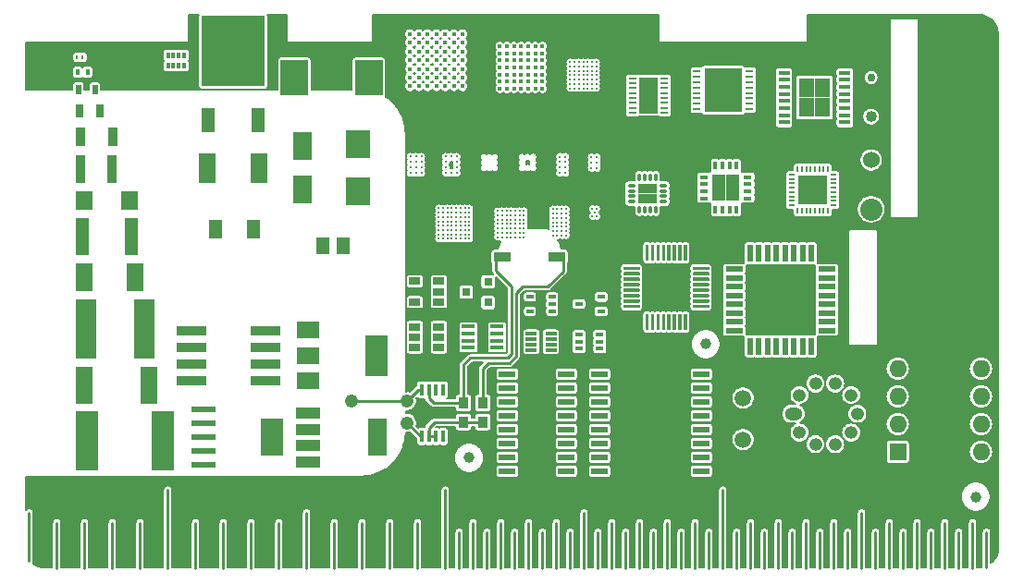
<source format=gbl>
G04 #@! TF.GenerationSoftware,KiCad,Pcbnew,(5.1.4)-1*
G04 #@! TF.CreationDate,2019-10-24T19:13:58-04:00*
G04 #@! TF.ProjectId,business card,62757369-6e65-4737-9320-636172642e6b,rev?*
G04 #@! TF.SameCoordinates,Original*
G04 #@! TF.FileFunction,Copper,L2,Bot*
G04 #@! TF.FilePolarity,Positive*
%FSLAX46Y46*%
G04 Gerber Fmt 4.6, Leading zero omitted, Abs format (unit mm)*
G04 Created by KiCad (PCBNEW (5.1.4)-1) date 2019-10-24 19:13:58*
%MOMM*%
%LPD*%
G04 APERTURE LIST*
%ADD10R,1.580000X0.900000*%
%ADD11R,0.950000X1.050000*%
%ADD12R,0.400000X1.100000*%
%ADD13C,0.225000*%
%ADD14C,0.450000*%
%ADD15C,0.370000*%
%ADD16C,0.100000*%
%ADD17C,0.300000*%
%ADD18C,0.265000*%
%ADD19C,0.165000*%
%ADD20R,0.600000X0.200000*%
%ADD21R,0.200000X0.600000*%
%ADD22R,1.325000X1.325000*%
%ADD23O,0.750000X0.300000*%
%ADD24O,0.300000X0.750000*%
%ADD25R,0.900000X0.900000*%
%ADD26R,1.250000X1.250000*%
%ADD27R,0.350000X0.800000*%
%ADD28R,0.800000X0.350000*%
%ADD29R,2.200000X0.600000*%
%ADD30R,2.150000X3.450000*%
%ADD31R,2.800000X0.950000*%
%ADD32R,1.220000X0.400000*%
%ADD33R,1.000000X0.300000*%
%ADD34R,1.525000X2.650000*%
%ADD35R,1.575000X1.800000*%
%ADD36R,1.300000X3.400000*%
%ADD37R,1.975000X5.400000*%
%ADD38R,1.525000X3.350000*%
%ADD39R,2.100000X5.450000*%
%ADD40R,1.500000X2.700000*%
%ADD41C,1.500000*%
%ADD42C,1.016000*%
%ADD43C,2.032000*%
%ADD44C,1.524000*%
%ADD45C,0.762000*%
%ADD46R,1.500000X0.600000*%
%ADD47R,0.400000X0.600000*%
%ADD48R,0.500000X0.900000*%
%ADD49R,0.280000X0.430000*%
%ADD50R,0.700000X1.300000*%
%ADD51R,0.900000X1.700000*%
%ADD52R,0.900000X2.500000*%
%ADD53R,0.800100X0.800100*%
%ADD54R,1.060000X0.650000*%
%ADD55R,0.400000X0.500000*%
%ADD56R,0.300000X0.500000*%
%ADD57R,0.711200X0.457200*%
%ADD58R,0.660400X0.406400*%
%ADD59R,0.749300X0.398780*%
%ADD60R,1.800860X2.499360*%
%ADD61R,2.301240X2.499360*%
%ADD62R,0.550000X1.600000*%
%ADD63R,1.600000X0.550000*%
%ADD64R,1.050000X0.450000*%
%ADD65R,1.470000X0.895000*%
%ADD66R,1.300480X1.699260*%
%ADD67R,0.700000X0.250000*%
%ADD68R,1.730000X1.000000*%
%ADD69R,0.850000X0.825000*%
%ADD70C,1.000000*%
%ADD71O,1.200000X1.200000*%
%ADD72O,1.600000X1.200000*%
%ADD73R,1.600000X1.600000*%
%ADD74O,1.600000X1.600000*%
%ADD75R,2.000000X1.500000*%
%ADD76R,2.000000X3.800000*%
%ADD77R,2.200000X1.000000*%
%ADD78R,1.800000X3.400000*%
%ADD79R,1.200000X2.200000*%
%ADD80R,5.800000X6.400000*%
%ADD81R,1.200000X1.500000*%
%ADD82R,2.500000X3.300000*%
%ADD83C,1.209040*%
%ADD84C,0.250000*%
%ADD85C,0.200000*%
G04 APERTURE END LIST*
D10*
X99597400Y-73178800D03*
X94637400Y-73178800D03*
D11*
X91059000Y-88301800D03*
X91059000Y-86551800D03*
D12*
X87239200Y-89627600D03*
X87889200Y-89627600D03*
X88539200Y-89627600D03*
X89189200Y-89627600D03*
X89189200Y-85327600D03*
X88539200Y-85327600D03*
X87889200Y-85327600D03*
X87239200Y-85327600D03*
D13*
X103225500Y-55315000D03*
X103225500Y-55715000D03*
X103225500Y-56115000D03*
X103225500Y-56515000D03*
X103225500Y-56915000D03*
X103225500Y-57315000D03*
X103225500Y-57715000D03*
X102825500Y-55315000D03*
X102825500Y-55715000D03*
X102825500Y-56115000D03*
X102825500Y-56515000D03*
X102825500Y-56915000D03*
X102825500Y-57315000D03*
X102825500Y-57715000D03*
X102425500Y-55315000D03*
X102425500Y-55715000D03*
X102425500Y-56115000D03*
X102425500Y-56515000D03*
X102425500Y-56915000D03*
X102425500Y-57315000D03*
X102425500Y-57715000D03*
X102025500Y-55315000D03*
X102025500Y-55715000D03*
X102025500Y-56115000D03*
X102025500Y-56515000D03*
X102025500Y-56915000D03*
X102025500Y-57315000D03*
X102025500Y-57715000D03*
X101625500Y-55315000D03*
X101625500Y-55715000D03*
X101625500Y-56115000D03*
X101625500Y-56515000D03*
X101625500Y-56915000D03*
X101625500Y-57315000D03*
X101625500Y-57715000D03*
X101225500Y-55315000D03*
X101225500Y-55715000D03*
X101225500Y-56115000D03*
X101225500Y-56515000D03*
X101225500Y-56915000D03*
X101225500Y-57315000D03*
X101225500Y-57715000D03*
X100825500Y-55315000D03*
X100825500Y-55715000D03*
X100825500Y-56115000D03*
X100825500Y-56515000D03*
X100825500Y-56915000D03*
X100825500Y-57315000D03*
X100825500Y-57715000D03*
D14*
X86174320Y-57535640D03*
X86174320Y-56735640D03*
X86174320Y-55935640D03*
X86174320Y-55135640D03*
X86174320Y-54335640D03*
X86174320Y-53535640D03*
X86174320Y-52735640D03*
X86974320Y-57535640D03*
X86974320Y-56735640D03*
X86974320Y-55935640D03*
X86974320Y-55135640D03*
X86974320Y-54335640D03*
X86974320Y-53535640D03*
X86974320Y-52735640D03*
X87774320Y-57535640D03*
X87774320Y-56735640D03*
X87774320Y-55935640D03*
X87774320Y-55135640D03*
X87774320Y-54335640D03*
X87774320Y-53535640D03*
X87774320Y-52735640D03*
X88574320Y-57535640D03*
X88574320Y-56735640D03*
X88574320Y-55935640D03*
X88574320Y-55135640D03*
X88574320Y-54335640D03*
X88574320Y-53535640D03*
X88574320Y-52735640D03*
X89374320Y-57535640D03*
X89374320Y-56735640D03*
X89374320Y-55935640D03*
X89374320Y-55135640D03*
X89374320Y-54335640D03*
X89374320Y-53535640D03*
X89374320Y-52735640D03*
X90174320Y-57535640D03*
X90174320Y-56735640D03*
X90174320Y-55935640D03*
X90174320Y-55135640D03*
X90174320Y-54335640D03*
X90174320Y-53535640D03*
X90174320Y-52735640D03*
X90974320Y-57535640D03*
X90974320Y-56735640D03*
X90974320Y-55935640D03*
X90974320Y-55135640D03*
X90974320Y-54335640D03*
X90974320Y-53535640D03*
X90974320Y-52735640D03*
D15*
X98286180Y-53854200D03*
X98286180Y-54504200D03*
X98286180Y-55154200D03*
X98286180Y-55804200D03*
X98286180Y-56454200D03*
X98286180Y-57104200D03*
X98286180Y-57754200D03*
X97636180Y-53854200D03*
X97636180Y-54504200D03*
X97636180Y-55154200D03*
X97636180Y-55804200D03*
X97636180Y-56454200D03*
X97636180Y-57104200D03*
X97636180Y-57754200D03*
X96986180Y-53854200D03*
X96986180Y-54504200D03*
X96986180Y-55154200D03*
X96986180Y-55804200D03*
X96986180Y-56454200D03*
X96986180Y-57104200D03*
X96986180Y-57754200D03*
X96336180Y-53854200D03*
X96336180Y-54504200D03*
X96336180Y-55154200D03*
X96336180Y-55804200D03*
X96336180Y-56454200D03*
X96336180Y-57104200D03*
X96336180Y-57754200D03*
X95686180Y-53854200D03*
X95686180Y-54504200D03*
X95686180Y-55154200D03*
X95686180Y-55804200D03*
X95686180Y-56454200D03*
X95686180Y-57104200D03*
X95686180Y-57754200D03*
X95036180Y-53854200D03*
X95036180Y-54504200D03*
X95036180Y-55154200D03*
X95036180Y-55804200D03*
X95036180Y-56454200D03*
X95036180Y-57104200D03*
X95036180Y-57754200D03*
X94386180Y-53854200D03*
X94386180Y-54504200D03*
X94386180Y-55154200D03*
X94386180Y-55804200D03*
X94386180Y-56454200D03*
X94386180Y-57104200D03*
X94386180Y-57754200D03*
D16*
G36*
X107958751Y-78384161D02*
G01*
X107966032Y-78385241D01*
X107973171Y-78387029D01*
X107980101Y-78389509D01*
X107986755Y-78392656D01*
X107993068Y-78396440D01*
X107998979Y-78400824D01*
X108004433Y-78405767D01*
X108009376Y-78411221D01*
X108013760Y-78417132D01*
X108017544Y-78423445D01*
X108020691Y-78430099D01*
X108023171Y-78437029D01*
X108024959Y-78444168D01*
X108026039Y-78451449D01*
X108026400Y-78458800D01*
X108026400Y-79808800D01*
X108026039Y-79816151D01*
X108024959Y-79823432D01*
X108023171Y-79830571D01*
X108020691Y-79837501D01*
X108017544Y-79844155D01*
X108013760Y-79850468D01*
X108009376Y-79856379D01*
X108004433Y-79861833D01*
X107998979Y-79866776D01*
X107993068Y-79871160D01*
X107986755Y-79874944D01*
X107980101Y-79878091D01*
X107973171Y-79880571D01*
X107966032Y-79882359D01*
X107958751Y-79883439D01*
X107951400Y-79883800D01*
X107801400Y-79883800D01*
X107794049Y-79883439D01*
X107786768Y-79882359D01*
X107779629Y-79880571D01*
X107772699Y-79878091D01*
X107766045Y-79874944D01*
X107759732Y-79871160D01*
X107753821Y-79866776D01*
X107748367Y-79861833D01*
X107743424Y-79856379D01*
X107739040Y-79850468D01*
X107735256Y-79844155D01*
X107732109Y-79837501D01*
X107729629Y-79830571D01*
X107727841Y-79823432D01*
X107726761Y-79816151D01*
X107726400Y-79808800D01*
X107726400Y-78458800D01*
X107726761Y-78451449D01*
X107727841Y-78444168D01*
X107729629Y-78437029D01*
X107732109Y-78430099D01*
X107735256Y-78423445D01*
X107739040Y-78417132D01*
X107743424Y-78411221D01*
X107748367Y-78405767D01*
X107753821Y-78400824D01*
X107759732Y-78396440D01*
X107766045Y-78392656D01*
X107772699Y-78389509D01*
X107779629Y-78387029D01*
X107786768Y-78385241D01*
X107794049Y-78384161D01*
X107801400Y-78383800D01*
X107951400Y-78383800D01*
X107958751Y-78384161D01*
X107958751Y-78384161D01*
G37*
D17*
X107876400Y-79133800D03*
D16*
G36*
X108458751Y-78384161D02*
G01*
X108466032Y-78385241D01*
X108473171Y-78387029D01*
X108480101Y-78389509D01*
X108486755Y-78392656D01*
X108493068Y-78396440D01*
X108498979Y-78400824D01*
X108504433Y-78405767D01*
X108509376Y-78411221D01*
X108513760Y-78417132D01*
X108517544Y-78423445D01*
X108520691Y-78430099D01*
X108523171Y-78437029D01*
X108524959Y-78444168D01*
X108526039Y-78451449D01*
X108526400Y-78458800D01*
X108526400Y-79808800D01*
X108526039Y-79816151D01*
X108524959Y-79823432D01*
X108523171Y-79830571D01*
X108520691Y-79837501D01*
X108517544Y-79844155D01*
X108513760Y-79850468D01*
X108509376Y-79856379D01*
X108504433Y-79861833D01*
X108498979Y-79866776D01*
X108493068Y-79871160D01*
X108486755Y-79874944D01*
X108480101Y-79878091D01*
X108473171Y-79880571D01*
X108466032Y-79882359D01*
X108458751Y-79883439D01*
X108451400Y-79883800D01*
X108301400Y-79883800D01*
X108294049Y-79883439D01*
X108286768Y-79882359D01*
X108279629Y-79880571D01*
X108272699Y-79878091D01*
X108266045Y-79874944D01*
X108259732Y-79871160D01*
X108253821Y-79866776D01*
X108248367Y-79861833D01*
X108243424Y-79856379D01*
X108239040Y-79850468D01*
X108235256Y-79844155D01*
X108232109Y-79837501D01*
X108229629Y-79830571D01*
X108227841Y-79823432D01*
X108226761Y-79816151D01*
X108226400Y-79808800D01*
X108226400Y-78458800D01*
X108226761Y-78451449D01*
X108227841Y-78444168D01*
X108229629Y-78437029D01*
X108232109Y-78430099D01*
X108235256Y-78423445D01*
X108239040Y-78417132D01*
X108243424Y-78411221D01*
X108248367Y-78405767D01*
X108253821Y-78400824D01*
X108259732Y-78396440D01*
X108266045Y-78392656D01*
X108272699Y-78389509D01*
X108279629Y-78387029D01*
X108286768Y-78385241D01*
X108294049Y-78384161D01*
X108301400Y-78383800D01*
X108451400Y-78383800D01*
X108458751Y-78384161D01*
X108458751Y-78384161D01*
G37*
D17*
X108376400Y-79133800D03*
D16*
G36*
X108958751Y-78384161D02*
G01*
X108966032Y-78385241D01*
X108973171Y-78387029D01*
X108980101Y-78389509D01*
X108986755Y-78392656D01*
X108993068Y-78396440D01*
X108998979Y-78400824D01*
X109004433Y-78405767D01*
X109009376Y-78411221D01*
X109013760Y-78417132D01*
X109017544Y-78423445D01*
X109020691Y-78430099D01*
X109023171Y-78437029D01*
X109024959Y-78444168D01*
X109026039Y-78451449D01*
X109026400Y-78458800D01*
X109026400Y-79808800D01*
X109026039Y-79816151D01*
X109024959Y-79823432D01*
X109023171Y-79830571D01*
X109020691Y-79837501D01*
X109017544Y-79844155D01*
X109013760Y-79850468D01*
X109009376Y-79856379D01*
X109004433Y-79861833D01*
X108998979Y-79866776D01*
X108993068Y-79871160D01*
X108986755Y-79874944D01*
X108980101Y-79878091D01*
X108973171Y-79880571D01*
X108966032Y-79882359D01*
X108958751Y-79883439D01*
X108951400Y-79883800D01*
X108801400Y-79883800D01*
X108794049Y-79883439D01*
X108786768Y-79882359D01*
X108779629Y-79880571D01*
X108772699Y-79878091D01*
X108766045Y-79874944D01*
X108759732Y-79871160D01*
X108753821Y-79866776D01*
X108748367Y-79861833D01*
X108743424Y-79856379D01*
X108739040Y-79850468D01*
X108735256Y-79844155D01*
X108732109Y-79837501D01*
X108729629Y-79830571D01*
X108727841Y-79823432D01*
X108726761Y-79816151D01*
X108726400Y-79808800D01*
X108726400Y-78458800D01*
X108726761Y-78451449D01*
X108727841Y-78444168D01*
X108729629Y-78437029D01*
X108732109Y-78430099D01*
X108735256Y-78423445D01*
X108739040Y-78417132D01*
X108743424Y-78411221D01*
X108748367Y-78405767D01*
X108753821Y-78400824D01*
X108759732Y-78396440D01*
X108766045Y-78392656D01*
X108772699Y-78389509D01*
X108779629Y-78387029D01*
X108786768Y-78385241D01*
X108794049Y-78384161D01*
X108801400Y-78383800D01*
X108951400Y-78383800D01*
X108958751Y-78384161D01*
X108958751Y-78384161D01*
G37*
D17*
X108876400Y-79133800D03*
D16*
G36*
X109458751Y-78384161D02*
G01*
X109466032Y-78385241D01*
X109473171Y-78387029D01*
X109480101Y-78389509D01*
X109486755Y-78392656D01*
X109493068Y-78396440D01*
X109498979Y-78400824D01*
X109504433Y-78405767D01*
X109509376Y-78411221D01*
X109513760Y-78417132D01*
X109517544Y-78423445D01*
X109520691Y-78430099D01*
X109523171Y-78437029D01*
X109524959Y-78444168D01*
X109526039Y-78451449D01*
X109526400Y-78458800D01*
X109526400Y-79808800D01*
X109526039Y-79816151D01*
X109524959Y-79823432D01*
X109523171Y-79830571D01*
X109520691Y-79837501D01*
X109517544Y-79844155D01*
X109513760Y-79850468D01*
X109509376Y-79856379D01*
X109504433Y-79861833D01*
X109498979Y-79866776D01*
X109493068Y-79871160D01*
X109486755Y-79874944D01*
X109480101Y-79878091D01*
X109473171Y-79880571D01*
X109466032Y-79882359D01*
X109458751Y-79883439D01*
X109451400Y-79883800D01*
X109301400Y-79883800D01*
X109294049Y-79883439D01*
X109286768Y-79882359D01*
X109279629Y-79880571D01*
X109272699Y-79878091D01*
X109266045Y-79874944D01*
X109259732Y-79871160D01*
X109253821Y-79866776D01*
X109248367Y-79861833D01*
X109243424Y-79856379D01*
X109239040Y-79850468D01*
X109235256Y-79844155D01*
X109232109Y-79837501D01*
X109229629Y-79830571D01*
X109227841Y-79823432D01*
X109226761Y-79816151D01*
X109226400Y-79808800D01*
X109226400Y-78458800D01*
X109226761Y-78451449D01*
X109227841Y-78444168D01*
X109229629Y-78437029D01*
X109232109Y-78430099D01*
X109235256Y-78423445D01*
X109239040Y-78417132D01*
X109243424Y-78411221D01*
X109248367Y-78405767D01*
X109253821Y-78400824D01*
X109259732Y-78396440D01*
X109266045Y-78392656D01*
X109272699Y-78389509D01*
X109279629Y-78387029D01*
X109286768Y-78385241D01*
X109294049Y-78384161D01*
X109301400Y-78383800D01*
X109451400Y-78383800D01*
X109458751Y-78384161D01*
X109458751Y-78384161D01*
G37*
D17*
X109376400Y-79133800D03*
D16*
G36*
X109958751Y-78384161D02*
G01*
X109966032Y-78385241D01*
X109973171Y-78387029D01*
X109980101Y-78389509D01*
X109986755Y-78392656D01*
X109993068Y-78396440D01*
X109998979Y-78400824D01*
X110004433Y-78405767D01*
X110009376Y-78411221D01*
X110013760Y-78417132D01*
X110017544Y-78423445D01*
X110020691Y-78430099D01*
X110023171Y-78437029D01*
X110024959Y-78444168D01*
X110026039Y-78451449D01*
X110026400Y-78458800D01*
X110026400Y-79808800D01*
X110026039Y-79816151D01*
X110024959Y-79823432D01*
X110023171Y-79830571D01*
X110020691Y-79837501D01*
X110017544Y-79844155D01*
X110013760Y-79850468D01*
X110009376Y-79856379D01*
X110004433Y-79861833D01*
X109998979Y-79866776D01*
X109993068Y-79871160D01*
X109986755Y-79874944D01*
X109980101Y-79878091D01*
X109973171Y-79880571D01*
X109966032Y-79882359D01*
X109958751Y-79883439D01*
X109951400Y-79883800D01*
X109801400Y-79883800D01*
X109794049Y-79883439D01*
X109786768Y-79882359D01*
X109779629Y-79880571D01*
X109772699Y-79878091D01*
X109766045Y-79874944D01*
X109759732Y-79871160D01*
X109753821Y-79866776D01*
X109748367Y-79861833D01*
X109743424Y-79856379D01*
X109739040Y-79850468D01*
X109735256Y-79844155D01*
X109732109Y-79837501D01*
X109729629Y-79830571D01*
X109727841Y-79823432D01*
X109726761Y-79816151D01*
X109726400Y-79808800D01*
X109726400Y-78458800D01*
X109726761Y-78451449D01*
X109727841Y-78444168D01*
X109729629Y-78437029D01*
X109732109Y-78430099D01*
X109735256Y-78423445D01*
X109739040Y-78417132D01*
X109743424Y-78411221D01*
X109748367Y-78405767D01*
X109753821Y-78400824D01*
X109759732Y-78396440D01*
X109766045Y-78392656D01*
X109772699Y-78389509D01*
X109779629Y-78387029D01*
X109786768Y-78385241D01*
X109794049Y-78384161D01*
X109801400Y-78383800D01*
X109951400Y-78383800D01*
X109958751Y-78384161D01*
X109958751Y-78384161D01*
G37*
D17*
X109876400Y-79133800D03*
D16*
G36*
X110458751Y-78384161D02*
G01*
X110466032Y-78385241D01*
X110473171Y-78387029D01*
X110480101Y-78389509D01*
X110486755Y-78392656D01*
X110493068Y-78396440D01*
X110498979Y-78400824D01*
X110504433Y-78405767D01*
X110509376Y-78411221D01*
X110513760Y-78417132D01*
X110517544Y-78423445D01*
X110520691Y-78430099D01*
X110523171Y-78437029D01*
X110524959Y-78444168D01*
X110526039Y-78451449D01*
X110526400Y-78458800D01*
X110526400Y-79808800D01*
X110526039Y-79816151D01*
X110524959Y-79823432D01*
X110523171Y-79830571D01*
X110520691Y-79837501D01*
X110517544Y-79844155D01*
X110513760Y-79850468D01*
X110509376Y-79856379D01*
X110504433Y-79861833D01*
X110498979Y-79866776D01*
X110493068Y-79871160D01*
X110486755Y-79874944D01*
X110480101Y-79878091D01*
X110473171Y-79880571D01*
X110466032Y-79882359D01*
X110458751Y-79883439D01*
X110451400Y-79883800D01*
X110301400Y-79883800D01*
X110294049Y-79883439D01*
X110286768Y-79882359D01*
X110279629Y-79880571D01*
X110272699Y-79878091D01*
X110266045Y-79874944D01*
X110259732Y-79871160D01*
X110253821Y-79866776D01*
X110248367Y-79861833D01*
X110243424Y-79856379D01*
X110239040Y-79850468D01*
X110235256Y-79844155D01*
X110232109Y-79837501D01*
X110229629Y-79830571D01*
X110227841Y-79823432D01*
X110226761Y-79816151D01*
X110226400Y-79808800D01*
X110226400Y-78458800D01*
X110226761Y-78451449D01*
X110227841Y-78444168D01*
X110229629Y-78437029D01*
X110232109Y-78430099D01*
X110235256Y-78423445D01*
X110239040Y-78417132D01*
X110243424Y-78411221D01*
X110248367Y-78405767D01*
X110253821Y-78400824D01*
X110259732Y-78396440D01*
X110266045Y-78392656D01*
X110272699Y-78389509D01*
X110279629Y-78387029D01*
X110286768Y-78385241D01*
X110294049Y-78384161D01*
X110301400Y-78383800D01*
X110451400Y-78383800D01*
X110458751Y-78384161D01*
X110458751Y-78384161D01*
G37*
D17*
X110376400Y-79133800D03*
D16*
G36*
X110958751Y-78384161D02*
G01*
X110966032Y-78385241D01*
X110973171Y-78387029D01*
X110980101Y-78389509D01*
X110986755Y-78392656D01*
X110993068Y-78396440D01*
X110998979Y-78400824D01*
X111004433Y-78405767D01*
X111009376Y-78411221D01*
X111013760Y-78417132D01*
X111017544Y-78423445D01*
X111020691Y-78430099D01*
X111023171Y-78437029D01*
X111024959Y-78444168D01*
X111026039Y-78451449D01*
X111026400Y-78458800D01*
X111026400Y-79808800D01*
X111026039Y-79816151D01*
X111024959Y-79823432D01*
X111023171Y-79830571D01*
X111020691Y-79837501D01*
X111017544Y-79844155D01*
X111013760Y-79850468D01*
X111009376Y-79856379D01*
X111004433Y-79861833D01*
X110998979Y-79866776D01*
X110993068Y-79871160D01*
X110986755Y-79874944D01*
X110980101Y-79878091D01*
X110973171Y-79880571D01*
X110966032Y-79882359D01*
X110958751Y-79883439D01*
X110951400Y-79883800D01*
X110801400Y-79883800D01*
X110794049Y-79883439D01*
X110786768Y-79882359D01*
X110779629Y-79880571D01*
X110772699Y-79878091D01*
X110766045Y-79874944D01*
X110759732Y-79871160D01*
X110753821Y-79866776D01*
X110748367Y-79861833D01*
X110743424Y-79856379D01*
X110739040Y-79850468D01*
X110735256Y-79844155D01*
X110732109Y-79837501D01*
X110729629Y-79830571D01*
X110727841Y-79823432D01*
X110726761Y-79816151D01*
X110726400Y-79808800D01*
X110726400Y-78458800D01*
X110726761Y-78451449D01*
X110727841Y-78444168D01*
X110729629Y-78437029D01*
X110732109Y-78430099D01*
X110735256Y-78423445D01*
X110739040Y-78417132D01*
X110743424Y-78411221D01*
X110748367Y-78405767D01*
X110753821Y-78400824D01*
X110759732Y-78396440D01*
X110766045Y-78392656D01*
X110772699Y-78389509D01*
X110779629Y-78387029D01*
X110786768Y-78385241D01*
X110794049Y-78384161D01*
X110801400Y-78383800D01*
X110951400Y-78383800D01*
X110958751Y-78384161D01*
X110958751Y-78384161D01*
G37*
D17*
X110876400Y-79133800D03*
D16*
G36*
X111458751Y-78384161D02*
G01*
X111466032Y-78385241D01*
X111473171Y-78387029D01*
X111480101Y-78389509D01*
X111486755Y-78392656D01*
X111493068Y-78396440D01*
X111498979Y-78400824D01*
X111504433Y-78405767D01*
X111509376Y-78411221D01*
X111513760Y-78417132D01*
X111517544Y-78423445D01*
X111520691Y-78430099D01*
X111523171Y-78437029D01*
X111524959Y-78444168D01*
X111526039Y-78451449D01*
X111526400Y-78458800D01*
X111526400Y-79808800D01*
X111526039Y-79816151D01*
X111524959Y-79823432D01*
X111523171Y-79830571D01*
X111520691Y-79837501D01*
X111517544Y-79844155D01*
X111513760Y-79850468D01*
X111509376Y-79856379D01*
X111504433Y-79861833D01*
X111498979Y-79866776D01*
X111493068Y-79871160D01*
X111486755Y-79874944D01*
X111480101Y-79878091D01*
X111473171Y-79880571D01*
X111466032Y-79882359D01*
X111458751Y-79883439D01*
X111451400Y-79883800D01*
X111301400Y-79883800D01*
X111294049Y-79883439D01*
X111286768Y-79882359D01*
X111279629Y-79880571D01*
X111272699Y-79878091D01*
X111266045Y-79874944D01*
X111259732Y-79871160D01*
X111253821Y-79866776D01*
X111248367Y-79861833D01*
X111243424Y-79856379D01*
X111239040Y-79850468D01*
X111235256Y-79844155D01*
X111232109Y-79837501D01*
X111229629Y-79830571D01*
X111227841Y-79823432D01*
X111226761Y-79816151D01*
X111226400Y-79808800D01*
X111226400Y-78458800D01*
X111226761Y-78451449D01*
X111227841Y-78444168D01*
X111229629Y-78437029D01*
X111232109Y-78430099D01*
X111235256Y-78423445D01*
X111239040Y-78417132D01*
X111243424Y-78411221D01*
X111248367Y-78405767D01*
X111253821Y-78400824D01*
X111259732Y-78396440D01*
X111266045Y-78392656D01*
X111272699Y-78389509D01*
X111279629Y-78387029D01*
X111286768Y-78385241D01*
X111294049Y-78384161D01*
X111301400Y-78383800D01*
X111451400Y-78383800D01*
X111458751Y-78384161D01*
X111458751Y-78384161D01*
G37*
D17*
X111376400Y-79133800D03*
D16*
G36*
X113483751Y-77559161D02*
G01*
X113491032Y-77560241D01*
X113498171Y-77562029D01*
X113505101Y-77564509D01*
X113511755Y-77567656D01*
X113518068Y-77571440D01*
X113523979Y-77575824D01*
X113529433Y-77580767D01*
X113534376Y-77586221D01*
X113538760Y-77592132D01*
X113542544Y-77598445D01*
X113545691Y-77605099D01*
X113548171Y-77612029D01*
X113549959Y-77619168D01*
X113551039Y-77626449D01*
X113551400Y-77633800D01*
X113551400Y-77783800D01*
X113551039Y-77791151D01*
X113549959Y-77798432D01*
X113548171Y-77805571D01*
X113545691Y-77812501D01*
X113542544Y-77819155D01*
X113538760Y-77825468D01*
X113534376Y-77831379D01*
X113529433Y-77836833D01*
X113523979Y-77841776D01*
X113518068Y-77846160D01*
X113511755Y-77849944D01*
X113505101Y-77853091D01*
X113498171Y-77855571D01*
X113491032Y-77857359D01*
X113483751Y-77858439D01*
X113476400Y-77858800D01*
X112126400Y-77858800D01*
X112119049Y-77858439D01*
X112111768Y-77857359D01*
X112104629Y-77855571D01*
X112097699Y-77853091D01*
X112091045Y-77849944D01*
X112084732Y-77846160D01*
X112078821Y-77841776D01*
X112073367Y-77836833D01*
X112068424Y-77831379D01*
X112064040Y-77825468D01*
X112060256Y-77819155D01*
X112057109Y-77812501D01*
X112054629Y-77805571D01*
X112052841Y-77798432D01*
X112051761Y-77791151D01*
X112051400Y-77783800D01*
X112051400Y-77633800D01*
X112051761Y-77626449D01*
X112052841Y-77619168D01*
X112054629Y-77612029D01*
X112057109Y-77605099D01*
X112060256Y-77598445D01*
X112064040Y-77592132D01*
X112068424Y-77586221D01*
X112073367Y-77580767D01*
X112078821Y-77575824D01*
X112084732Y-77571440D01*
X112091045Y-77567656D01*
X112097699Y-77564509D01*
X112104629Y-77562029D01*
X112111768Y-77560241D01*
X112119049Y-77559161D01*
X112126400Y-77558800D01*
X113476400Y-77558800D01*
X113483751Y-77559161D01*
X113483751Y-77559161D01*
G37*
D17*
X112801400Y-77708800D03*
D16*
G36*
X113483751Y-77059161D02*
G01*
X113491032Y-77060241D01*
X113498171Y-77062029D01*
X113505101Y-77064509D01*
X113511755Y-77067656D01*
X113518068Y-77071440D01*
X113523979Y-77075824D01*
X113529433Y-77080767D01*
X113534376Y-77086221D01*
X113538760Y-77092132D01*
X113542544Y-77098445D01*
X113545691Y-77105099D01*
X113548171Y-77112029D01*
X113549959Y-77119168D01*
X113551039Y-77126449D01*
X113551400Y-77133800D01*
X113551400Y-77283800D01*
X113551039Y-77291151D01*
X113549959Y-77298432D01*
X113548171Y-77305571D01*
X113545691Y-77312501D01*
X113542544Y-77319155D01*
X113538760Y-77325468D01*
X113534376Y-77331379D01*
X113529433Y-77336833D01*
X113523979Y-77341776D01*
X113518068Y-77346160D01*
X113511755Y-77349944D01*
X113505101Y-77353091D01*
X113498171Y-77355571D01*
X113491032Y-77357359D01*
X113483751Y-77358439D01*
X113476400Y-77358800D01*
X112126400Y-77358800D01*
X112119049Y-77358439D01*
X112111768Y-77357359D01*
X112104629Y-77355571D01*
X112097699Y-77353091D01*
X112091045Y-77349944D01*
X112084732Y-77346160D01*
X112078821Y-77341776D01*
X112073367Y-77336833D01*
X112068424Y-77331379D01*
X112064040Y-77325468D01*
X112060256Y-77319155D01*
X112057109Y-77312501D01*
X112054629Y-77305571D01*
X112052841Y-77298432D01*
X112051761Y-77291151D01*
X112051400Y-77283800D01*
X112051400Y-77133800D01*
X112051761Y-77126449D01*
X112052841Y-77119168D01*
X112054629Y-77112029D01*
X112057109Y-77105099D01*
X112060256Y-77098445D01*
X112064040Y-77092132D01*
X112068424Y-77086221D01*
X112073367Y-77080767D01*
X112078821Y-77075824D01*
X112084732Y-77071440D01*
X112091045Y-77067656D01*
X112097699Y-77064509D01*
X112104629Y-77062029D01*
X112111768Y-77060241D01*
X112119049Y-77059161D01*
X112126400Y-77058800D01*
X113476400Y-77058800D01*
X113483751Y-77059161D01*
X113483751Y-77059161D01*
G37*
D17*
X112801400Y-77208800D03*
D16*
G36*
X113483751Y-76559161D02*
G01*
X113491032Y-76560241D01*
X113498171Y-76562029D01*
X113505101Y-76564509D01*
X113511755Y-76567656D01*
X113518068Y-76571440D01*
X113523979Y-76575824D01*
X113529433Y-76580767D01*
X113534376Y-76586221D01*
X113538760Y-76592132D01*
X113542544Y-76598445D01*
X113545691Y-76605099D01*
X113548171Y-76612029D01*
X113549959Y-76619168D01*
X113551039Y-76626449D01*
X113551400Y-76633800D01*
X113551400Y-76783800D01*
X113551039Y-76791151D01*
X113549959Y-76798432D01*
X113548171Y-76805571D01*
X113545691Y-76812501D01*
X113542544Y-76819155D01*
X113538760Y-76825468D01*
X113534376Y-76831379D01*
X113529433Y-76836833D01*
X113523979Y-76841776D01*
X113518068Y-76846160D01*
X113511755Y-76849944D01*
X113505101Y-76853091D01*
X113498171Y-76855571D01*
X113491032Y-76857359D01*
X113483751Y-76858439D01*
X113476400Y-76858800D01*
X112126400Y-76858800D01*
X112119049Y-76858439D01*
X112111768Y-76857359D01*
X112104629Y-76855571D01*
X112097699Y-76853091D01*
X112091045Y-76849944D01*
X112084732Y-76846160D01*
X112078821Y-76841776D01*
X112073367Y-76836833D01*
X112068424Y-76831379D01*
X112064040Y-76825468D01*
X112060256Y-76819155D01*
X112057109Y-76812501D01*
X112054629Y-76805571D01*
X112052841Y-76798432D01*
X112051761Y-76791151D01*
X112051400Y-76783800D01*
X112051400Y-76633800D01*
X112051761Y-76626449D01*
X112052841Y-76619168D01*
X112054629Y-76612029D01*
X112057109Y-76605099D01*
X112060256Y-76598445D01*
X112064040Y-76592132D01*
X112068424Y-76586221D01*
X112073367Y-76580767D01*
X112078821Y-76575824D01*
X112084732Y-76571440D01*
X112091045Y-76567656D01*
X112097699Y-76564509D01*
X112104629Y-76562029D01*
X112111768Y-76560241D01*
X112119049Y-76559161D01*
X112126400Y-76558800D01*
X113476400Y-76558800D01*
X113483751Y-76559161D01*
X113483751Y-76559161D01*
G37*
D17*
X112801400Y-76708800D03*
D16*
G36*
X113483751Y-76059161D02*
G01*
X113491032Y-76060241D01*
X113498171Y-76062029D01*
X113505101Y-76064509D01*
X113511755Y-76067656D01*
X113518068Y-76071440D01*
X113523979Y-76075824D01*
X113529433Y-76080767D01*
X113534376Y-76086221D01*
X113538760Y-76092132D01*
X113542544Y-76098445D01*
X113545691Y-76105099D01*
X113548171Y-76112029D01*
X113549959Y-76119168D01*
X113551039Y-76126449D01*
X113551400Y-76133800D01*
X113551400Y-76283800D01*
X113551039Y-76291151D01*
X113549959Y-76298432D01*
X113548171Y-76305571D01*
X113545691Y-76312501D01*
X113542544Y-76319155D01*
X113538760Y-76325468D01*
X113534376Y-76331379D01*
X113529433Y-76336833D01*
X113523979Y-76341776D01*
X113518068Y-76346160D01*
X113511755Y-76349944D01*
X113505101Y-76353091D01*
X113498171Y-76355571D01*
X113491032Y-76357359D01*
X113483751Y-76358439D01*
X113476400Y-76358800D01*
X112126400Y-76358800D01*
X112119049Y-76358439D01*
X112111768Y-76357359D01*
X112104629Y-76355571D01*
X112097699Y-76353091D01*
X112091045Y-76349944D01*
X112084732Y-76346160D01*
X112078821Y-76341776D01*
X112073367Y-76336833D01*
X112068424Y-76331379D01*
X112064040Y-76325468D01*
X112060256Y-76319155D01*
X112057109Y-76312501D01*
X112054629Y-76305571D01*
X112052841Y-76298432D01*
X112051761Y-76291151D01*
X112051400Y-76283800D01*
X112051400Y-76133800D01*
X112051761Y-76126449D01*
X112052841Y-76119168D01*
X112054629Y-76112029D01*
X112057109Y-76105099D01*
X112060256Y-76098445D01*
X112064040Y-76092132D01*
X112068424Y-76086221D01*
X112073367Y-76080767D01*
X112078821Y-76075824D01*
X112084732Y-76071440D01*
X112091045Y-76067656D01*
X112097699Y-76064509D01*
X112104629Y-76062029D01*
X112111768Y-76060241D01*
X112119049Y-76059161D01*
X112126400Y-76058800D01*
X113476400Y-76058800D01*
X113483751Y-76059161D01*
X113483751Y-76059161D01*
G37*
D17*
X112801400Y-76208800D03*
D16*
G36*
X113483751Y-75559161D02*
G01*
X113491032Y-75560241D01*
X113498171Y-75562029D01*
X113505101Y-75564509D01*
X113511755Y-75567656D01*
X113518068Y-75571440D01*
X113523979Y-75575824D01*
X113529433Y-75580767D01*
X113534376Y-75586221D01*
X113538760Y-75592132D01*
X113542544Y-75598445D01*
X113545691Y-75605099D01*
X113548171Y-75612029D01*
X113549959Y-75619168D01*
X113551039Y-75626449D01*
X113551400Y-75633800D01*
X113551400Y-75783800D01*
X113551039Y-75791151D01*
X113549959Y-75798432D01*
X113548171Y-75805571D01*
X113545691Y-75812501D01*
X113542544Y-75819155D01*
X113538760Y-75825468D01*
X113534376Y-75831379D01*
X113529433Y-75836833D01*
X113523979Y-75841776D01*
X113518068Y-75846160D01*
X113511755Y-75849944D01*
X113505101Y-75853091D01*
X113498171Y-75855571D01*
X113491032Y-75857359D01*
X113483751Y-75858439D01*
X113476400Y-75858800D01*
X112126400Y-75858800D01*
X112119049Y-75858439D01*
X112111768Y-75857359D01*
X112104629Y-75855571D01*
X112097699Y-75853091D01*
X112091045Y-75849944D01*
X112084732Y-75846160D01*
X112078821Y-75841776D01*
X112073367Y-75836833D01*
X112068424Y-75831379D01*
X112064040Y-75825468D01*
X112060256Y-75819155D01*
X112057109Y-75812501D01*
X112054629Y-75805571D01*
X112052841Y-75798432D01*
X112051761Y-75791151D01*
X112051400Y-75783800D01*
X112051400Y-75633800D01*
X112051761Y-75626449D01*
X112052841Y-75619168D01*
X112054629Y-75612029D01*
X112057109Y-75605099D01*
X112060256Y-75598445D01*
X112064040Y-75592132D01*
X112068424Y-75586221D01*
X112073367Y-75580767D01*
X112078821Y-75575824D01*
X112084732Y-75571440D01*
X112091045Y-75567656D01*
X112097699Y-75564509D01*
X112104629Y-75562029D01*
X112111768Y-75560241D01*
X112119049Y-75559161D01*
X112126400Y-75558800D01*
X113476400Y-75558800D01*
X113483751Y-75559161D01*
X113483751Y-75559161D01*
G37*
D17*
X112801400Y-75708800D03*
D16*
G36*
X113483751Y-75059161D02*
G01*
X113491032Y-75060241D01*
X113498171Y-75062029D01*
X113505101Y-75064509D01*
X113511755Y-75067656D01*
X113518068Y-75071440D01*
X113523979Y-75075824D01*
X113529433Y-75080767D01*
X113534376Y-75086221D01*
X113538760Y-75092132D01*
X113542544Y-75098445D01*
X113545691Y-75105099D01*
X113548171Y-75112029D01*
X113549959Y-75119168D01*
X113551039Y-75126449D01*
X113551400Y-75133800D01*
X113551400Y-75283800D01*
X113551039Y-75291151D01*
X113549959Y-75298432D01*
X113548171Y-75305571D01*
X113545691Y-75312501D01*
X113542544Y-75319155D01*
X113538760Y-75325468D01*
X113534376Y-75331379D01*
X113529433Y-75336833D01*
X113523979Y-75341776D01*
X113518068Y-75346160D01*
X113511755Y-75349944D01*
X113505101Y-75353091D01*
X113498171Y-75355571D01*
X113491032Y-75357359D01*
X113483751Y-75358439D01*
X113476400Y-75358800D01*
X112126400Y-75358800D01*
X112119049Y-75358439D01*
X112111768Y-75357359D01*
X112104629Y-75355571D01*
X112097699Y-75353091D01*
X112091045Y-75349944D01*
X112084732Y-75346160D01*
X112078821Y-75341776D01*
X112073367Y-75336833D01*
X112068424Y-75331379D01*
X112064040Y-75325468D01*
X112060256Y-75319155D01*
X112057109Y-75312501D01*
X112054629Y-75305571D01*
X112052841Y-75298432D01*
X112051761Y-75291151D01*
X112051400Y-75283800D01*
X112051400Y-75133800D01*
X112051761Y-75126449D01*
X112052841Y-75119168D01*
X112054629Y-75112029D01*
X112057109Y-75105099D01*
X112060256Y-75098445D01*
X112064040Y-75092132D01*
X112068424Y-75086221D01*
X112073367Y-75080767D01*
X112078821Y-75075824D01*
X112084732Y-75071440D01*
X112091045Y-75067656D01*
X112097699Y-75064509D01*
X112104629Y-75062029D01*
X112111768Y-75060241D01*
X112119049Y-75059161D01*
X112126400Y-75058800D01*
X113476400Y-75058800D01*
X113483751Y-75059161D01*
X113483751Y-75059161D01*
G37*
D17*
X112801400Y-75208800D03*
D16*
G36*
X113483751Y-74559161D02*
G01*
X113491032Y-74560241D01*
X113498171Y-74562029D01*
X113505101Y-74564509D01*
X113511755Y-74567656D01*
X113518068Y-74571440D01*
X113523979Y-74575824D01*
X113529433Y-74580767D01*
X113534376Y-74586221D01*
X113538760Y-74592132D01*
X113542544Y-74598445D01*
X113545691Y-74605099D01*
X113548171Y-74612029D01*
X113549959Y-74619168D01*
X113551039Y-74626449D01*
X113551400Y-74633800D01*
X113551400Y-74783800D01*
X113551039Y-74791151D01*
X113549959Y-74798432D01*
X113548171Y-74805571D01*
X113545691Y-74812501D01*
X113542544Y-74819155D01*
X113538760Y-74825468D01*
X113534376Y-74831379D01*
X113529433Y-74836833D01*
X113523979Y-74841776D01*
X113518068Y-74846160D01*
X113511755Y-74849944D01*
X113505101Y-74853091D01*
X113498171Y-74855571D01*
X113491032Y-74857359D01*
X113483751Y-74858439D01*
X113476400Y-74858800D01*
X112126400Y-74858800D01*
X112119049Y-74858439D01*
X112111768Y-74857359D01*
X112104629Y-74855571D01*
X112097699Y-74853091D01*
X112091045Y-74849944D01*
X112084732Y-74846160D01*
X112078821Y-74841776D01*
X112073367Y-74836833D01*
X112068424Y-74831379D01*
X112064040Y-74825468D01*
X112060256Y-74819155D01*
X112057109Y-74812501D01*
X112054629Y-74805571D01*
X112052841Y-74798432D01*
X112051761Y-74791151D01*
X112051400Y-74783800D01*
X112051400Y-74633800D01*
X112051761Y-74626449D01*
X112052841Y-74619168D01*
X112054629Y-74612029D01*
X112057109Y-74605099D01*
X112060256Y-74598445D01*
X112064040Y-74592132D01*
X112068424Y-74586221D01*
X112073367Y-74580767D01*
X112078821Y-74575824D01*
X112084732Y-74571440D01*
X112091045Y-74567656D01*
X112097699Y-74564509D01*
X112104629Y-74562029D01*
X112111768Y-74560241D01*
X112119049Y-74559161D01*
X112126400Y-74558800D01*
X113476400Y-74558800D01*
X113483751Y-74559161D01*
X113483751Y-74559161D01*
G37*
D17*
X112801400Y-74708800D03*
D16*
G36*
X113483751Y-74059161D02*
G01*
X113491032Y-74060241D01*
X113498171Y-74062029D01*
X113505101Y-74064509D01*
X113511755Y-74067656D01*
X113518068Y-74071440D01*
X113523979Y-74075824D01*
X113529433Y-74080767D01*
X113534376Y-74086221D01*
X113538760Y-74092132D01*
X113542544Y-74098445D01*
X113545691Y-74105099D01*
X113548171Y-74112029D01*
X113549959Y-74119168D01*
X113551039Y-74126449D01*
X113551400Y-74133800D01*
X113551400Y-74283800D01*
X113551039Y-74291151D01*
X113549959Y-74298432D01*
X113548171Y-74305571D01*
X113545691Y-74312501D01*
X113542544Y-74319155D01*
X113538760Y-74325468D01*
X113534376Y-74331379D01*
X113529433Y-74336833D01*
X113523979Y-74341776D01*
X113518068Y-74346160D01*
X113511755Y-74349944D01*
X113505101Y-74353091D01*
X113498171Y-74355571D01*
X113491032Y-74357359D01*
X113483751Y-74358439D01*
X113476400Y-74358800D01*
X112126400Y-74358800D01*
X112119049Y-74358439D01*
X112111768Y-74357359D01*
X112104629Y-74355571D01*
X112097699Y-74353091D01*
X112091045Y-74349944D01*
X112084732Y-74346160D01*
X112078821Y-74341776D01*
X112073367Y-74336833D01*
X112068424Y-74331379D01*
X112064040Y-74325468D01*
X112060256Y-74319155D01*
X112057109Y-74312501D01*
X112054629Y-74305571D01*
X112052841Y-74298432D01*
X112051761Y-74291151D01*
X112051400Y-74283800D01*
X112051400Y-74133800D01*
X112051761Y-74126449D01*
X112052841Y-74119168D01*
X112054629Y-74112029D01*
X112057109Y-74105099D01*
X112060256Y-74098445D01*
X112064040Y-74092132D01*
X112068424Y-74086221D01*
X112073367Y-74080767D01*
X112078821Y-74075824D01*
X112084732Y-74071440D01*
X112091045Y-74067656D01*
X112097699Y-74064509D01*
X112104629Y-74062029D01*
X112111768Y-74060241D01*
X112119049Y-74059161D01*
X112126400Y-74058800D01*
X113476400Y-74058800D01*
X113483751Y-74059161D01*
X113483751Y-74059161D01*
G37*
D17*
X112801400Y-74208800D03*
D16*
G36*
X111458751Y-72034161D02*
G01*
X111466032Y-72035241D01*
X111473171Y-72037029D01*
X111480101Y-72039509D01*
X111486755Y-72042656D01*
X111493068Y-72046440D01*
X111498979Y-72050824D01*
X111504433Y-72055767D01*
X111509376Y-72061221D01*
X111513760Y-72067132D01*
X111517544Y-72073445D01*
X111520691Y-72080099D01*
X111523171Y-72087029D01*
X111524959Y-72094168D01*
X111526039Y-72101449D01*
X111526400Y-72108800D01*
X111526400Y-73458800D01*
X111526039Y-73466151D01*
X111524959Y-73473432D01*
X111523171Y-73480571D01*
X111520691Y-73487501D01*
X111517544Y-73494155D01*
X111513760Y-73500468D01*
X111509376Y-73506379D01*
X111504433Y-73511833D01*
X111498979Y-73516776D01*
X111493068Y-73521160D01*
X111486755Y-73524944D01*
X111480101Y-73528091D01*
X111473171Y-73530571D01*
X111466032Y-73532359D01*
X111458751Y-73533439D01*
X111451400Y-73533800D01*
X111301400Y-73533800D01*
X111294049Y-73533439D01*
X111286768Y-73532359D01*
X111279629Y-73530571D01*
X111272699Y-73528091D01*
X111266045Y-73524944D01*
X111259732Y-73521160D01*
X111253821Y-73516776D01*
X111248367Y-73511833D01*
X111243424Y-73506379D01*
X111239040Y-73500468D01*
X111235256Y-73494155D01*
X111232109Y-73487501D01*
X111229629Y-73480571D01*
X111227841Y-73473432D01*
X111226761Y-73466151D01*
X111226400Y-73458800D01*
X111226400Y-72108800D01*
X111226761Y-72101449D01*
X111227841Y-72094168D01*
X111229629Y-72087029D01*
X111232109Y-72080099D01*
X111235256Y-72073445D01*
X111239040Y-72067132D01*
X111243424Y-72061221D01*
X111248367Y-72055767D01*
X111253821Y-72050824D01*
X111259732Y-72046440D01*
X111266045Y-72042656D01*
X111272699Y-72039509D01*
X111279629Y-72037029D01*
X111286768Y-72035241D01*
X111294049Y-72034161D01*
X111301400Y-72033800D01*
X111451400Y-72033800D01*
X111458751Y-72034161D01*
X111458751Y-72034161D01*
G37*
D17*
X111376400Y-72783800D03*
D16*
G36*
X110958751Y-72034161D02*
G01*
X110966032Y-72035241D01*
X110973171Y-72037029D01*
X110980101Y-72039509D01*
X110986755Y-72042656D01*
X110993068Y-72046440D01*
X110998979Y-72050824D01*
X111004433Y-72055767D01*
X111009376Y-72061221D01*
X111013760Y-72067132D01*
X111017544Y-72073445D01*
X111020691Y-72080099D01*
X111023171Y-72087029D01*
X111024959Y-72094168D01*
X111026039Y-72101449D01*
X111026400Y-72108800D01*
X111026400Y-73458800D01*
X111026039Y-73466151D01*
X111024959Y-73473432D01*
X111023171Y-73480571D01*
X111020691Y-73487501D01*
X111017544Y-73494155D01*
X111013760Y-73500468D01*
X111009376Y-73506379D01*
X111004433Y-73511833D01*
X110998979Y-73516776D01*
X110993068Y-73521160D01*
X110986755Y-73524944D01*
X110980101Y-73528091D01*
X110973171Y-73530571D01*
X110966032Y-73532359D01*
X110958751Y-73533439D01*
X110951400Y-73533800D01*
X110801400Y-73533800D01*
X110794049Y-73533439D01*
X110786768Y-73532359D01*
X110779629Y-73530571D01*
X110772699Y-73528091D01*
X110766045Y-73524944D01*
X110759732Y-73521160D01*
X110753821Y-73516776D01*
X110748367Y-73511833D01*
X110743424Y-73506379D01*
X110739040Y-73500468D01*
X110735256Y-73494155D01*
X110732109Y-73487501D01*
X110729629Y-73480571D01*
X110727841Y-73473432D01*
X110726761Y-73466151D01*
X110726400Y-73458800D01*
X110726400Y-72108800D01*
X110726761Y-72101449D01*
X110727841Y-72094168D01*
X110729629Y-72087029D01*
X110732109Y-72080099D01*
X110735256Y-72073445D01*
X110739040Y-72067132D01*
X110743424Y-72061221D01*
X110748367Y-72055767D01*
X110753821Y-72050824D01*
X110759732Y-72046440D01*
X110766045Y-72042656D01*
X110772699Y-72039509D01*
X110779629Y-72037029D01*
X110786768Y-72035241D01*
X110794049Y-72034161D01*
X110801400Y-72033800D01*
X110951400Y-72033800D01*
X110958751Y-72034161D01*
X110958751Y-72034161D01*
G37*
D17*
X110876400Y-72783800D03*
D16*
G36*
X110458751Y-72034161D02*
G01*
X110466032Y-72035241D01*
X110473171Y-72037029D01*
X110480101Y-72039509D01*
X110486755Y-72042656D01*
X110493068Y-72046440D01*
X110498979Y-72050824D01*
X110504433Y-72055767D01*
X110509376Y-72061221D01*
X110513760Y-72067132D01*
X110517544Y-72073445D01*
X110520691Y-72080099D01*
X110523171Y-72087029D01*
X110524959Y-72094168D01*
X110526039Y-72101449D01*
X110526400Y-72108800D01*
X110526400Y-73458800D01*
X110526039Y-73466151D01*
X110524959Y-73473432D01*
X110523171Y-73480571D01*
X110520691Y-73487501D01*
X110517544Y-73494155D01*
X110513760Y-73500468D01*
X110509376Y-73506379D01*
X110504433Y-73511833D01*
X110498979Y-73516776D01*
X110493068Y-73521160D01*
X110486755Y-73524944D01*
X110480101Y-73528091D01*
X110473171Y-73530571D01*
X110466032Y-73532359D01*
X110458751Y-73533439D01*
X110451400Y-73533800D01*
X110301400Y-73533800D01*
X110294049Y-73533439D01*
X110286768Y-73532359D01*
X110279629Y-73530571D01*
X110272699Y-73528091D01*
X110266045Y-73524944D01*
X110259732Y-73521160D01*
X110253821Y-73516776D01*
X110248367Y-73511833D01*
X110243424Y-73506379D01*
X110239040Y-73500468D01*
X110235256Y-73494155D01*
X110232109Y-73487501D01*
X110229629Y-73480571D01*
X110227841Y-73473432D01*
X110226761Y-73466151D01*
X110226400Y-73458800D01*
X110226400Y-72108800D01*
X110226761Y-72101449D01*
X110227841Y-72094168D01*
X110229629Y-72087029D01*
X110232109Y-72080099D01*
X110235256Y-72073445D01*
X110239040Y-72067132D01*
X110243424Y-72061221D01*
X110248367Y-72055767D01*
X110253821Y-72050824D01*
X110259732Y-72046440D01*
X110266045Y-72042656D01*
X110272699Y-72039509D01*
X110279629Y-72037029D01*
X110286768Y-72035241D01*
X110294049Y-72034161D01*
X110301400Y-72033800D01*
X110451400Y-72033800D01*
X110458751Y-72034161D01*
X110458751Y-72034161D01*
G37*
D17*
X110376400Y-72783800D03*
D16*
G36*
X109958751Y-72034161D02*
G01*
X109966032Y-72035241D01*
X109973171Y-72037029D01*
X109980101Y-72039509D01*
X109986755Y-72042656D01*
X109993068Y-72046440D01*
X109998979Y-72050824D01*
X110004433Y-72055767D01*
X110009376Y-72061221D01*
X110013760Y-72067132D01*
X110017544Y-72073445D01*
X110020691Y-72080099D01*
X110023171Y-72087029D01*
X110024959Y-72094168D01*
X110026039Y-72101449D01*
X110026400Y-72108800D01*
X110026400Y-73458800D01*
X110026039Y-73466151D01*
X110024959Y-73473432D01*
X110023171Y-73480571D01*
X110020691Y-73487501D01*
X110017544Y-73494155D01*
X110013760Y-73500468D01*
X110009376Y-73506379D01*
X110004433Y-73511833D01*
X109998979Y-73516776D01*
X109993068Y-73521160D01*
X109986755Y-73524944D01*
X109980101Y-73528091D01*
X109973171Y-73530571D01*
X109966032Y-73532359D01*
X109958751Y-73533439D01*
X109951400Y-73533800D01*
X109801400Y-73533800D01*
X109794049Y-73533439D01*
X109786768Y-73532359D01*
X109779629Y-73530571D01*
X109772699Y-73528091D01*
X109766045Y-73524944D01*
X109759732Y-73521160D01*
X109753821Y-73516776D01*
X109748367Y-73511833D01*
X109743424Y-73506379D01*
X109739040Y-73500468D01*
X109735256Y-73494155D01*
X109732109Y-73487501D01*
X109729629Y-73480571D01*
X109727841Y-73473432D01*
X109726761Y-73466151D01*
X109726400Y-73458800D01*
X109726400Y-72108800D01*
X109726761Y-72101449D01*
X109727841Y-72094168D01*
X109729629Y-72087029D01*
X109732109Y-72080099D01*
X109735256Y-72073445D01*
X109739040Y-72067132D01*
X109743424Y-72061221D01*
X109748367Y-72055767D01*
X109753821Y-72050824D01*
X109759732Y-72046440D01*
X109766045Y-72042656D01*
X109772699Y-72039509D01*
X109779629Y-72037029D01*
X109786768Y-72035241D01*
X109794049Y-72034161D01*
X109801400Y-72033800D01*
X109951400Y-72033800D01*
X109958751Y-72034161D01*
X109958751Y-72034161D01*
G37*
D17*
X109876400Y-72783800D03*
D16*
G36*
X109458751Y-72034161D02*
G01*
X109466032Y-72035241D01*
X109473171Y-72037029D01*
X109480101Y-72039509D01*
X109486755Y-72042656D01*
X109493068Y-72046440D01*
X109498979Y-72050824D01*
X109504433Y-72055767D01*
X109509376Y-72061221D01*
X109513760Y-72067132D01*
X109517544Y-72073445D01*
X109520691Y-72080099D01*
X109523171Y-72087029D01*
X109524959Y-72094168D01*
X109526039Y-72101449D01*
X109526400Y-72108800D01*
X109526400Y-73458800D01*
X109526039Y-73466151D01*
X109524959Y-73473432D01*
X109523171Y-73480571D01*
X109520691Y-73487501D01*
X109517544Y-73494155D01*
X109513760Y-73500468D01*
X109509376Y-73506379D01*
X109504433Y-73511833D01*
X109498979Y-73516776D01*
X109493068Y-73521160D01*
X109486755Y-73524944D01*
X109480101Y-73528091D01*
X109473171Y-73530571D01*
X109466032Y-73532359D01*
X109458751Y-73533439D01*
X109451400Y-73533800D01*
X109301400Y-73533800D01*
X109294049Y-73533439D01*
X109286768Y-73532359D01*
X109279629Y-73530571D01*
X109272699Y-73528091D01*
X109266045Y-73524944D01*
X109259732Y-73521160D01*
X109253821Y-73516776D01*
X109248367Y-73511833D01*
X109243424Y-73506379D01*
X109239040Y-73500468D01*
X109235256Y-73494155D01*
X109232109Y-73487501D01*
X109229629Y-73480571D01*
X109227841Y-73473432D01*
X109226761Y-73466151D01*
X109226400Y-73458800D01*
X109226400Y-72108800D01*
X109226761Y-72101449D01*
X109227841Y-72094168D01*
X109229629Y-72087029D01*
X109232109Y-72080099D01*
X109235256Y-72073445D01*
X109239040Y-72067132D01*
X109243424Y-72061221D01*
X109248367Y-72055767D01*
X109253821Y-72050824D01*
X109259732Y-72046440D01*
X109266045Y-72042656D01*
X109272699Y-72039509D01*
X109279629Y-72037029D01*
X109286768Y-72035241D01*
X109294049Y-72034161D01*
X109301400Y-72033800D01*
X109451400Y-72033800D01*
X109458751Y-72034161D01*
X109458751Y-72034161D01*
G37*
D17*
X109376400Y-72783800D03*
D16*
G36*
X108958751Y-72034161D02*
G01*
X108966032Y-72035241D01*
X108973171Y-72037029D01*
X108980101Y-72039509D01*
X108986755Y-72042656D01*
X108993068Y-72046440D01*
X108998979Y-72050824D01*
X109004433Y-72055767D01*
X109009376Y-72061221D01*
X109013760Y-72067132D01*
X109017544Y-72073445D01*
X109020691Y-72080099D01*
X109023171Y-72087029D01*
X109024959Y-72094168D01*
X109026039Y-72101449D01*
X109026400Y-72108800D01*
X109026400Y-73458800D01*
X109026039Y-73466151D01*
X109024959Y-73473432D01*
X109023171Y-73480571D01*
X109020691Y-73487501D01*
X109017544Y-73494155D01*
X109013760Y-73500468D01*
X109009376Y-73506379D01*
X109004433Y-73511833D01*
X108998979Y-73516776D01*
X108993068Y-73521160D01*
X108986755Y-73524944D01*
X108980101Y-73528091D01*
X108973171Y-73530571D01*
X108966032Y-73532359D01*
X108958751Y-73533439D01*
X108951400Y-73533800D01*
X108801400Y-73533800D01*
X108794049Y-73533439D01*
X108786768Y-73532359D01*
X108779629Y-73530571D01*
X108772699Y-73528091D01*
X108766045Y-73524944D01*
X108759732Y-73521160D01*
X108753821Y-73516776D01*
X108748367Y-73511833D01*
X108743424Y-73506379D01*
X108739040Y-73500468D01*
X108735256Y-73494155D01*
X108732109Y-73487501D01*
X108729629Y-73480571D01*
X108727841Y-73473432D01*
X108726761Y-73466151D01*
X108726400Y-73458800D01*
X108726400Y-72108800D01*
X108726761Y-72101449D01*
X108727841Y-72094168D01*
X108729629Y-72087029D01*
X108732109Y-72080099D01*
X108735256Y-72073445D01*
X108739040Y-72067132D01*
X108743424Y-72061221D01*
X108748367Y-72055767D01*
X108753821Y-72050824D01*
X108759732Y-72046440D01*
X108766045Y-72042656D01*
X108772699Y-72039509D01*
X108779629Y-72037029D01*
X108786768Y-72035241D01*
X108794049Y-72034161D01*
X108801400Y-72033800D01*
X108951400Y-72033800D01*
X108958751Y-72034161D01*
X108958751Y-72034161D01*
G37*
D17*
X108876400Y-72783800D03*
D16*
G36*
X108458751Y-72034161D02*
G01*
X108466032Y-72035241D01*
X108473171Y-72037029D01*
X108480101Y-72039509D01*
X108486755Y-72042656D01*
X108493068Y-72046440D01*
X108498979Y-72050824D01*
X108504433Y-72055767D01*
X108509376Y-72061221D01*
X108513760Y-72067132D01*
X108517544Y-72073445D01*
X108520691Y-72080099D01*
X108523171Y-72087029D01*
X108524959Y-72094168D01*
X108526039Y-72101449D01*
X108526400Y-72108800D01*
X108526400Y-73458800D01*
X108526039Y-73466151D01*
X108524959Y-73473432D01*
X108523171Y-73480571D01*
X108520691Y-73487501D01*
X108517544Y-73494155D01*
X108513760Y-73500468D01*
X108509376Y-73506379D01*
X108504433Y-73511833D01*
X108498979Y-73516776D01*
X108493068Y-73521160D01*
X108486755Y-73524944D01*
X108480101Y-73528091D01*
X108473171Y-73530571D01*
X108466032Y-73532359D01*
X108458751Y-73533439D01*
X108451400Y-73533800D01*
X108301400Y-73533800D01*
X108294049Y-73533439D01*
X108286768Y-73532359D01*
X108279629Y-73530571D01*
X108272699Y-73528091D01*
X108266045Y-73524944D01*
X108259732Y-73521160D01*
X108253821Y-73516776D01*
X108248367Y-73511833D01*
X108243424Y-73506379D01*
X108239040Y-73500468D01*
X108235256Y-73494155D01*
X108232109Y-73487501D01*
X108229629Y-73480571D01*
X108227841Y-73473432D01*
X108226761Y-73466151D01*
X108226400Y-73458800D01*
X108226400Y-72108800D01*
X108226761Y-72101449D01*
X108227841Y-72094168D01*
X108229629Y-72087029D01*
X108232109Y-72080099D01*
X108235256Y-72073445D01*
X108239040Y-72067132D01*
X108243424Y-72061221D01*
X108248367Y-72055767D01*
X108253821Y-72050824D01*
X108259732Y-72046440D01*
X108266045Y-72042656D01*
X108272699Y-72039509D01*
X108279629Y-72037029D01*
X108286768Y-72035241D01*
X108294049Y-72034161D01*
X108301400Y-72033800D01*
X108451400Y-72033800D01*
X108458751Y-72034161D01*
X108458751Y-72034161D01*
G37*
D17*
X108376400Y-72783800D03*
D16*
G36*
X107958751Y-72034161D02*
G01*
X107966032Y-72035241D01*
X107973171Y-72037029D01*
X107980101Y-72039509D01*
X107986755Y-72042656D01*
X107993068Y-72046440D01*
X107998979Y-72050824D01*
X108004433Y-72055767D01*
X108009376Y-72061221D01*
X108013760Y-72067132D01*
X108017544Y-72073445D01*
X108020691Y-72080099D01*
X108023171Y-72087029D01*
X108024959Y-72094168D01*
X108026039Y-72101449D01*
X108026400Y-72108800D01*
X108026400Y-73458800D01*
X108026039Y-73466151D01*
X108024959Y-73473432D01*
X108023171Y-73480571D01*
X108020691Y-73487501D01*
X108017544Y-73494155D01*
X108013760Y-73500468D01*
X108009376Y-73506379D01*
X108004433Y-73511833D01*
X107998979Y-73516776D01*
X107993068Y-73521160D01*
X107986755Y-73524944D01*
X107980101Y-73528091D01*
X107973171Y-73530571D01*
X107966032Y-73532359D01*
X107958751Y-73533439D01*
X107951400Y-73533800D01*
X107801400Y-73533800D01*
X107794049Y-73533439D01*
X107786768Y-73532359D01*
X107779629Y-73530571D01*
X107772699Y-73528091D01*
X107766045Y-73524944D01*
X107759732Y-73521160D01*
X107753821Y-73516776D01*
X107748367Y-73511833D01*
X107743424Y-73506379D01*
X107739040Y-73500468D01*
X107735256Y-73494155D01*
X107732109Y-73487501D01*
X107729629Y-73480571D01*
X107727841Y-73473432D01*
X107726761Y-73466151D01*
X107726400Y-73458800D01*
X107726400Y-72108800D01*
X107726761Y-72101449D01*
X107727841Y-72094168D01*
X107729629Y-72087029D01*
X107732109Y-72080099D01*
X107735256Y-72073445D01*
X107739040Y-72067132D01*
X107743424Y-72061221D01*
X107748367Y-72055767D01*
X107753821Y-72050824D01*
X107759732Y-72046440D01*
X107766045Y-72042656D01*
X107772699Y-72039509D01*
X107779629Y-72037029D01*
X107786768Y-72035241D01*
X107794049Y-72034161D01*
X107801400Y-72033800D01*
X107951400Y-72033800D01*
X107958751Y-72034161D01*
X107958751Y-72034161D01*
G37*
D17*
X107876400Y-72783800D03*
D16*
G36*
X107133751Y-74059161D02*
G01*
X107141032Y-74060241D01*
X107148171Y-74062029D01*
X107155101Y-74064509D01*
X107161755Y-74067656D01*
X107168068Y-74071440D01*
X107173979Y-74075824D01*
X107179433Y-74080767D01*
X107184376Y-74086221D01*
X107188760Y-74092132D01*
X107192544Y-74098445D01*
X107195691Y-74105099D01*
X107198171Y-74112029D01*
X107199959Y-74119168D01*
X107201039Y-74126449D01*
X107201400Y-74133800D01*
X107201400Y-74283800D01*
X107201039Y-74291151D01*
X107199959Y-74298432D01*
X107198171Y-74305571D01*
X107195691Y-74312501D01*
X107192544Y-74319155D01*
X107188760Y-74325468D01*
X107184376Y-74331379D01*
X107179433Y-74336833D01*
X107173979Y-74341776D01*
X107168068Y-74346160D01*
X107161755Y-74349944D01*
X107155101Y-74353091D01*
X107148171Y-74355571D01*
X107141032Y-74357359D01*
X107133751Y-74358439D01*
X107126400Y-74358800D01*
X105776400Y-74358800D01*
X105769049Y-74358439D01*
X105761768Y-74357359D01*
X105754629Y-74355571D01*
X105747699Y-74353091D01*
X105741045Y-74349944D01*
X105734732Y-74346160D01*
X105728821Y-74341776D01*
X105723367Y-74336833D01*
X105718424Y-74331379D01*
X105714040Y-74325468D01*
X105710256Y-74319155D01*
X105707109Y-74312501D01*
X105704629Y-74305571D01*
X105702841Y-74298432D01*
X105701761Y-74291151D01*
X105701400Y-74283800D01*
X105701400Y-74133800D01*
X105701761Y-74126449D01*
X105702841Y-74119168D01*
X105704629Y-74112029D01*
X105707109Y-74105099D01*
X105710256Y-74098445D01*
X105714040Y-74092132D01*
X105718424Y-74086221D01*
X105723367Y-74080767D01*
X105728821Y-74075824D01*
X105734732Y-74071440D01*
X105741045Y-74067656D01*
X105747699Y-74064509D01*
X105754629Y-74062029D01*
X105761768Y-74060241D01*
X105769049Y-74059161D01*
X105776400Y-74058800D01*
X107126400Y-74058800D01*
X107133751Y-74059161D01*
X107133751Y-74059161D01*
G37*
D17*
X106451400Y-74208800D03*
D16*
G36*
X107133751Y-74559161D02*
G01*
X107141032Y-74560241D01*
X107148171Y-74562029D01*
X107155101Y-74564509D01*
X107161755Y-74567656D01*
X107168068Y-74571440D01*
X107173979Y-74575824D01*
X107179433Y-74580767D01*
X107184376Y-74586221D01*
X107188760Y-74592132D01*
X107192544Y-74598445D01*
X107195691Y-74605099D01*
X107198171Y-74612029D01*
X107199959Y-74619168D01*
X107201039Y-74626449D01*
X107201400Y-74633800D01*
X107201400Y-74783800D01*
X107201039Y-74791151D01*
X107199959Y-74798432D01*
X107198171Y-74805571D01*
X107195691Y-74812501D01*
X107192544Y-74819155D01*
X107188760Y-74825468D01*
X107184376Y-74831379D01*
X107179433Y-74836833D01*
X107173979Y-74841776D01*
X107168068Y-74846160D01*
X107161755Y-74849944D01*
X107155101Y-74853091D01*
X107148171Y-74855571D01*
X107141032Y-74857359D01*
X107133751Y-74858439D01*
X107126400Y-74858800D01*
X105776400Y-74858800D01*
X105769049Y-74858439D01*
X105761768Y-74857359D01*
X105754629Y-74855571D01*
X105747699Y-74853091D01*
X105741045Y-74849944D01*
X105734732Y-74846160D01*
X105728821Y-74841776D01*
X105723367Y-74836833D01*
X105718424Y-74831379D01*
X105714040Y-74825468D01*
X105710256Y-74819155D01*
X105707109Y-74812501D01*
X105704629Y-74805571D01*
X105702841Y-74798432D01*
X105701761Y-74791151D01*
X105701400Y-74783800D01*
X105701400Y-74633800D01*
X105701761Y-74626449D01*
X105702841Y-74619168D01*
X105704629Y-74612029D01*
X105707109Y-74605099D01*
X105710256Y-74598445D01*
X105714040Y-74592132D01*
X105718424Y-74586221D01*
X105723367Y-74580767D01*
X105728821Y-74575824D01*
X105734732Y-74571440D01*
X105741045Y-74567656D01*
X105747699Y-74564509D01*
X105754629Y-74562029D01*
X105761768Y-74560241D01*
X105769049Y-74559161D01*
X105776400Y-74558800D01*
X107126400Y-74558800D01*
X107133751Y-74559161D01*
X107133751Y-74559161D01*
G37*
D17*
X106451400Y-74708800D03*
D16*
G36*
X107133751Y-75059161D02*
G01*
X107141032Y-75060241D01*
X107148171Y-75062029D01*
X107155101Y-75064509D01*
X107161755Y-75067656D01*
X107168068Y-75071440D01*
X107173979Y-75075824D01*
X107179433Y-75080767D01*
X107184376Y-75086221D01*
X107188760Y-75092132D01*
X107192544Y-75098445D01*
X107195691Y-75105099D01*
X107198171Y-75112029D01*
X107199959Y-75119168D01*
X107201039Y-75126449D01*
X107201400Y-75133800D01*
X107201400Y-75283800D01*
X107201039Y-75291151D01*
X107199959Y-75298432D01*
X107198171Y-75305571D01*
X107195691Y-75312501D01*
X107192544Y-75319155D01*
X107188760Y-75325468D01*
X107184376Y-75331379D01*
X107179433Y-75336833D01*
X107173979Y-75341776D01*
X107168068Y-75346160D01*
X107161755Y-75349944D01*
X107155101Y-75353091D01*
X107148171Y-75355571D01*
X107141032Y-75357359D01*
X107133751Y-75358439D01*
X107126400Y-75358800D01*
X105776400Y-75358800D01*
X105769049Y-75358439D01*
X105761768Y-75357359D01*
X105754629Y-75355571D01*
X105747699Y-75353091D01*
X105741045Y-75349944D01*
X105734732Y-75346160D01*
X105728821Y-75341776D01*
X105723367Y-75336833D01*
X105718424Y-75331379D01*
X105714040Y-75325468D01*
X105710256Y-75319155D01*
X105707109Y-75312501D01*
X105704629Y-75305571D01*
X105702841Y-75298432D01*
X105701761Y-75291151D01*
X105701400Y-75283800D01*
X105701400Y-75133800D01*
X105701761Y-75126449D01*
X105702841Y-75119168D01*
X105704629Y-75112029D01*
X105707109Y-75105099D01*
X105710256Y-75098445D01*
X105714040Y-75092132D01*
X105718424Y-75086221D01*
X105723367Y-75080767D01*
X105728821Y-75075824D01*
X105734732Y-75071440D01*
X105741045Y-75067656D01*
X105747699Y-75064509D01*
X105754629Y-75062029D01*
X105761768Y-75060241D01*
X105769049Y-75059161D01*
X105776400Y-75058800D01*
X107126400Y-75058800D01*
X107133751Y-75059161D01*
X107133751Y-75059161D01*
G37*
D17*
X106451400Y-75208800D03*
D16*
G36*
X107133751Y-75559161D02*
G01*
X107141032Y-75560241D01*
X107148171Y-75562029D01*
X107155101Y-75564509D01*
X107161755Y-75567656D01*
X107168068Y-75571440D01*
X107173979Y-75575824D01*
X107179433Y-75580767D01*
X107184376Y-75586221D01*
X107188760Y-75592132D01*
X107192544Y-75598445D01*
X107195691Y-75605099D01*
X107198171Y-75612029D01*
X107199959Y-75619168D01*
X107201039Y-75626449D01*
X107201400Y-75633800D01*
X107201400Y-75783800D01*
X107201039Y-75791151D01*
X107199959Y-75798432D01*
X107198171Y-75805571D01*
X107195691Y-75812501D01*
X107192544Y-75819155D01*
X107188760Y-75825468D01*
X107184376Y-75831379D01*
X107179433Y-75836833D01*
X107173979Y-75841776D01*
X107168068Y-75846160D01*
X107161755Y-75849944D01*
X107155101Y-75853091D01*
X107148171Y-75855571D01*
X107141032Y-75857359D01*
X107133751Y-75858439D01*
X107126400Y-75858800D01*
X105776400Y-75858800D01*
X105769049Y-75858439D01*
X105761768Y-75857359D01*
X105754629Y-75855571D01*
X105747699Y-75853091D01*
X105741045Y-75849944D01*
X105734732Y-75846160D01*
X105728821Y-75841776D01*
X105723367Y-75836833D01*
X105718424Y-75831379D01*
X105714040Y-75825468D01*
X105710256Y-75819155D01*
X105707109Y-75812501D01*
X105704629Y-75805571D01*
X105702841Y-75798432D01*
X105701761Y-75791151D01*
X105701400Y-75783800D01*
X105701400Y-75633800D01*
X105701761Y-75626449D01*
X105702841Y-75619168D01*
X105704629Y-75612029D01*
X105707109Y-75605099D01*
X105710256Y-75598445D01*
X105714040Y-75592132D01*
X105718424Y-75586221D01*
X105723367Y-75580767D01*
X105728821Y-75575824D01*
X105734732Y-75571440D01*
X105741045Y-75567656D01*
X105747699Y-75564509D01*
X105754629Y-75562029D01*
X105761768Y-75560241D01*
X105769049Y-75559161D01*
X105776400Y-75558800D01*
X107126400Y-75558800D01*
X107133751Y-75559161D01*
X107133751Y-75559161D01*
G37*
D17*
X106451400Y-75708800D03*
D16*
G36*
X107133751Y-76059161D02*
G01*
X107141032Y-76060241D01*
X107148171Y-76062029D01*
X107155101Y-76064509D01*
X107161755Y-76067656D01*
X107168068Y-76071440D01*
X107173979Y-76075824D01*
X107179433Y-76080767D01*
X107184376Y-76086221D01*
X107188760Y-76092132D01*
X107192544Y-76098445D01*
X107195691Y-76105099D01*
X107198171Y-76112029D01*
X107199959Y-76119168D01*
X107201039Y-76126449D01*
X107201400Y-76133800D01*
X107201400Y-76283800D01*
X107201039Y-76291151D01*
X107199959Y-76298432D01*
X107198171Y-76305571D01*
X107195691Y-76312501D01*
X107192544Y-76319155D01*
X107188760Y-76325468D01*
X107184376Y-76331379D01*
X107179433Y-76336833D01*
X107173979Y-76341776D01*
X107168068Y-76346160D01*
X107161755Y-76349944D01*
X107155101Y-76353091D01*
X107148171Y-76355571D01*
X107141032Y-76357359D01*
X107133751Y-76358439D01*
X107126400Y-76358800D01*
X105776400Y-76358800D01*
X105769049Y-76358439D01*
X105761768Y-76357359D01*
X105754629Y-76355571D01*
X105747699Y-76353091D01*
X105741045Y-76349944D01*
X105734732Y-76346160D01*
X105728821Y-76341776D01*
X105723367Y-76336833D01*
X105718424Y-76331379D01*
X105714040Y-76325468D01*
X105710256Y-76319155D01*
X105707109Y-76312501D01*
X105704629Y-76305571D01*
X105702841Y-76298432D01*
X105701761Y-76291151D01*
X105701400Y-76283800D01*
X105701400Y-76133800D01*
X105701761Y-76126449D01*
X105702841Y-76119168D01*
X105704629Y-76112029D01*
X105707109Y-76105099D01*
X105710256Y-76098445D01*
X105714040Y-76092132D01*
X105718424Y-76086221D01*
X105723367Y-76080767D01*
X105728821Y-76075824D01*
X105734732Y-76071440D01*
X105741045Y-76067656D01*
X105747699Y-76064509D01*
X105754629Y-76062029D01*
X105761768Y-76060241D01*
X105769049Y-76059161D01*
X105776400Y-76058800D01*
X107126400Y-76058800D01*
X107133751Y-76059161D01*
X107133751Y-76059161D01*
G37*
D17*
X106451400Y-76208800D03*
D16*
G36*
X107133751Y-76559161D02*
G01*
X107141032Y-76560241D01*
X107148171Y-76562029D01*
X107155101Y-76564509D01*
X107161755Y-76567656D01*
X107168068Y-76571440D01*
X107173979Y-76575824D01*
X107179433Y-76580767D01*
X107184376Y-76586221D01*
X107188760Y-76592132D01*
X107192544Y-76598445D01*
X107195691Y-76605099D01*
X107198171Y-76612029D01*
X107199959Y-76619168D01*
X107201039Y-76626449D01*
X107201400Y-76633800D01*
X107201400Y-76783800D01*
X107201039Y-76791151D01*
X107199959Y-76798432D01*
X107198171Y-76805571D01*
X107195691Y-76812501D01*
X107192544Y-76819155D01*
X107188760Y-76825468D01*
X107184376Y-76831379D01*
X107179433Y-76836833D01*
X107173979Y-76841776D01*
X107168068Y-76846160D01*
X107161755Y-76849944D01*
X107155101Y-76853091D01*
X107148171Y-76855571D01*
X107141032Y-76857359D01*
X107133751Y-76858439D01*
X107126400Y-76858800D01*
X105776400Y-76858800D01*
X105769049Y-76858439D01*
X105761768Y-76857359D01*
X105754629Y-76855571D01*
X105747699Y-76853091D01*
X105741045Y-76849944D01*
X105734732Y-76846160D01*
X105728821Y-76841776D01*
X105723367Y-76836833D01*
X105718424Y-76831379D01*
X105714040Y-76825468D01*
X105710256Y-76819155D01*
X105707109Y-76812501D01*
X105704629Y-76805571D01*
X105702841Y-76798432D01*
X105701761Y-76791151D01*
X105701400Y-76783800D01*
X105701400Y-76633800D01*
X105701761Y-76626449D01*
X105702841Y-76619168D01*
X105704629Y-76612029D01*
X105707109Y-76605099D01*
X105710256Y-76598445D01*
X105714040Y-76592132D01*
X105718424Y-76586221D01*
X105723367Y-76580767D01*
X105728821Y-76575824D01*
X105734732Y-76571440D01*
X105741045Y-76567656D01*
X105747699Y-76564509D01*
X105754629Y-76562029D01*
X105761768Y-76560241D01*
X105769049Y-76559161D01*
X105776400Y-76558800D01*
X107126400Y-76558800D01*
X107133751Y-76559161D01*
X107133751Y-76559161D01*
G37*
D17*
X106451400Y-76708800D03*
D16*
G36*
X107133751Y-77059161D02*
G01*
X107141032Y-77060241D01*
X107148171Y-77062029D01*
X107155101Y-77064509D01*
X107161755Y-77067656D01*
X107168068Y-77071440D01*
X107173979Y-77075824D01*
X107179433Y-77080767D01*
X107184376Y-77086221D01*
X107188760Y-77092132D01*
X107192544Y-77098445D01*
X107195691Y-77105099D01*
X107198171Y-77112029D01*
X107199959Y-77119168D01*
X107201039Y-77126449D01*
X107201400Y-77133800D01*
X107201400Y-77283800D01*
X107201039Y-77291151D01*
X107199959Y-77298432D01*
X107198171Y-77305571D01*
X107195691Y-77312501D01*
X107192544Y-77319155D01*
X107188760Y-77325468D01*
X107184376Y-77331379D01*
X107179433Y-77336833D01*
X107173979Y-77341776D01*
X107168068Y-77346160D01*
X107161755Y-77349944D01*
X107155101Y-77353091D01*
X107148171Y-77355571D01*
X107141032Y-77357359D01*
X107133751Y-77358439D01*
X107126400Y-77358800D01*
X105776400Y-77358800D01*
X105769049Y-77358439D01*
X105761768Y-77357359D01*
X105754629Y-77355571D01*
X105747699Y-77353091D01*
X105741045Y-77349944D01*
X105734732Y-77346160D01*
X105728821Y-77341776D01*
X105723367Y-77336833D01*
X105718424Y-77331379D01*
X105714040Y-77325468D01*
X105710256Y-77319155D01*
X105707109Y-77312501D01*
X105704629Y-77305571D01*
X105702841Y-77298432D01*
X105701761Y-77291151D01*
X105701400Y-77283800D01*
X105701400Y-77133800D01*
X105701761Y-77126449D01*
X105702841Y-77119168D01*
X105704629Y-77112029D01*
X105707109Y-77105099D01*
X105710256Y-77098445D01*
X105714040Y-77092132D01*
X105718424Y-77086221D01*
X105723367Y-77080767D01*
X105728821Y-77075824D01*
X105734732Y-77071440D01*
X105741045Y-77067656D01*
X105747699Y-77064509D01*
X105754629Y-77062029D01*
X105761768Y-77060241D01*
X105769049Y-77059161D01*
X105776400Y-77058800D01*
X107126400Y-77058800D01*
X107133751Y-77059161D01*
X107133751Y-77059161D01*
G37*
D17*
X106451400Y-77208800D03*
D16*
G36*
X107133751Y-77559161D02*
G01*
X107141032Y-77560241D01*
X107148171Y-77562029D01*
X107155101Y-77564509D01*
X107161755Y-77567656D01*
X107168068Y-77571440D01*
X107173979Y-77575824D01*
X107179433Y-77580767D01*
X107184376Y-77586221D01*
X107188760Y-77592132D01*
X107192544Y-77598445D01*
X107195691Y-77605099D01*
X107198171Y-77612029D01*
X107199959Y-77619168D01*
X107201039Y-77626449D01*
X107201400Y-77633800D01*
X107201400Y-77783800D01*
X107201039Y-77791151D01*
X107199959Y-77798432D01*
X107198171Y-77805571D01*
X107195691Y-77812501D01*
X107192544Y-77819155D01*
X107188760Y-77825468D01*
X107184376Y-77831379D01*
X107179433Y-77836833D01*
X107173979Y-77841776D01*
X107168068Y-77846160D01*
X107161755Y-77849944D01*
X107155101Y-77853091D01*
X107148171Y-77855571D01*
X107141032Y-77857359D01*
X107133751Y-77858439D01*
X107126400Y-77858800D01*
X105776400Y-77858800D01*
X105769049Y-77858439D01*
X105761768Y-77857359D01*
X105754629Y-77855571D01*
X105747699Y-77853091D01*
X105741045Y-77849944D01*
X105734732Y-77846160D01*
X105728821Y-77841776D01*
X105723367Y-77836833D01*
X105718424Y-77831379D01*
X105714040Y-77825468D01*
X105710256Y-77819155D01*
X105707109Y-77812501D01*
X105704629Y-77805571D01*
X105702841Y-77798432D01*
X105701761Y-77791151D01*
X105701400Y-77783800D01*
X105701400Y-77633800D01*
X105701761Y-77626449D01*
X105702841Y-77619168D01*
X105704629Y-77612029D01*
X105707109Y-77605099D01*
X105710256Y-77598445D01*
X105714040Y-77592132D01*
X105718424Y-77586221D01*
X105723367Y-77580767D01*
X105728821Y-77575824D01*
X105734732Y-77571440D01*
X105741045Y-77567656D01*
X105747699Y-77564509D01*
X105754629Y-77562029D01*
X105761768Y-77560241D01*
X105769049Y-77559161D01*
X105776400Y-77558800D01*
X107126400Y-77558800D01*
X107133751Y-77559161D01*
X107133751Y-77559161D01*
G37*
D17*
X106451400Y-77708800D03*
D18*
X89438500Y-65476200D03*
X89938500Y-65476200D03*
X90438500Y-65476200D03*
X89438500Y-64976200D03*
X90438500Y-64976200D03*
X89438500Y-64476200D03*
X90438500Y-63976200D03*
X89938500Y-63976200D03*
X89438500Y-63976200D03*
X90438500Y-64476200D03*
X99886500Y-63982000D03*
X100386500Y-63982000D03*
X100386500Y-64482000D03*
X99886500Y-64482000D03*
X99886500Y-64982000D03*
X100386500Y-64982000D03*
X100386500Y-65482000D03*
X99886500Y-65482000D03*
D19*
X96930500Y-64016000D03*
X97430500Y-64016000D03*
X97430500Y-64516000D03*
X96430500Y-64016000D03*
X96430500Y-65016000D03*
X97430500Y-65016000D03*
X96930500Y-65016000D03*
X96430500Y-64516000D03*
D18*
X102784500Y-64524600D03*
X103284500Y-64524600D03*
X103284500Y-64024600D03*
X102784500Y-64024600D03*
X102784500Y-65024600D03*
X103284500Y-65024600D03*
D19*
X93434500Y-64032200D03*
X93934500Y-64032200D03*
X93934500Y-64532200D03*
X92934500Y-64032200D03*
X92934500Y-65032200D03*
X93934500Y-65032200D03*
X93434500Y-65032200D03*
X93434500Y-64532200D03*
X92934500Y-64532200D03*
D13*
X103264500Y-69447100D03*
X102864500Y-69447100D03*
X102864500Y-68754100D03*
X103264500Y-68754100D03*
X103064500Y-69100600D03*
D18*
X86212500Y-65476200D03*
X86712500Y-65476200D03*
X87212500Y-65476200D03*
X86212500Y-64976200D03*
X86712500Y-64976200D03*
X87212500Y-64976200D03*
X86212500Y-64476200D03*
X86712500Y-64476200D03*
X87212500Y-63976200D03*
X86712500Y-63976200D03*
X86212500Y-63976200D03*
X87212500Y-64476200D03*
D13*
X99248500Y-71189600D03*
X99648500Y-71189600D03*
X100048500Y-71189600D03*
X100448500Y-71189600D03*
X99248500Y-70789600D03*
X99648500Y-70789600D03*
X100048500Y-70789600D03*
X100448500Y-70789600D03*
X99248500Y-70389600D03*
X99648500Y-70389600D03*
X100048500Y-70389600D03*
X100448500Y-70389600D03*
X99248500Y-69989600D03*
X99648500Y-69989600D03*
X100048500Y-69989600D03*
X100448500Y-69989600D03*
X99248500Y-69589600D03*
X99648500Y-69589600D03*
X100048500Y-69589600D03*
X100448500Y-69589600D03*
X99248500Y-69189600D03*
X99648500Y-69189600D03*
X100048500Y-69189600D03*
X100448500Y-69189600D03*
X99248500Y-68789600D03*
X99648500Y-68789600D03*
X100048500Y-68789600D03*
X100448500Y-68789600D03*
X91592500Y-68704000D03*
X91592500Y-69104000D03*
X91592500Y-69504000D03*
X91592500Y-69904000D03*
X91592500Y-70304000D03*
X91592500Y-70704000D03*
X91592500Y-71104000D03*
X91592500Y-71504000D03*
X91192500Y-68704000D03*
X91192500Y-69104000D03*
X91192500Y-69504000D03*
X91192500Y-69904000D03*
X91192500Y-70304000D03*
X91192500Y-70704000D03*
X91192500Y-71104000D03*
X91192500Y-71504000D03*
X90792500Y-68704000D03*
X90792500Y-69104000D03*
X90792500Y-69504000D03*
X90792500Y-69904000D03*
X90792500Y-70304000D03*
X90792500Y-70704000D03*
X90792500Y-71104000D03*
X90792500Y-71504000D03*
X90392500Y-68704000D03*
X90392500Y-69104000D03*
X90392500Y-69504000D03*
X90392500Y-69904000D03*
X90392500Y-70304000D03*
X90392500Y-70704000D03*
X90392500Y-71104000D03*
X90392500Y-71504000D03*
X89992500Y-68704000D03*
X89992500Y-69104000D03*
X89992500Y-69504000D03*
X89992500Y-69904000D03*
X89992500Y-70304000D03*
X89992500Y-70704000D03*
X89992500Y-71104000D03*
X89992500Y-71504000D03*
X89592500Y-68704000D03*
X89592500Y-69104000D03*
X89592500Y-69504000D03*
X89592500Y-69904000D03*
X89592500Y-70304000D03*
X89592500Y-70704000D03*
X89592500Y-71104000D03*
X89592500Y-71504000D03*
X89192500Y-68704000D03*
X89192500Y-69104000D03*
X89192500Y-69504000D03*
X89192500Y-69904000D03*
X89192500Y-70304000D03*
X89192500Y-70704000D03*
X89192500Y-71104000D03*
X89192500Y-71504000D03*
X88792500Y-68704000D03*
X88792500Y-69104000D03*
X88792500Y-69504000D03*
X88792500Y-69904000D03*
X88792500Y-70304000D03*
X88792500Y-70704000D03*
X88792500Y-71104000D03*
X88792500Y-71504000D03*
X94198500Y-71348400D03*
X94198500Y-70948400D03*
X94198500Y-70548400D03*
X94198500Y-70148400D03*
X94198500Y-69748400D03*
X94198500Y-69348400D03*
X94198500Y-68948400D03*
X94598500Y-71348400D03*
X94598500Y-70948400D03*
X94598500Y-70548400D03*
X94598500Y-70148400D03*
X94598500Y-69748400D03*
X94598500Y-69348400D03*
X94598500Y-68948400D03*
X94998500Y-71348400D03*
X94998500Y-70948400D03*
X94998500Y-70548400D03*
X94998500Y-70148400D03*
X94998500Y-69748400D03*
X94998500Y-69348400D03*
X94998500Y-68948400D03*
X95398500Y-71348400D03*
X95398500Y-70948400D03*
X95398500Y-70548400D03*
X95398500Y-70148400D03*
X95398500Y-69748400D03*
X95398500Y-69348400D03*
X95398500Y-68948400D03*
X95798500Y-71348400D03*
X95798500Y-70948400D03*
X95798500Y-70548400D03*
X95798500Y-70148400D03*
X95798500Y-69748400D03*
X95798500Y-69348400D03*
X95798500Y-68948400D03*
X96198500Y-71348400D03*
X96198500Y-70948400D03*
X96198500Y-70548400D03*
X96198500Y-70148400D03*
X96198500Y-69748400D03*
X96198500Y-69348400D03*
X96198500Y-68948400D03*
X96598500Y-71348400D03*
X96598500Y-70948400D03*
X96598500Y-70548400D03*
X96598500Y-70148400D03*
X96598500Y-69748400D03*
X96598500Y-69348400D03*
X96598500Y-68948400D03*
D20*
X121134680Y-68431400D03*
X121134680Y-68031400D03*
X121134680Y-67631400D03*
X121134680Y-67231400D03*
X121134680Y-66831400D03*
X121134680Y-66431400D03*
X121134680Y-66031400D03*
X121134680Y-65631400D03*
D21*
X121634680Y-65131400D03*
X122034680Y-65131400D03*
X122434680Y-65131400D03*
X122834680Y-65131400D03*
X123234680Y-65131400D03*
X123634680Y-65131400D03*
X124034680Y-65131400D03*
X124434680Y-65131400D03*
D20*
X124934680Y-65631400D03*
X124934680Y-66031400D03*
X124934680Y-66431400D03*
X124934680Y-66831400D03*
X124934680Y-67231400D03*
X124934680Y-67631400D03*
X124934680Y-68031400D03*
X124934680Y-68431400D03*
D21*
X124434680Y-68931400D03*
X124034680Y-68931400D03*
X123634680Y-68931400D03*
X123234680Y-68931400D03*
X122834680Y-68931400D03*
X122434680Y-68931400D03*
X122034680Y-68931400D03*
X121634680Y-68931400D03*
D22*
X123697180Y-66368900D03*
X123697180Y-67693900D03*
X122372180Y-66368900D03*
X122372180Y-67693900D03*
D23*
X106431440Y-68109800D03*
X106431440Y-67609800D03*
X106431440Y-67109800D03*
X106431440Y-66609800D03*
D24*
X107156440Y-65884800D03*
X107656440Y-65884800D03*
X108156440Y-65884800D03*
X108656440Y-65884800D03*
D23*
X109381440Y-66609800D03*
X109381440Y-67109800D03*
X109381440Y-67609800D03*
X109381440Y-68109800D03*
D24*
X108656440Y-68834800D03*
X108156440Y-68834800D03*
X107656440Y-68834800D03*
X107156440Y-68834800D03*
D25*
X108356440Y-66909800D03*
X108356440Y-67809800D03*
X107456440Y-66909800D03*
X107456440Y-67809800D03*
D26*
X114454400Y-67440500D03*
X114454400Y-66190500D03*
X115704400Y-67440500D03*
X115704400Y-66190500D03*
D27*
X114104400Y-68815500D03*
X114754400Y-68815500D03*
X115404400Y-68815500D03*
X116054400Y-68815500D03*
D28*
X117079400Y-67790500D03*
X117079400Y-67140500D03*
X117079400Y-66490500D03*
X117079400Y-65840500D03*
D27*
X116054400Y-64815500D03*
X115404400Y-64815500D03*
X114754400Y-64815500D03*
X114104400Y-64815500D03*
D28*
X113079400Y-65840500D03*
X113079400Y-66490500D03*
X113079400Y-67140500D03*
X113079400Y-67790500D03*
D29*
X67239500Y-92249000D03*
X67239500Y-87169000D03*
X67239500Y-89709000D03*
D30*
X73539500Y-89709000D03*
D29*
X67239500Y-90979000D03*
X67239500Y-88439000D03*
D31*
X66151500Y-82979000D03*
X66151500Y-79919000D03*
X66151500Y-84519000D03*
X66151500Y-81459000D03*
X72951500Y-81459000D03*
X72951500Y-84519000D03*
X72951500Y-79919000D03*
X72951500Y-82979000D03*
D32*
X94139400Y-79552000D03*
X94139400Y-80192000D03*
X94139400Y-80852000D03*
X94139400Y-81492000D03*
X91519400Y-81492000D03*
X91519400Y-80852000D03*
X91519400Y-80192000D03*
X91519400Y-79552000D03*
D33*
X99068000Y-80176000D03*
X99068000Y-80676000D03*
X99068000Y-81176000D03*
X99068000Y-81676000D03*
X97268000Y-81676000D03*
X97268000Y-81176000D03*
X97268000Y-80676000D03*
X97268000Y-80176000D03*
D11*
X92837000Y-86551800D03*
X92837000Y-88301800D03*
D34*
X56336500Y-75053680D03*
X61011500Y-75053680D03*
D35*
X56332500Y-67968040D03*
X60507500Y-67968040D03*
D36*
X56195000Y-71298920D03*
X60645000Y-71298920D03*
D37*
X56544500Y-79803160D03*
X61819500Y-79803160D03*
D38*
X56321500Y-84913000D03*
X62296500Y-84913000D03*
D39*
X56596000Y-90039680D03*
X63546000Y-90039680D03*
D40*
X72377000Y-65024000D03*
X67577000Y-65024000D03*
D41*
X116651500Y-89893300D03*
X116651500Y-86093300D03*
D42*
X128373420Y-60299600D03*
D43*
X128373480Y-68803520D03*
D44*
X128373480Y-64287400D03*
D45*
X128373400Y-56728360D03*
D46*
X112834440Y-92804920D03*
X112834440Y-91534920D03*
X112834440Y-90264920D03*
X112834440Y-88994920D03*
X112834440Y-87724920D03*
X112834440Y-86454920D03*
X112834440Y-85184920D03*
X112834440Y-83914920D03*
X103534440Y-83914920D03*
X103534440Y-85184920D03*
X103534440Y-86454920D03*
X103534440Y-87724920D03*
X103534440Y-88994920D03*
X103534440Y-90264920D03*
X103534440Y-91534920D03*
X103534440Y-92804920D03*
X95078440Y-92804920D03*
X95078440Y-91534920D03*
X95078440Y-90264920D03*
X95078440Y-88994920D03*
X95078440Y-87724920D03*
X95078440Y-86454920D03*
X95078440Y-85184920D03*
X95078440Y-83914920D03*
X100478440Y-83914920D03*
X100478440Y-85184920D03*
X100478440Y-86454920D03*
X100478440Y-87724920D03*
X100478440Y-88994920D03*
X100478440Y-90264920D03*
X100478440Y-91534920D03*
X100478440Y-92804920D03*
D47*
X56667600Y-56238800D03*
X55767600Y-56238800D03*
D48*
X57323200Y-57842800D03*
X55823200Y-57842800D03*
D49*
X56218600Y-54878800D03*
X55708600Y-54878800D03*
D50*
X57828000Y-59792400D03*
X55928000Y-59792400D03*
D51*
X58937600Y-62138400D03*
X56037600Y-62138400D03*
D52*
X58886800Y-65094800D03*
X55986800Y-65094800D03*
D53*
X93307760Y-75444000D03*
X93307760Y-77344000D03*
X91308780Y-76394000D03*
D54*
X88806400Y-75402400D03*
X88806400Y-76352400D03*
X88806400Y-77302400D03*
X86606400Y-77302400D03*
X86606400Y-75402400D03*
X88807200Y-79572000D03*
X88807200Y-80522000D03*
X88807200Y-81472000D03*
X86607200Y-81472000D03*
X86607200Y-79572000D03*
X86607200Y-80522000D03*
D55*
X65514920Y-55669760D03*
D56*
X64514920Y-55669760D03*
X65014920Y-55669760D03*
D55*
X64014920Y-55669760D03*
D56*
X65014920Y-54669760D03*
D55*
X65514920Y-54669760D03*
D56*
X64514920Y-54669760D03*
D55*
X64014920Y-54669760D03*
D57*
X103670300Y-76829600D03*
X103670300Y-78150400D03*
X101638300Y-77490000D03*
D58*
X97152000Y-76829600D03*
X97152000Y-78150400D03*
X99184000Y-77490000D03*
X99184000Y-78150400D03*
X99184000Y-76829600D03*
D59*
X101640840Y-80275760D03*
X101640840Y-80926000D03*
X101640840Y-81576240D03*
X103540760Y-81576240D03*
X103540760Y-80926000D03*
X103540760Y-80275760D03*
D60*
X76327000Y-67022980D03*
X76327000Y-63025020D03*
D61*
X81407000Y-67172840D03*
X81407000Y-62875160D03*
D62*
X117291340Y-81344360D03*
X118091340Y-81344360D03*
X118891340Y-81344360D03*
X119691340Y-81344360D03*
X120491340Y-81344360D03*
X121291340Y-81344360D03*
X122091340Y-81344360D03*
X122891340Y-81344360D03*
D63*
X124341340Y-79894360D03*
X124341340Y-79094360D03*
X124341340Y-78294360D03*
X124341340Y-77494360D03*
X124341340Y-76694360D03*
X124341340Y-75894360D03*
X124341340Y-75094360D03*
X124341340Y-74294360D03*
D62*
X122891340Y-72844360D03*
X122091340Y-72844360D03*
X121291340Y-72844360D03*
X120491340Y-72844360D03*
X119691340Y-72844360D03*
X118891340Y-72844360D03*
X118091340Y-72844360D03*
X117291340Y-72844360D03*
D63*
X115841340Y-74294360D03*
X115841340Y-75094360D03*
X115841340Y-75894360D03*
X115841340Y-76694360D03*
X115841340Y-77494360D03*
X115841340Y-78294360D03*
X115841340Y-79094360D03*
X115841340Y-79894360D03*
D64*
X120415000Y-60843000D03*
X120415000Y-60193000D03*
X120415000Y-59543000D03*
X120415000Y-58893000D03*
X120415000Y-58243000D03*
X120415000Y-57593000D03*
X120415000Y-56943000D03*
X120415000Y-56293000D03*
X125965000Y-56293000D03*
X125965000Y-56943000D03*
X125965000Y-57593000D03*
X125965000Y-58243000D03*
X125965000Y-58893000D03*
X125965000Y-59543000D03*
X125965000Y-60193000D03*
X125965000Y-60843000D03*
D65*
X123925000Y-57225500D03*
X123925000Y-58120500D03*
X123925000Y-59015500D03*
X123925000Y-59910500D03*
X122455000Y-57225500D03*
X122455000Y-58120500D03*
X122455000Y-59015500D03*
X122455000Y-59910500D03*
D66*
X71854060Y-70612000D03*
X68353940Y-70612000D03*
D67*
X112438100Y-59638540D03*
X112438100Y-59138540D03*
X112438100Y-58638540D03*
X112438100Y-58138540D03*
X112438100Y-57638540D03*
X112438100Y-57138540D03*
X112438100Y-56638540D03*
X112438100Y-56138540D03*
X117238100Y-56138540D03*
X117238100Y-56638540D03*
X117238100Y-57138540D03*
X117238100Y-57638540D03*
X117238100Y-58138540D03*
X117238100Y-58638540D03*
X117238100Y-59138540D03*
X117238100Y-59638540D03*
D68*
X115703100Y-56388540D03*
X115703100Y-57388540D03*
X115703100Y-58388540D03*
X115703100Y-59388540D03*
X113973100Y-56388540D03*
X113973100Y-57388540D03*
X113973100Y-58388540D03*
X113973100Y-59388540D03*
D67*
X106542800Y-59946140D03*
X106542800Y-59496140D03*
X106542800Y-59046140D03*
X106542800Y-58596140D03*
X106542800Y-58146140D03*
X106542800Y-57696140D03*
X106542800Y-57246140D03*
X106542800Y-56796140D03*
X109442800Y-56796140D03*
X109442800Y-57246140D03*
X109442800Y-57696140D03*
X109442800Y-58146140D03*
X109442800Y-58596140D03*
X109442800Y-59046140D03*
X109442800Y-59496140D03*
X109442800Y-59946140D03*
D69*
X108417800Y-57133640D03*
X108417800Y-57958640D03*
X108417800Y-58783640D03*
X108417800Y-59608640D03*
X107567800Y-57133640D03*
X107567800Y-57958640D03*
X107567800Y-58783640D03*
X107567800Y-59608640D03*
D70*
X113233200Y-81153000D03*
X91567000Y-91567000D03*
D71*
X121822030Y-89259973D03*
X123282030Y-90320725D03*
X125086690Y-90320725D03*
X126546690Y-89259973D03*
X127104360Y-87543640D03*
X126546690Y-85827307D03*
X125086690Y-84766555D03*
X123282030Y-84766555D03*
X121822030Y-85827307D03*
D72*
X121264360Y-87543640D03*
D73*
X130814400Y-91033600D03*
D74*
X138434400Y-83413600D03*
X130814400Y-88493600D03*
X138434400Y-85953600D03*
X130814400Y-85953600D03*
X138434400Y-88493600D03*
X130814400Y-83413600D03*
X138434400Y-91033600D03*
D75*
X76823500Y-84484500D03*
X76823500Y-79884500D03*
X76823500Y-82184500D03*
D76*
X83123500Y-82184500D03*
D77*
X76860000Y-91954500D03*
X76860000Y-88954500D03*
D78*
X83160000Y-89704500D03*
D77*
X76860000Y-90454500D03*
X76860000Y-87454500D03*
D70*
X137960100Y-95135700D03*
D79*
X72257000Y-60605000D03*
X67697000Y-60605000D03*
D80*
X69977000Y-54305000D03*
D81*
X78171000Y-72136000D03*
X80071000Y-72136000D03*
D82*
X82394000Y-56769800D03*
X75594000Y-56769800D03*
D83*
X80794580Y-86383120D03*
X85892640Y-86383120D03*
X85892640Y-88382100D03*
D84*
X64008000Y-94521400D02*
X64008000Y-101735000D01*
X89408000Y-94521400D02*
X89408000Y-101735000D01*
X114808000Y-94521400D02*
X114808000Y-101735000D01*
X53848000Y-97518600D02*
X53848000Y-101735000D01*
X56388000Y-97518600D02*
X56388000Y-101735000D01*
X58928000Y-97518600D02*
X58928000Y-101735000D01*
X61468000Y-97518600D02*
X61468000Y-101735000D01*
X66548000Y-97518600D02*
X66548000Y-101735000D01*
X69088000Y-97518600D02*
X69088000Y-101735000D01*
X71628000Y-97518600D02*
X71628000Y-101735000D01*
X74168000Y-97518600D02*
X74168000Y-101735000D01*
X79248000Y-97518600D02*
X79248000Y-101735000D01*
X81788000Y-97518600D02*
X81788000Y-101735000D01*
X84328000Y-97518600D02*
X84328000Y-101735000D01*
X86868000Y-97518600D02*
X86868000Y-101735000D01*
X91948000Y-97518600D02*
X91948000Y-101735000D01*
X94488000Y-97518600D02*
X94488000Y-101735000D01*
X97028000Y-97518600D02*
X97028000Y-101735000D01*
X90678000Y-98382200D02*
X90678000Y-101735000D01*
X93218000Y-98382200D02*
X93218000Y-101735000D01*
X95758000Y-98382200D02*
X95758000Y-101735000D01*
X98298000Y-98382200D02*
X98298000Y-101735000D01*
X99568000Y-97518600D02*
X99568000Y-101735000D01*
X100838000Y-98382200D02*
X100838000Y-101735000D01*
X104648000Y-97518600D02*
X104648000Y-101735000D01*
X107188000Y-97518600D02*
X107188000Y-101735000D01*
X109728000Y-97518600D02*
X109728000Y-101735000D01*
X103378000Y-98382200D02*
X103378000Y-101735000D01*
X105918000Y-98382200D02*
X105918000Y-101735000D01*
X108458000Y-98382200D02*
X108458000Y-101735000D01*
X110998000Y-98382200D02*
X110998000Y-101735000D01*
X112268000Y-97518600D02*
X112268000Y-101735000D01*
X113538000Y-98382200D02*
X113538000Y-101735000D01*
X117348000Y-97518600D02*
X117348000Y-101735000D01*
X119888000Y-97518600D02*
X119888000Y-101735000D01*
X122428000Y-97518600D02*
X122428000Y-101735000D01*
X116078000Y-98382200D02*
X116078000Y-101735000D01*
X118618000Y-98382200D02*
X118618000Y-101735000D01*
X121158000Y-98382200D02*
X121158000Y-101735000D01*
X123698000Y-98382200D02*
X123698000Y-101735000D01*
X124968000Y-97518600D02*
X124968000Y-101735000D01*
X126238000Y-98382200D02*
X126238000Y-101735000D01*
X130048000Y-97518600D02*
X130048000Y-101735000D01*
X132588000Y-97518600D02*
X132588000Y-101735000D01*
X135128000Y-97518600D02*
X135128000Y-101735000D01*
X128778000Y-98382200D02*
X128778000Y-101735000D01*
X131318000Y-98382200D02*
X131318000Y-101735000D01*
X133858000Y-98382200D02*
X133858000Y-101735000D01*
X136398000Y-98382200D02*
X136398000Y-101735000D01*
X51308000Y-96604200D02*
X51308000Y-101050000D01*
X76708000Y-96604200D02*
X76708000Y-101735000D01*
X102108000Y-96604200D02*
X102108000Y-101735000D01*
X127508000Y-96604200D02*
X127508000Y-101735000D01*
X137668000Y-97518600D02*
X137668000Y-101735000D01*
X138938000Y-98382200D02*
X138938000Y-101580000D01*
X85037720Y-86383120D02*
X81394300Y-86383120D01*
X85892640Y-86383120D02*
X85037720Y-86383120D01*
X86948160Y-85327600D02*
X85892640Y-86383120D01*
X87239200Y-85327600D02*
X86948160Y-85327600D01*
X87138140Y-89627600D02*
X85892640Y-88382100D01*
X87239200Y-89627600D02*
X87138140Y-89627600D01*
X87889200Y-89627600D02*
X88539200Y-89627600D01*
X87889200Y-88827600D02*
X88415000Y-88301800D01*
X87889200Y-89627600D02*
X87889200Y-88827600D01*
X87889200Y-86127600D02*
X87889200Y-85327600D01*
X91059000Y-86551800D02*
X88313400Y-86551800D01*
X88313400Y-86551800D02*
X87889200Y-86127600D01*
X88415000Y-88301800D02*
X91059000Y-88301800D01*
X91059000Y-88301800D02*
X92837000Y-88301800D01*
X95911200Y-82244400D02*
X95911200Y-76428600D01*
X96368400Y-75970600D02*
X96456500Y-75882500D01*
X95911200Y-76428600D02*
X96368400Y-75971400D01*
X92837000Y-86551800D02*
X92837000Y-83413600D01*
X92837000Y-83413600D02*
X93370400Y-82880200D01*
X96368400Y-75971400D02*
X96368400Y-75970600D01*
X93370400Y-82880200D02*
X95275400Y-82880200D01*
X95275400Y-82880200D02*
X95911200Y-82244400D01*
X94005400Y-74396600D02*
X94005400Y-73152000D01*
X91059000Y-83058000D02*
X91694000Y-82423000D01*
X91059000Y-86551800D02*
X91059000Y-83058000D01*
X91694000Y-82423000D02*
X95097600Y-82423000D01*
X95097600Y-82423000D02*
X95479400Y-82041200D01*
X95479400Y-82041200D02*
X95479400Y-75870600D01*
X95479400Y-75870600D02*
X94005400Y-74396600D01*
X100177600Y-72974200D02*
X100177600Y-74345800D01*
X100177600Y-74345800D02*
X100177600Y-74498200D01*
X98793300Y-75882500D02*
X96456500Y-75882500D01*
X100177600Y-74498200D02*
X98793300Y-75882500D01*
D85*
G36*
X66798496Y-50989640D02*
G01*
X66781341Y-51046190D01*
X66775549Y-51105000D01*
X66775549Y-57505000D01*
X66781341Y-57563810D01*
X66798496Y-57620360D01*
X66826353Y-57672477D01*
X66863842Y-57718158D01*
X66909523Y-57755647D01*
X66961640Y-57783504D01*
X67018190Y-57800659D01*
X67077000Y-57806451D01*
X72877000Y-57806451D01*
X72935810Y-57800659D01*
X72992360Y-57783504D01*
X73044477Y-57755647D01*
X73090158Y-57718158D01*
X73127647Y-57672477D01*
X73155504Y-57620360D01*
X73172659Y-57563810D01*
X73178451Y-57505000D01*
X73178451Y-51105000D01*
X73172659Y-51046190D01*
X73155504Y-50989640D01*
X73147679Y-50975000D01*
X74931600Y-50975000D01*
X74931600Y-53448960D01*
X74933531Y-53468516D01*
X74939230Y-53487273D01*
X74948480Y-53504557D01*
X74960923Y-53519705D01*
X74976083Y-53532134D01*
X74993376Y-53541366D01*
X75012138Y-53547048D01*
X75031648Y-53548960D01*
X82702448Y-53545280D01*
X82721909Y-53543359D01*
X82740668Y-53537668D01*
X82757957Y-53528427D01*
X82773111Y-53515991D01*
X82785547Y-53500837D01*
X82794788Y-53483548D01*
X82800479Y-53464789D01*
X82802400Y-53445280D01*
X82802400Y-52683932D01*
X85649320Y-52683932D01*
X85649320Y-52787348D01*
X85669496Y-52888777D01*
X85709071Y-52984321D01*
X85766526Y-53070308D01*
X85831858Y-53135640D01*
X85766526Y-53200972D01*
X85709071Y-53286959D01*
X85669496Y-53382503D01*
X85649320Y-53483932D01*
X85649320Y-53587348D01*
X85669496Y-53688777D01*
X85709071Y-53784321D01*
X85766526Y-53870308D01*
X85831858Y-53935640D01*
X85766526Y-54000972D01*
X85709071Y-54086959D01*
X85669496Y-54182503D01*
X85649320Y-54283932D01*
X85649320Y-54387348D01*
X85669496Y-54488777D01*
X85709071Y-54584321D01*
X85766526Y-54670308D01*
X85831858Y-54735640D01*
X85766526Y-54800972D01*
X85709071Y-54886959D01*
X85669496Y-54982503D01*
X85649320Y-55083932D01*
X85649320Y-55187348D01*
X85669496Y-55288777D01*
X85709071Y-55384321D01*
X85766526Y-55470308D01*
X85831858Y-55535640D01*
X85766526Y-55600972D01*
X85709071Y-55686959D01*
X85669496Y-55782503D01*
X85649320Y-55883932D01*
X85649320Y-55987348D01*
X85669496Y-56088777D01*
X85709071Y-56184321D01*
X85766526Y-56270308D01*
X85831858Y-56335640D01*
X85766526Y-56400972D01*
X85709071Y-56486959D01*
X85669496Y-56582503D01*
X85649320Y-56683932D01*
X85649320Y-56787348D01*
X85669496Y-56888777D01*
X85709071Y-56984321D01*
X85766526Y-57070308D01*
X85831858Y-57135640D01*
X85766526Y-57200972D01*
X85709071Y-57286959D01*
X85669496Y-57382503D01*
X85649320Y-57483932D01*
X85649320Y-57587348D01*
X85669496Y-57688777D01*
X85709071Y-57784321D01*
X85766526Y-57870308D01*
X85839652Y-57943434D01*
X85925639Y-58000889D01*
X86021183Y-58040464D01*
X86122612Y-58060640D01*
X86226028Y-58060640D01*
X86327457Y-58040464D01*
X86423001Y-58000889D01*
X86508988Y-57943434D01*
X86574320Y-57878102D01*
X86639652Y-57943434D01*
X86725639Y-58000889D01*
X86821183Y-58040464D01*
X86922612Y-58060640D01*
X87026028Y-58060640D01*
X87127457Y-58040464D01*
X87223001Y-58000889D01*
X87308988Y-57943434D01*
X87374320Y-57878102D01*
X87439652Y-57943434D01*
X87525639Y-58000889D01*
X87621183Y-58040464D01*
X87722612Y-58060640D01*
X87826028Y-58060640D01*
X87927457Y-58040464D01*
X88023001Y-58000889D01*
X88108988Y-57943434D01*
X88174320Y-57878102D01*
X88239652Y-57943434D01*
X88325639Y-58000889D01*
X88421183Y-58040464D01*
X88522612Y-58060640D01*
X88626028Y-58060640D01*
X88727457Y-58040464D01*
X88823001Y-58000889D01*
X88908988Y-57943434D01*
X88974320Y-57878102D01*
X89039652Y-57943434D01*
X89125639Y-58000889D01*
X89221183Y-58040464D01*
X89322612Y-58060640D01*
X89426028Y-58060640D01*
X89527457Y-58040464D01*
X89623001Y-58000889D01*
X89708988Y-57943434D01*
X89774320Y-57878102D01*
X89839652Y-57943434D01*
X89925639Y-58000889D01*
X90021183Y-58040464D01*
X90122612Y-58060640D01*
X90226028Y-58060640D01*
X90327457Y-58040464D01*
X90423001Y-58000889D01*
X90508988Y-57943434D01*
X90574320Y-57878102D01*
X90639652Y-57943434D01*
X90725639Y-58000889D01*
X90821183Y-58040464D01*
X90922612Y-58060640D01*
X91026028Y-58060640D01*
X91127457Y-58040464D01*
X91223001Y-58000889D01*
X91308988Y-57943434D01*
X91382114Y-57870308D01*
X91439569Y-57784321D01*
X91479144Y-57688777D01*
X91499320Y-57587348D01*
X91499320Y-57483932D01*
X91479144Y-57382503D01*
X91439569Y-57286959D01*
X91382114Y-57200972D01*
X91316782Y-57135640D01*
X91382114Y-57070308D01*
X91439569Y-56984321D01*
X91479144Y-56888777D01*
X91499320Y-56787348D01*
X91499320Y-56683932D01*
X91479144Y-56582503D01*
X91439569Y-56486959D01*
X91382114Y-56400972D01*
X91316782Y-56335640D01*
X91382114Y-56270308D01*
X91439569Y-56184321D01*
X91479144Y-56088777D01*
X91499320Y-55987348D01*
X91499320Y-55883932D01*
X91479144Y-55782503D01*
X91439569Y-55686959D01*
X91382114Y-55600972D01*
X91316782Y-55535640D01*
X91382114Y-55470308D01*
X91439569Y-55384321D01*
X91479144Y-55288777D01*
X91499320Y-55187348D01*
X91499320Y-55083932D01*
X91479144Y-54982503D01*
X91439569Y-54886959D01*
X91382114Y-54800972D01*
X91316782Y-54735640D01*
X91382114Y-54670308D01*
X91439569Y-54584321D01*
X91479144Y-54488777D01*
X91499320Y-54387348D01*
X91499320Y-54283932D01*
X91479144Y-54182503D01*
X91439569Y-54086959D01*
X91382114Y-54000972D01*
X91316782Y-53935640D01*
X91382114Y-53870308D01*
X91424794Y-53806432D01*
X93901180Y-53806432D01*
X93901180Y-53901968D01*
X93919818Y-53995669D01*
X93956378Y-54083934D01*
X94009456Y-54163370D01*
X94025286Y-54179200D01*
X94009456Y-54195030D01*
X93956378Y-54274466D01*
X93919818Y-54362731D01*
X93901180Y-54456432D01*
X93901180Y-54551968D01*
X93919818Y-54645669D01*
X93956378Y-54733934D01*
X94009456Y-54813370D01*
X94025286Y-54829200D01*
X94009456Y-54845030D01*
X93956378Y-54924466D01*
X93919818Y-55012731D01*
X93901180Y-55106432D01*
X93901180Y-55201968D01*
X93919818Y-55295669D01*
X93956378Y-55383934D01*
X94009456Y-55463370D01*
X94025286Y-55479200D01*
X94009456Y-55495030D01*
X93956378Y-55574466D01*
X93919818Y-55662731D01*
X93901180Y-55756432D01*
X93901180Y-55851968D01*
X93919818Y-55945669D01*
X93956378Y-56033934D01*
X94009456Y-56113370D01*
X94025286Y-56129200D01*
X94009456Y-56145030D01*
X93956378Y-56224466D01*
X93919818Y-56312731D01*
X93901180Y-56406432D01*
X93901180Y-56501968D01*
X93919818Y-56595669D01*
X93956378Y-56683934D01*
X94009456Y-56763370D01*
X94025286Y-56779200D01*
X94009456Y-56795030D01*
X93956378Y-56874466D01*
X93919818Y-56962731D01*
X93901180Y-57056432D01*
X93901180Y-57151968D01*
X93919818Y-57245669D01*
X93956378Y-57333934D01*
X94009456Y-57413370D01*
X94025286Y-57429200D01*
X94009456Y-57445030D01*
X93956378Y-57524466D01*
X93919818Y-57612731D01*
X93901180Y-57706432D01*
X93901180Y-57801968D01*
X93919818Y-57895669D01*
X93956378Y-57983934D01*
X94009456Y-58063370D01*
X94077010Y-58130924D01*
X94156446Y-58184002D01*
X94244711Y-58220562D01*
X94338412Y-58239200D01*
X94433948Y-58239200D01*
X94527649Y-58220562D01*
X94615914Y-58184002D01*
X94695350Y-58130924D01*
X94711180Y-58115094D01*
X94727010Y-58130924D01*
X94806446Y-58184002D01*
X94894711Y-58220562D01*
X94988412Y-58239200D01*
X95083948Y-58239200D01*
X95177649Y-58220562D01*
X95265914Y-58184002D01*
X95345350Y-58130924D01*
X95361180Y-58115094D01*
X95377010Y-58130924D01*
X95456446Y-58184002D01*
X95544711Y-58220562D01*
X95638412Y-58239200D01*
X95733948Y-58239200D01*
X95827649Y-58220562D01*
X95915914Y-58184002D01*
X95995350Y-58130924D01*
X96011180Y-58115094D01*
X96027010Y-58130924D01*
X96106446Y-58184002D01*
X96194711Y-58220562D01*
X96288412Y-58239200D01*
X96383948Y-58239200D01*
X96477649Y-58220562D01*
X96565914Y-58184002D01*
X96645350Y-58130924D01*
X96661180Y-58115094D01*
X96677010Y-58130924D01*
X96756446Y-58184002D01*
X96844711Y-58220562D01*
X96938412Y-58239200D01*
X97033948Y-58239200D01*
X97127649Y-58220562D01*
X97215914Y-58184002D01*
X97295350Y-58130924D01*
X97311180Y-58115094D01*
X97327010Y-58130924D01*
X97406446Y-58184002D01*
X97494711Y-58220562D01*
X97588412Y-58239200D01*
X97683948Y-58239200D01*
X97777649Y-58220562D01*
X97865914Y-58184002D01*
X97945350Y-58130924D01*
X97961180Y-58115094D01*
X97977010Y-58130924D01*
X98056446Y-58184002D01*
X98144711Y-58220562D01*
X98238412Y-58239200D01*
X98333948Y-58239200D01*
X98427649Y-58220562D01*
X98515914Y-58184002D01*
X98595350Y-58130924D01*
X98662904Y-58063370D01*
X98715982Y-57983934D01*
X98752542Y-57895669D01*
X98771180Y-57801968D01*
X98771180Y-57706432D01*
X98752542Y-57612731D01*
X98715982Y-57524466D01*
X98662904Y-57445030D01*
X98647074Y-57429200D01*
X98662904Y-57413370D01*
X98715982Y-57333934D01*
X98752542Y-57245669D01*
X98771180Y-57151968D01*
X98771180Y-57056432D01*
X98752542Y-56962731D01*
X98715982Y-56874466D01*
X98662904Y-56795030D01*
X98647074Y-56779200D01*
X98662904Y-56763370D01*
X98715982Y-56683934D01*
X98752542Y-56595669D01*
X98771180Y-56501968D01*
X98771180Y-56406432D01*
X98752542Y-56312731D01*
X98715982Y-56224466D01*
X98662904Y-56145030D01*
X98647074Y-56129200D01*
X98662904Y-56113370D01*
X98715982Y-56033934D01*
X98752542Y-55945669D01*
X98771180Y-55851968D01*
X98771180Y-55756432D01*
X98752542Y-55662731D01*
X98715982Y-55574466D01*
X98662904Y-55495030D01*
X98647074Y-55479200D01*
X98662904Y-55463370D01*
X98715982Y-55383934D01*
X98752542Y-55295669D01*
X98756778Y-55274372D01*
X100413000Y-55274372D01*
X100413000Y-55355628D01*
X100428852Y-55435322D01*
X100459947Y-55510392D01*
X100463026Y-55515000D01*
X100459947Y-55519608D01*
X100428852Y-55594678D01*
X100413000Y-55674372D01*
X100413000Y-55755628D01*
X100428852Y-55835322D01*
X100459947Y-55910392D01*
X100463026Y-55915000D01*
X100459947Y-55919608D01*
X100428852Y-55994678D01*
X100413000Y-56074372D01*
X100413000Y-56155628D01*
X100428852Y-56235322D01*
X100459947Y-56310392D01*
X100463026Y-56315000D01*
X100459947Y-56319608D01*
X100428852Y-56394678D01*
X100413000Y-56474372D01*
X100413000Y-56555628D01*
X100428852Y-56635322D01*
X100459947Y-56710392D01*
X100463026Y-56715000D01*
X100459947Y-56719608D01*
X100428852Y-56794678D01*
X100413000Y-56874372D01*
X100413000Y-56955628D01*
X100428852Y-57035322D01*
X100459947Y-57110392D01*
X100463026Y-57115000D01*
X100459947Y-57119608D01*
X100428852Y-57194678D01*
X100413000Y-57274372D01*
X100413000Y-57355628D01*
X100428852Y-57435322D01*
X100459947Y-57510392D01*
X100463026Y-57515000D01*
X100459947Y-57519608D01*
X100428852Y-57594678D01*
X100413000Y-57674372D01*
X100413000Y-57755628D01*
X100428852Y-57835322D01*
X100459947Y-57910392D01*
X100505090Y-57977953D01*
X100562547Y-58035410D01*
X100630108Y-58080553D01*
X100705178Y-58111648D01*
X100784872Y-58127500D01*
X100866128Y-58127500D01*
X100945822Y-58111648D01*
X101020892Y-58080553D01*
X101025500Y-58077474D01*
X101030108Y-58080553D01*
X101105178Y-58111648D01*
X101184872Y-58127500D01*
X101266128Y-58127500D01*
X101345822Y-58111648D01*
X101420892Y-58080553D01*
X101425500Y-58077474D01*
X101430108Y-58080553D01*
X101505178Y-58111648D01*
X101584872Y-58127500D01*
X101666128Y-58127500D01*
X101745822Y-58111648D01*
X101820892Y-58080553D01*
X101825500Y-58077474D01*
X101830108Y-58080553D01*
X101905178Y-58111648D01*
X101984872Y-58127500D01*
X102066128Y-58127500D01*
X102145822Y-58111648D01*
X102220892Y-58080553D01*
X102225500Y-58077474D01*
X102230108Y-58080553D01*
X102305178Y-58111648D01*
X102384872Y-58127500D01*
X102466128Y-58127500D01*
X102545822Y-58111648D01*
X102620892Y-58080553D01*
X102625500Y-58077474D01*
X102630108Y-58080553D01*
X102705178Y-58111648D01*
X102784872Y-58127500D01*
X102866128Y-58127500D01*
X102945822Y-58111648D01*
X103020892Y-58080553D01*
X103025500Y-58077474D01*
X103030108Y-58080553D01*
X103105178Y-58111648D01*
X103184872Y-58127500D01*
X103266128Y-58127500D01*
X103345822Y-58111648D01*
X103420892Y-58080553D01*
X103488453Y-58035410D01*
X103545910Y-57977953D01*
X103591053Y-57910392D01*
X103622148Y-57835322D01*
X103638000Y-57755628D01*
X103638000Y-57674372D01*
X103622148Y-57594678D01*
X103591053Y-57519608D01*
X103587974Y-57515000D01*
X103591053Y-57510392D01*
X103622148Y-57435322D01*
X103638000Y-57355628D01*
X103638000Y-57274372D01*
X103622148Y-57194678D01*
X103591053Y-57119608D01*
X103587974Y-57115000D01*
X103591053Y-57110392D01*
X103622148Y-57035322D01*
X103638000Y-56955628D01*
X103638000Y-56874372D01*
X103622148Y-56794678D01*
X103591053Y-56719608D01*
X103587974Y-56715000D01*
X103591053Y-56710392D01*
X103607311Y-56671140D01*
X105891349Y-56671140D01*
X105891349Y-56921140D01*
X105897141Y-56979950D01*
X105909636Y-57021140D01*
X105897141Y-57062330D01*
X105891349Y-57121140D01*
X105891349Y-57371140D01*
X105897141Y-57429950D01*
X105909636Y-57471140D01*
X105897141Y-57512330D01*
X105891349Y-57571140D01*
X105891349Y-57821140D01*
X105897141Y-57879950D01*
X105909636Y-57921140D01*
X105897141Y-57962330D01*
X105891349Y-58021140D01*
X105891349Y-58271140D01*
X105897141Y-58329950D01*
X105909636Y-58371140D01*
X105897141Y-58412330D01*
X105891349Y-58471140D01*
X105891349Y-58721140D01*
X105897141Y-58779950D01*
X105909636Y-58821140D01*
X105897141Y-58862330D01*
X105891349Y-58921140D01*
X105891349Y-59171140D01*
X105897141Y-59229950D01*
X105909636Y-59271140D01*
X105897141Y-59312330D01*
X105891349Y-59371140D01*
X105891349Y-59621140D01*
X105897141Y-59679950D01*
X105909636Y-59721140D01*
X105897141Y-59762330D01*
X105891349Y-59821140D01*
X105891349Y-60071140D01*
X105897141Y-60129950D01*
X105914296Y-60186500D01*
X105942153Y-60238617D01*
X105979642Y-60284298D01*
X106025323Y-60321787D01*
X106077440Y-60349644D01*
X106133990Y-60366799D01*
X106192800Y-60372591D01*
X106892800Y-60372591D01*
X106951610Y-60366799D01*
X107008160Y-60349644D01*
X107060277Y-60321787D01*
X107071114Y-60312893D01*
X107083990Y-60316799D01*
X107142800Y-60322591D01*
X108842800Y-60322591D01*
X108901610Y-60316799D01*
X108914486Y-60312893D01*
X108925323Y-60321787D01*
X108977440Y-60349644D01*
X109033990Y-60366799D01*
X109092800Y-60372591D01*
X109792800Y-60372591D01*
X109851610Y-60366799D01*
X109908160Y-60349644D01*
X109960277Y-60321787D01*
X110005958Y-60284298D01*
X110043447Y-60238617D01*
X110071304Y-60186500D01*
X110088459Y-60129950D01*
X110094251Y-60071140D01*
X110094251Y-59821140D01*
X110088459Y-59762330D01*
X110075964Y-59721140D01*
X110088459Y-59679950D01*
X110094251Y-59621140D01*
X110094251Y-59371140D01*
X110088459Y-59312330D01*
X110075964Y-59271140D01*
X110088459Y-59229950D01*
X110094251Y-59171140D01*
X110094251Y-58921140D01*
X110088459Y-58862330D01*
X110075964Y-58821140D01*
X110088459Y-58779950D01*
X110094251Y-58721140D01*
X110094251Y-58471140D01*
X110088459Y-58412330D01*
X110075964Y-58371140D01*
X110088459Y-58329950D01*
X110094251Y-58271140D01*
X110094251Y-58021140D01*
X110088459Y-57962330D01*
X110075964Y-57921140D01*
X110088459Y-57879950D01*
X110094251Y-57821140D01*
X110094251Y-57571140D01*
X110088459Y-57512330D01*
X110075964Y-57471140D01*
X110088459Y-57429950D01*
X110094251Y-57371140D01*
X110094251Y-57121140D01*
X110088459Y-57062330D01*
X110075964Y-57021140D01*
X110088459Y-56979950D01*
X110094251Y-56921140D01*
X110094251Y-56671140D01*
X110088459Y-56612330D01*
X110071304Y-56555780D01*
X110043447Y-56503663D01*
X110005958Y-56457982D01*
X109960277Y-56420493D01*
X109908160Y-56392636D01*
X109851610Y-56375481D01*
X109792800Y-56369689D01*
X109092800Y-56369689D01*
X109033990Y-56375481D01*
X108977440Y-56392636D01*
X108925323Y-56420493D01*
X108914486Y-56429387D01*
X108901610Y-56425481D01*
X108842800Y-56419689D01*
X107142800Y-56419689D01*
X107083990Y-56425481D01*
X107071114Y-56429387D01*
X107060277Y-56420493D01*
X107008160Y-56392636D01*
X106951610Y-56375481D01*
X106892800Y-56369689D01*
X106192800Y-56369689D01*
X106133990Y-56375481D01*
X106077440Y-56392636D01*
X106025323Y-56420493D01*
X105979642Y-56457982D01*
X105942153Y-56503663D01*
X105914296Y-56555780D01*
X105897141Y-56612330D01*
X105891349Y-56671140D01*
X103607311Y-56671140D01*
X103622148Y-56635322D01*
X103638000Y-56555628D01*
X103638000Y-56474372D01*
X103622148Y-56394678D01*
X103591053Y-56319608D01*
X103587974Y-56315000D01*
X103591053Y-56310392D01*
X103622148Y-56235322D01*
X103638000Y-56155628D01*
X103638000Y-56074372D01*
X103625900Y-56013540D01*
X111786649Y-56013540D01*
X111786649Y-56263540D01*
X111792441Y-56322350D01*
X111809596Y-56378900D01*
X111814749Y-56388540D01*
X111809596Y-56398180D01*
X111792441Y-56454730D01*
X111786649Y-56513540D01*
X111786649Y-56763540D01*
X111792441Y-56822350D01*
X111809596Y-56878900D01*
X111814749Y-56888540D01*
X111809596Y-56898180D01*
X111792441Y-56954730D01*
X111786649Y-57013540D01*
X111786649Y-57263540D01*
X111792441Y-57322350D01*
X111809596Y-57378900D01*
X111814749Y-57388540D01*
X111809596Y-57398180D01*
X111792441Y-57454730D01*
X111786649Y-57513540D01*
X111786649Y-57763540D01*
X111792441Y-57822350D01*
X111809596Y-57878900D01*
X111814749Y-57888540D01*
X111809596Y-57898180D01*
X111792441Y-57954730D01*
X111786649Y-58013540D01*
X111786649Y-58263540D01*
X111792441Y-58322350D01*
X111809596Y-58378900D01*
X111814749Y-58388540D01*
X111809596Y-58398180D01*
X111792441Y-58454730D01*
X111786649Y-58513540D01*
X111786649Y-58763540D01*
X111792441Y-58822350D01*
X111809596Y-58878900D01*
X111814749Y-58888540D01*
X111809596Y-58898180D01*
X111792441Y-58954730D01*
X111786649Y-59013540D01*
X111786649Y-59263540D01*
X111792441Y-59322350D01*
X111809596Y-59378900D01*
X111814749Y-59388540D01*
X111809596Y-59398180D01*
X111792441Y-59454730D01*
X111786649Y-59513540D01*
X111786649Y-59763540D01*
X111792441Y-59822350D01*
X111809596Y-59878900D01*
X111837453Y-59931017D01*
X111874942Y-59976698D01*
X111920623Y-60014187D01*
X111972740Y-60042044D01*
X112029290Y-60059199D01*
X112088100Y-60064991D01*
X112788100Y-60064991D01*
X112846910Y-60059199D01*
X112857445Y-60056003D01*
X112857453Y-60056017D01*
X112894942Y-60101698D01*
X112940623Y-60139187D01*
X112992740Y-60167044D01*
X113049290Y-60184199D01*
X113108100Y-60189991D01*
X116568100Y-60189991D01*
X116626910Y-60184199D01*
X116683460Y-60167044D01*
X116735577Y-60139187D01*
X116781258Y-60101698D01*
X116818747Y-60056017D01*
X116818755Y-60056003D01*
X116829290Y-60059199D01*
X116888100Y-60064991D01*
X117588100Y-60064991D01*
X117646910Y-60059199D01*
X117703460Y-60042044D01*
X117755577Y-60014187D01*
X117801258Y-59976698D01*
X117838747Y-59931017D01*
X117866604Y-59878900D01*
X117883759Y-59822350D01*
X117889551Y-59763540D01*
X117889551Y-59513540D01*
X117883759Y-59454730D01*
X117866604Y-59398180D01*
X117861451Y-59388540D01*
X117866604Y-59378900D01*
X117883759Y-59322350D01*
X117889551Y-59263540D01*
X117889551Y-59013540D01*
X117883759Y-58954730D01*
X117866604Y-58898180D01*
X117861451Y-58888540D01*
X117866604Y-58878900D01*
X117883759Y-58822350D01*
X117889551Y-58763540D01*
X117889551Y-58513540D01*
X117883759Y-58454730D01*
X117866604Y-58398180D01*
X117861451Y-58388540D01*
X117866604Y-58378900D01*
X117883759Y-58322350D01*
X117889551Y-58263540D01*
X117889551Y-58013540D01*
X117883759Y-57954730D01*
X117866604Y-57898180D01*
X117861451Y-57888540D01*
X117866604Y-57878900D01*
X117883759Y-57822350D01*
X117889551Y-57763540D01*
X117889551Y-57513540D01*
X117883759Y-57454730D01*
X117866604Y-57398180D01*
X117861451Y-57388540D01*
X117866604Y-57378900D01*
X117883759Y-57322350D01*
X117889551Y-57263540D01*
X117889551Y-57013540D01*
X117883759Y-56954730D01*
X117866604Y-56898180D01*
X117861451Y-56888540D01*
X117866604Y-56878900D01*
X117883759Y-56822350D01*
X117889551Y-56763540D01*
X117889551Y-56513540D01*
X117883759Y-56454730D01*
X117866604Y-56398180D01*
X117861451Y-56388540D01*
X117866604Y-56378900D01*
X117883759Y-56322350D01*
X117889551Y-56263540D01*
X117889551Y-56068000D01*
X119588549Y-56068000D01*
X119588549Y-56518000D01*
X119594341Y-56576810D01*
X119606836Y-56618000D01*
X119594341Y-56659190D01*
X119588549Y-56718000D01*
X119588549Y-57168000D01*
X119594341Y-57226810D01*
X119606836Y-57268000D01*
X119594341Y-57309190D01*
X119588549Y-57368000D01*
X119588549Y-57818000D01*
X119594341Y-57876810D01*
X119606836Y-57918000D01*
X119594341Y-57959190D01*
X119588549Y-58018000D01*
X119588549Y-58468000D01*
X119594341Y-58526810D01*
X119606836Y-58568000D01*
X119594341Y-58609190D01*
X119588549Y-58668000D01*
X119588549Y-59118000D01*
X119594341Y-59176810D01*
X119606836Y-59218000D01*
X119594341Y-59259190D01*
X119588549Y-59318000D01*
X119588549Y-59768000D01*
X119594341Y-59826810D01*
X119606836Y-59868000D01*
X119594341Y-59909190D01*
X119588549Y-59968000D01*
X119588549Y-60418000D01*
X119594341Y-60476810D01*
X119606836Y-60518000D01*
X119594341Y-60559190D01*
X119588549Y-60618000D01*
X119588549Y-61068000D01*
X119594341Y-61126810D01*
X119611496Y-61183360D01*
X119639353Y-61235477D01*
X119676842Y-61281158D01*
X119722523Y-61318647D01*
X119774640Y-61346504D01*
X119831190Y-61363659D01*
X119890000Y-61369451D01*
X120940000Y-61369451D01*
X120998810Y-61363659D01*
X121055360Y-61346504D01*
X121107477Y-61318647D01*
X121153158Y-61281158D01*
X121190647Y-61235477D01*
X121218504Y-61183360D01*
X121235659Y-61126810D01*
X121241451Y-61068000D01*
X121241451Y-60618000D01*
X121235659Y-60559190D01*
X121223164Y-60518000D01*
X121235659Y-60476810D01*
X121241451Y-60418000D01*
X121241451Y-59968000D01*
X121235659Y-59909190D01*
X121223164Y-59868000D01*
X121235659Y-59826810D01*
X121241451Y-59768000D01*
X121241451Y-59318000D01*
X121235659Y-59259190D01*
X121223164Y-59218000D01*
X121235659Y-59176810D01*
X121241451Y-59118000D01*
X121241451Y-58668000D01*
X121235659Y-58609190D01*
X121223164Y-58568000D01*
X121235659Y-58526810D01*
X121241451Y-58468000D01*
X121241451Y-58018000D01*
X121235659Y-57959190D01*
X121223164Y-57918000D01*
X121235659Y-57876810D01*
X121241451Y-57818000D01*
X121241451Y-57368000D01*
X121235659Y-57309190D01*
X121223164Y-57268000D01*
X121235659Y-57226810D01*
X121241451Y-57168000D01*
X121241451Y-56778000D01*
X121418549Y-56778000D01*
X121418549Y-60358000D01*
X121424341Y-60416810D01*
X121441496Y-60473360D01*
X121469353Y-60525477D01*
X121506842Y-60571158D01*
X121552523Y-60608647D01*
X121604640Y-60636504D01*
X121661190Y-60653659D01*
X121720000Y-60659451D01*
X124660000Y-60659451D01*
X124718810Y-60653659D01*
X124775360Y-60636504D01*
X124827477Y-60608647D01*
X124873158Y-60571158D01*
X124910647Y-60525477D01*
X124938504Y-60473360D01*
X124955659Y-60416810D01*
X124961451Y-60358000D01*
X124961451Y-56778000D01*
X124955659Y-56719190D01*
X124938504Y-56662640D01*
X124910647Y-56610523D01*
X124873158Y-56564842D01*
X124827477Y-56527353D01*
X124775360Y-56499496D01*
X124718810Y-56482341D01*
X124660000Y-56476549D01*
X121720000Y-56476549D01*
X121661190Y-56482341D01*
X121604640Y-56499496D01*
X121552523Y-56527353D01*
X121506842Y-56564842D01*
X121469353Y-56610523D01*
X121441496Y-56662640D01*
X121424341Y-56719190D01*
X121418549Y-56778000D01*
X121241451Y-56778000D01*
X121241451Y-56718000D01*
X121235659Y-56659190D01*
X121223164Y-56618000D01*
X121235659Y-56576810D01*
X121241451Y-56518000D01*
X121241451Y-56068000D01*
X125138549Y-56068000D01*
X125138549Y-56518000D01*
X125144341Y-56576810D01*
X125156836Y-56618000D01*
X125144341Y-56659190D01*
X125138549Y-56718000D01*
X125138549Y-57168000D01*
X125144341Y-57226810D01*
X125156836Y-57268000D01*
X125144341Y-57309190D01*
X125138549Y-57368000D01*
X125138549Y-57818000D01*
X125144341Y-57876810D01*
X125156836Y-57918000D01*
X125144341Y-57959190D01*
X125138549Y-58018000D01*
X125138549Y-58468000D01*
X125144341Y-58526810D01*
X125156836Y-58568000D01*
X125144341Y-58609190D01*
X125138549Y-58668000D01*
X125138549Y-59118000D01*
X125144341Y-59176810D01*
X125156836Y-59218000D01*
X125144341Y-59259190D01*
X125138549Y-59318000D01*
X125138549Y-59768000D01*
X125144341Y-59826810D01*
X125156836Y-59868000D01*
X125144341Y-59909190D01*
X125138549Y-59968000D01*
X125138549Y-60418000D01*
X125144341Y-60476810D01*
X125156836Y-60518000D01*
X125144341Y-60559190D01*
X125138549Y-60618000D01*
X125138549Y-61068000D01*
X125144341Y-61126810D01*
X125161496Y-61183360D01*
X125189353Y-61235477D01*
X125226842Y-61281158D01*
X125272523Y-61318647D01*
X125324640Y-61346504D01*
X125381190Y-61363659D01*
X125440000Y-61369451D01*
X126490000Y-61369451D01*
X126548810Y-61363659D01*
X126605360Y-61346504D01*
X126657477Y-61318647D01*
X126703158Y-61281158D01*
X126740647Y-61235477D01*
X126768504Y-61183360D01*
X126785659Y-61126810D01*
X126791451Y-61068000D01*
X126791451Y-60618000D01*
X126785659Y-60559190D01*
X126773164Y-60518000D01*
X126785659Y-60476810D01*
X126791451Y-60418000D01*
X126791451Y-60220019D01*
X127565420Y-60220019D01*
X127565420Y-60379181D01*
X127596471Y-60535285D01*
X127657379Y-60682332D01*
X127745805Y-60814670D01*
X127858350Y-60927215D01*
X127990688Y-61015641D01*
X128137735Y-61076549D01*
X128293839Y-61107600D01*
X128453001Y-61107600D01*
X128609105Y-61076549D01*
X128756152Y-61015641D01*
X128888490Y-60927215D01*
X129001035Y-60814670D01*
X129089461Y-60682332D01*
X129150369Y-60535285D01*
X129181420Y-60379181D01*
X129181420Y-60220019D01*
X129150369Y-60063915D01*
X129089461Y-59916868D01*
X129001035Y-59784530D01*
X128888490Y-59671985D01*
X128756152Y-59583559D01*
X128609105Y-59522651D01*
X128453001Y-59491600D01*
X128293839Y-59491600D01*
X128137735Y-59522651D01*
X127990688Y-59583559D01*
X127858350Y-59671985D01*
X127745805Y-59784530D01*
X127657379Y-59916868D01*
X127596471Y-60063915D01*
X127565420Y-60220019D01*
X126791451Y-60220019D01*
X126791451Y-59968000D01*
X126785659Y-59909190D01*
X126773164Y-59868000D01*
X126785659Y-59826810D01*
X126791451Y-59768000D01*
X126791451Y-59318000D01*
X126785659Y-59259190D01*
X126773164Y-59218000D01*
X126785659Y-59176810D01*
X126791451Y-59118000D01*
X126791451Y-58668000D01*
X126785659Y-58609190D01*
X126773164Y-58568000D01*
X126785659Y-58526810D01*
X126791451Y-58468000D01*
X126791451Y-58018000D01*
X126785659Y-57959190D01*
X126773164Y-57918000D01*
X126785659Y-57876810D01*
X126791451Y-57818000D01*
X126791451Y-57368000D01*
X126785659Y-57309190D01*
X126773164Y-57268000D01*
X126785659Y-57226810D01*
X126791451Y-57168000D01*
X126791451Y-56718000D01*
X126785866Y-56661287D01*
X127692400Y-56661287D01*
X127692400Y-56795433D01*
X127718571Y-56927000D01*
X127769906Y-57050934D01*
X127844433Y-57162472D01*
X127939288Y-57257327D01*
X128050826Y-57331854D01*
X128174760Y-57383189D01*
X128306327Y-57409360D01*
X128440473Y-57409360D01*
X128572040Y-57383189D01*
X128695974Y-57331854D01*
X128807512Y-57257327D01*
X128902367Y-57162472D01*
X128976894Y-57050934D01*
X129028229Y-56927000D01*
X129054400Y-56795433D01*
X129054400Y-56661287D01*
X129028229Y-56529720D01*
X128976894Y-56405786D01*
X128902367Y-56294248D01*
X128807512Y-56199393D01*
X128695974Y-56124866D01*
X128572040Y-56073531D01*
X128440473Y-56047360D01*
X128306327Y-56047360D01*
X128174760Y-56073531D01*
X128050826Y-56124866D01*
X127939288Y-56199393D01*
X127844433Y-56294248D01*
X127769906Y-56405786D01*
X127718571Y-56529720D01*
X127692400Y-56661287D01*
X126785866Y-56661287D01*
X126785659Y-56659190D01*
X126773164Y-56618000D01*
X126785659Y-56576810D01*
X126791451Y-56518000D01*
X126791451Y-56068000D01*
X126785659Y-56009190D01*
X126768504Y-55952640D01*
X126740647Y-55900523D01*
X126703158Y-55854842D01*
X126657477Y-55817353D01*
X126605360Y-55789496D01*
X126548810Y-55772341D01*
X126490000Y-55766549D01*
X125440000Y-55766549D01*
X125381190Y-55772341D01*
X125324640Y-55789496D01*
X125272523Y-55817353D01*
X125226842Y-55854842D01*
X125189353Y-55900523D01*
X125161496Y-55952640D01*
X125144341Y-56009190D01*
X125138549Y-56068000D01*
X121241451Y-56068000D01*
X121235659Y-56009190D01*
X121218504Y-55952640D01*
X121190647Y-55900523D01*
X121153158Y-55854842D01*
X121107477Y-55817353D01*
X121055360Y-55789496D01*
X120998810Y-55772341D01*
X120940000Y-55766549D01*
X119890000Y-55766549D01*
X119831190Y-55772341D01*
X119774640Y-55789496D01*
X119722523Y-55817353D01*
X119676842Y-55854842D01*
X119639353Y-55900523D01*
X119611496Y-55952640D01*
X119594341Y-56009190D01*
X119588549Y-56068000D01*
X117889551Y-56068000D01*
X117889551Y-56013540D01*
X117883759Y-55954730D01*
X117866604Y-55898180D01*
X117838747Y-55846063D01*
X117801258Y-55800382D01*
X117755577Y-55762893D01*
X117703460Y-55735036D01*
X117646910Y-55717881D01*
X117588100Y-55712089D01*
X116888100Y-55712089D01*
X116829290Y-55717881D01*
X116818755Y-55721077D01*
X116818747Y-55721063D01*
X116781258Y-55675382D01*
X116735577Y-55637893D01*
X116683460Y-55610036D01*
X116626910Y-55592881D01*
X116568100Y-55587089D01*
X113108100Y-55587089D01*
X113049290Y-55592881D01*
X112992740Y-55610036D01*
X112940623Y-55637893D01*
X112894942Y-55675382D01*
X112857453Y-55721063D01*
X112857445Y-55721077D01*
X112846910Y-55717881D01*
X112788100Y-55712089D01*
X112088100Y-55712089D01*
X112029290Y-55717881D01*
X111972740Y-55735036D01*
X111920623Y-55762893D01*
X111874942Y-55800382D01*
X111837453Y-55846063D01*
X111809596Y-55898180D01*
X111792441Y-55954730D01*
X111786649Y-56013540D01*
X103625900Y-56013540D01*
X103622148Y-55994678D01*
X103591053Y-55919608D01*
X103587974Y-55915000D01*
X103591053Y-55910392D01*
X103622148Y-55835322D01*
X103638000Y-55755628D01*
X103638000Y-55674372D01*
X103622148Y-55594678D01*
X103591053Y-55519608D01*
X103587974Y-55515000D01*
X103591053Y-55510392D01*
X103622148Y-55435322D01*
X103638000Y-55355628D01*
X103638000Y-55274372D01*
X103622148Y-55194678D01*
X103591053Y-55119608D01*
X103545910Y-55052047D01*
X103488453Y-54994590D01*
X103420892Y-54949447D01*
X103345822Y-54918352D01*
X103266128Y-54902500D01*
X103184872Y-54902500D01*
X103105178Y-54918352D01*
X103030108Y-54949447D01*
X103025500Y-54952526D01*
X103020892Y-54949447D01*
X102945822Y-54918352D01*
X102866128Y-54902500D01*
X102784872Y-54902500D01*
X102705178Y-54918352D01*
X102630108Y-54949447D01*
X102625500Y-54952526D01*
X102620892Y-54949447D01*
X102545822Y-54918352D01*
X102466128Y-54902500D01*
X102384872Y-54902500D01*
X102305178Y-54918352D01*
X102230108Y-54949447D01*
X102225500Y-54952526D01*
X102220892Y-54949447D01*
X102145822Y-54918352D01*
X102066128Y-54902500D01*
X101984872Y-54902500D01*
X101905178Y-54918352D01*
X101830108Y-54949447D01*
X101825500Y-54952526D01*
X101820892Y-54949447D01*
X101745822Y-54918352D01*
X101666128Y-54902500D01*
X101584872Y-54902500D01*
X101505178Y-54918352D01*
X101430108Y-54949447D01*
X101425500Y-54952526D01*
X101420892Y-54949447D01*
X101345822Y-54918352D01*
X101266128Y-54902500D01*
X101184872Y-54902500D01*
X101105178Y-54918352D01*
X101030108Y-54949447D01*
X101025500Y-54952526D01*
X101020892Y-54949447D01*
X100945822Y-54918352D01*
X100866128Y-54902500D01*
X100784872Y-54902500D01*
X100705178Y-54918352D01*
X100630108Y-54949447D01*
X100562547Y-54994590D01*
X100505090Y-55052047D01*
X100459947Y-55119608D01*
X100428852Y-55194678D01*
X100413000Y-55274372D01*
X98756778Y-55274372D01*
X98771180Y-55201968D01*
X98771180Y-55106432D01*
X98752542Y-55012731D01*
X98715982Y-54924466D01*
X98662904Y-54845030D01*
X98647074Y-54829200D01*
X98662904Y-54813370D01*
X98715982Y-54733934D01*
X98752542Y-54645669D01*
X98771180Y-54551968D01*
X98771180Y-54456432D01*
X98752542Y-54362731D01*
X98715982Y-54274466D01*
X98662904Y-54195030D01*
X98647074Y-54179200D01*
X98662904Y-54163370D01*
X98715982Y-54083934D01*
X98752542Y-53995669D01*
X98771180Y-53901968D01*
X98771180Y-53806432D01*
X98752542Y-53712731D01*
X98715982Y-53624466D01*
X98662904Y-53545030D01*
X98595350Y-53477476D01*
X98515914Y-53424398D01*
X98427649Y-53387838D01*
X98333948Y-53369200D01*
X98238412Y-53369200D01*
X98144711Y-53387838D01*
X98056446Y-53424398D01*
X97977010Y-53477476D01*
X97961180Y-53493306D01*
X97945350Y-53477476D01*
X97865914Y-53424398D01*
X97777649Y-53387838D01*
X97683948Y-53369200D01*
X97588412Y-53369200D01*
X97494711Y-53387838D01*
X97406446Y-53424398D01*
X97327010Y-53477476D01*
X97311180Y-53493306D01*
X97295350Y-53477476D01*
X97215914Y-53424398D01*
X97127649Y-53387838D01*
X97033948Y-53369200D01*
X96938412Y-53369200D01*
X96844711Y-53387838D01*
X96756446Y-53424398D01*
X96677010Y-53477476D01*
X96661180Y-53493306D01*
X96645350Y-53477476D01*
X96565914Y-53424398D01*
X96477649Y-53387838D01*
X96383948Y-53369200D01*
X96288412Y-53369200D01*
X96194711Y-53387838D01*
X96106446Y-53424398D01*
X96027010Y-53477476D01*
X96011180Y-53493306D01*
X95995350Y-53477476D01*
X95915914Y-53424398D01*
X95827649Y-53387838D01*
X95733948Y-53369200D01*
X95638412Y-53369200D01*
X95544711Y-53387838D01*
X95456446Y-53424398D01*
X95377010Y-53477476D01*
X95361180Y-53493306D01*
X95345350Y-53477476D01*
X95265914Y-53424398D01*
X95177649Y-53387838D01*
X95083948Y-53369200D01*
X94988412Y-53369200D01*
X94894711Y-53387838D01*
X94806446Y-53424398D01*
X94727010Y-53477476D01*
X94711180Y-53493306D01*
X94695350Y-53477476D01*
X94615914Y-53424398D01*
X94527649Y-53387838D01*
X94433948Y-53369200D01*
X94338412Y-53369200D01*
X94244711Y-53387838D01*
X94156446Y-53424398D01*
X94077010Y-53477476D01*
X94009456Y-53545030D01*
X93956378Y-53624466D01*
X93919818Y-53712731D01*
X93901180Y-53806432D01*
X91424794Y-53806432D01*
X91439569Y-53784321D01*
X91479144Y-53688777D01*
X91499320Y-53587348D01*
X91499320Y-53483932D01*
X91479144Y-53382503D01*
X91439569Y-53286959D01*
X91382114Y-53200972D01*
X91316782Y-53135640D01*
X91382114Y-53070308D01*
X91439569Y-52984321D01*
X91479144Y-52888777D01*
X91499320Y-52787348D01*
X91499320Y-52683932D01*
X91479144Y-52582503D01*
X91439569Y-52486959D01*
X91382114Y-52400972D01*
X91308988Y-52327846D01*
X91223001Y-52270391D01*
X91127457Y-52230816D01*
X91026028Y-52210640D01*
X90922612Y-52210640D01*
X90821183Y-52230816D01*
X90725639Y-52270391D01*
X90639652Y-52327846D01*
X90574320Y-52393178D01*
X90508988Y-52327846D01*
X90423001Y-52270391D01*
X90327457Y-52230816D01*
X90226028Y-52210640D01*
X90122612Y-52210640D01*
X90021183Y-52230816D01*
X89925639Y-52270391D01*
X89839652Y-52327846D01*
X89774320Y-52393178D01*
X89708988Y-52327846D01*
X89623001Y-52270391D01*
X89527457Y-52230816D01*
X89426028Y-52210640D01*
X89322612Y-52210640D01*
X89221183Y-52230816D01*
X89125639Y-52270391D01*
X89039652Y-52327846D01*
X88974320Y-52393178D01*
X88908988Y-52327846D01*
X88823001Y-52270391D01*
X88727457Y-52230816D01*
X88626028Y-52210640D01*
X88522612Y-52210640D01*
X88421183Y-52230816D01*
X88325639Y-52270391D01*
X88239652Y-52327846D01*
X88174320Y-52393178D01*
X88108988Y-52327846D01*
X88023001Y-52270391D01*
X87927457Y-52230816D01*
X87826028Y-52210640D01*
X87722612Y-52210640D01*
X87621183Y-52230816D01*
X87525639Y-52270391D01*
X87439652Y-52327846D01*
X87374320Y-52393178D01*
X87308988Y-52327846D01*
X87223001Y-52270391D01*
X87127457Y-52230816D01*
X87026028Y-52210640D01*
X86922612Y-52210640D01*
X86821183Y-52230816D01*
X86725639Y-52270391D01*
X86639652Y-52327846D01*
X86574320Y-52393178D01*
X86508988Y-52327846D01*
X86423001Y-52270391D01*
X86327457Y-52230816D01*
X86226028Y-52210640D01*
X86122612Y-52210640D01*
X86021183Y-52230816D01*
X85925639Y-52270391D01*
X85839652Y-52327846D01*
X85766526Y-52400972D01*
X85709071Y-52486959D01*
X85669496Y-52582503D01*
X85649320Y-52683932D01*
X82802400Y-52683932D01*
X82802400Y-50975000D01*
X108942200Y-50975000D01*
X108942200Y-53441917D01*
X108944121Y-53461426D01*
X108949812Y-53480185D01*
X108959053Y-53497474D01*
X108971489Y-53512628D01*
X108986643Y-53525064D01*
X109003932Y-53534305D01*
X109022691Y-53539996D01*
X109042200Y-53541917D01*
X122478800Y-53541917D01*
X122498309Y-53539996D01*
X122517068Y-53534305D01*
X122534357Y-53525064D01*
X122549511Y-53512628D01*
X122561947Y-53497474D01*
X122571188Y-53480185D01*
X122576879Y-53461426D01*
X122578800Y-53441917D01*
X122578800Y-51384200D01*
X130090240Y-51384200D01*
X130090240Y-69545200D01*
X130092161Y-69564709D01*
X130097852Y-69583468D01*
X130107093Y-69600757D01*
X130119529Y-69615911D01*
X130134683Y-69628347D01*
X130151972Y-69637588D01*
X130170731Y-69643279D01*
X130190240Y-69645200D01*
X132603240Y-69645200D01*
X132622749Y-69643279D01*
X132641508Y-69637588D01*
X132658797Y-69628347D01*
X132673951Y-69615911D01*
X132686387Y-69600757D01*
X132695628Y-69583468D01*
X132701319Y-69564709D01*
X132703240Y-69545200D01*
X132703240Y-51384200D01*
X132701319Y-51364691D01*
X132695628Y-51345932D01*
X132686387Y-51328643D01*
X132673951Y-51313489D01*
X132658797Y-51301053D01*
X132641508Y-51291812D01*
X132622749Y-51286121D01*
X132603240Y-51284200D01*
X130190240Y-51284200D01*
X130170731Y-51286121D01*
X130151972Y-51291812D01*
X130134683Y-51301053D01*
X130119529Y-51313489D01*
X130107093Y-51328643D01*
X130097852Y-51345932D01*
X130092161Y-51364691D01*
X130090240Y-51384200D01*
X122578800Y-51384200D01*
X122578800Y-50975000D01*
X138167439Y-50975000D01*
X138536531Y-51011190D01*
X138883326Y-51115893D01*
X139203187Y-51285966D01*
X139483916Y-51514924D01*
X139714828Y-51794050D01*
X139819668Y-51987947D01*
X139932641Y-52259745D01*
X139949260Y-52313431D01*
X140012827Y-52790739D01*
X140033001Y-65121201D01*
X140033000Y-99766939D01*
X139996810Y-100136031D01*
X139892107Y-100482828D01*
X139722034Y-100802687D01*
X139493079Y-101083414D01*
X139363000Y-101191024D01*
X139363000Y-98361326D01*
X139356850Y-98298886D01*
X139332548Y-98218773D01*
X139293084Y-98144940D01*
X139239974Y-98080226D01*
X139175259Y-98027116D01*
X139101426Y-97987652D01*
X139021313Y-97963350D01*
X138938000Y-97955144D01*
X138854686Y-97963350D01*
X138774573Y-97987652D01*
X138700740Y-98027116D01*
X138636026Y-98080226D01*
X138582916Y-98144941D01*
X138543452Y-98218774D01*
X138519150Y-98298887D01*
X138513000Y-98361327D01*
X138513001Y-101597558D01*
X138180712Y-101632482D01*
X138175667Y-101632500D01*
X138093000Y-101632500D01*
X138093000Y-97497726D01*
X138086850Y-97435286D01*
X138062548Y-97355173D01*
X138023084Y-97281340D01*
X137969974Y-97216626D01*
X137905259Y-97163516D01*
X137831426Y-97124052D01*
X137751313Y-97099750D01*
X137668000Y-97091544D01*
X137584686Y-97099750D01*
X137504573Y-97124052D01*
X137430740Y-97163516D01*
X137366026Y-97216626D01*
X137312916Y-97281341D01*
X137273452Y-97355174D01*
X137249150Y-97435287D01*
X137243000Y-97497727D01*
X137243001Y-101632500D01*
X136823000Y-101632500D01*
X136823000Y-98361326D01*
X136816850Y-98298886D01*
X136792548Y-98218773D01*
X136753084Y-98144940D01*
X136699974Y-98080226D01*
X136635259Y-98027116D01*
X136561426Y-97987652D01*
X136481313Y-97963350D01*
X136398000Y-97955144D01*
X136314686Y-97963350D01*
X136234573Y-97987652D01*
X136160740Y-98027116D01*
X136096026Y-98080226D01*
X136042916Y-98144941D01*
X136003452Y-98218774D01*
X135979150Y-98298887D01*
X135973000Y-98361327D01*
X135973001Y-101632500D01*
X135553000Y-101632500D01*
X135553000Y-97497726D01*
X135546850Y-97435286D01*
X135522548Y-97355173D01*
X135483084Y-97281340D01*
X135429974Y-97216626D01*
X135365259Y-97163516D01*
X135291426Y-97124052D01*
X135211313Y-97099750D01*
X135128000Y-97091544D01*
X135044686Y-97099750D01*
X134964573Y-97124052D01*
X134890740Y-97163516D01*
X134826026Y-97216626D01*
X134772916Y-97281341D01*
X134733452Y-97355174D01*
X134709150Y-97435287D01*
X134703000Y-97497727D01*
X134703001Y-101632500D01*
X134283000Y-101632500D01*
X134283000Y-98361326D01*
X134276850Y-98298886D01*
X134252548Y-98218773D01*
X134213084Y-98144940D01*
X134159974Y-98080226D01*
X134095259Y-98027116D01*
X134021426Y-97987652D01*
X133941313Y-97963350D01*
X133858000Y-97955144D01*
X133774686Y-97963350D01*
X133694573Y-97987652D01*
X133620740Y-98027116D01*
X133556026Y-98080226D01*
X133502916Y-98144941D01*
X133463452Y-98218774D01*
X133439150Y-98298887D01*
X133433000Y-98361327D01*
X133433001Y-101632500D01*
X133013000Y-101632500D01*
X133013000Y-97497726D01*
X133006850Y-97435286D01*
X132982548Y-97355173D01*
X132943084Y-97281340D01*
X132889974Y-97216626D01*
X132825259Y-97163516D01*
X132751426Y-97124052D01*
X132671313Y-97099750D01*
X132588000Y-97091544D01*
X132504686Y-97099750D01*
X132424573Y-97124052D01*
X132350740Y-97163516D01*
X132286026Y-97216626D01*
X132232916Y-97281341D01*
X132193452Y-97355174D01*
X132169150Y-97435287D01*
X132163000Y-97497727D01*
X132163001Y-101632500D01*
X131743000Y-101632500D01*
X131743000Y-98361326D01*
X131736850Y-98298886D01*
X131712548Y-98218773D01*
X131673084Y-98144940D01*
X131619974Y-98080226D01*
X131555259Y-98027116D01*
X131481426Y-97987652D01*
X131401313Y-97963350D01*
X131318000Y-97955144D01*
X131234686Y-97963350D01*
X131154573Y-97987652D01*
X131080740Y-98027116D01*
X131016026Y-98080226D01*
X130962916Y-98144941D01*
X130923452Y-98218774D01*
X130899150Y-98298887D01*
X130893000Y-98361327D01*
X130893001Y-101632500D01*
X130473000Y-101632500D01*
X130473000Y-97497726D01*
X130466850Y-97435286D01*
X130442548Y-97355173D01*
X130403084Y-97281340D01*
X130349974Y-97216626D01*
X130285259Y-97163516D01*
X130211426Y-97124052D01*
X130131313Y-97099750D01*
X130048000Y-97091544D01*
X129964686Y-97099750D01*
X129884573Y-97124052D01*
X129810740Y-97163516D01*
X129746026Y-97216626D01*
X129692916Y-97281341D01*
X129653452Y-97355174D01*
X129629150Y-97435287D01*
X129623000Y-97497727D01*
X129623001Y-101632500D01*
X129203000Y-101632500D01*
X129203000Y-98361326D01*
X129196850Y-98298886D01*
X129172548Y-98218773D01*
X129133084Y-98144940D01*
X129079974Y-98080226D01*
X129015259Y-98027116D01*
X128941426Y-97987652D01*
X128861313Y-97963350D01*
X128778000Y-97955144D01*
X128694686Y-97963350D01*
X128614573Y-97987652D01*
X128540740Y-98027116D01*
X128476026Y-98080226D01*
X128422916Y-98144941D01*
X128383452Y-98218774D01*
X128359150Y-98298887D01*
X128353000Y-98361327D01*
X128353001Y-101632500D01*
X127933000Y-101632500D01*
X127933000Y-96583326D01*
X127926850Y-96520886D01*
X127902548Y-96440773D01*
X127863084Y-96366940D01*
X127809974Y-96302226D01*
X127745259Y-96249116D01*
X127671426Y-96209652D01*
X127591313Y-96185350D01*
X127508000Y-96177144D01*
X127424686Y-96185350D01*
X127344573Y-96209652D01*
X127270740Y-96249116D01*
X127206026Y-96302226D01*
X127152916Y-96366941D01*
X127113452Y-96440774D01*
X127089150Y-96520887D01*
X127083000Y-96583327D01*
X127083001Y-101632500D01*
X126663000Y-101632500D01*
X126663000Y-98361326D01*
X126656850Y-98298886D01*
X126632548Y-98218773D01*
X126593084Y-98144940D01*
X126539974Y-98080226D01*
X126475259Y-98027116D01*
X126401426Y-97987652D01*
X126321313Y-97963350D01*
X126238000Y-97955144D01*
X126154686Y-97963350D01*
X126074573Y-97987652D01*
X126000740Y-98027116D01*
X125936026Y-98080226D01*
X125882916Y-98144941D01*
X125843452Y-98218774D01*
X125819150Y-98298887D01*
X125813000Y-98361327D01*
X125813001Y-101632500D01*
X125393000Y-101632500D01*
X125393000Y-97497726D01*
X125386850Y-97435286D01*
X125362548Y-97355173D01*
X125323084Y-97281340D01*
X125269974Y-97216626D01*
X125205259Y-97163516D01*
X125131426Y-97124052D01*
X125051313Y-97099750D01*
X124968000Y-97091544D01*
X124884686Y-97099750D01*
X124804573Y-97124052D01*
X124730740Y-97163516D01*
X124666026Y-97216626D01*
X124612916Y-97281341D01*
X124573452Y-97355174D01*
X124549150Y-97435287D01*
X124543000Y-97497727D01*
X124543001Y-101632500D01*
X124123000Y-101632500D01*
X124123000Y-98361326D01*
X124116850Y-98298886D01*
X124092548Y-98218773D01*
X124053084Y-98144940D01*
X123999974Y-98080226D01*
X123935259Y-98027116D01*
X123861426Y-97987652D01*
X123781313Y-97963350D01*
X123698000Y-97955144D01*
X123614686Y-97963350D01*
X123534573Y-97987652D01*
X123460740Y-98027116D01*
X123396026Y-98080226D01*
X123342916Y-98144941D01*
X123303452Y-98218774D01*
X123279150Y-98298887D01*
X123273000Y-98361327D01*
X123273001Y-101632500D01*
X122853000Y-101632500D01*
X122853000Y-97497726D01*
X122846850Y-97435286D01*
X122822548Y-97355173D01*
X122783084Y-97281340D01*
X122729974Y-97216626D01*
X122665259Y-97163516D01*
X122591426Y-97124052D01*
X122511313Y-97099750D01*
X122428000Y-97091544D01*
X122344686Y-97099750D01*
X122264573Y-97124052D01*
X122190740Y-97163516D01*
X122126026Y-97216626D01*
X122072916Y-97281341D01*
X122033452Y-97355174D01*
X122009150Y-97435287D01*
X122003000Y-97497727D01*
X122003001Y-101632500D01*
X121583000Y-101632500D01*
X121583000Y-98361326D01*
X121576850Y-98298886D01*
X121552548Y-98218773D01*
X121513084Y-98144940D01*
X121459974Y-98080226D01*
X121395259Y-98027116D01*
X121321426Y-97987652D01*
X121241313Y-97963350D01*
X121158000Y-97955144D01*
X121074686Y-97963350D01*
X120994573Y-97987652D01*
X120920740Y-98027116D01*
X120856026Y-98080226D01*
X120802916Y-98144941D01*
X120763452Y-98218774D01*
X120739150Y-98298887D01*
X120733000Y-98361327D01*
X120733001Y-101632500D01*
X120313000Y-101632500D01*
X120313000Y-97497726D01*
X120306850Y-97435286D01*
X120282548Y-97355173D01*
X120243084Y-97281340D01*
X120189974Y-97216626D01*
X120125259Y-97163516D01*
X120051426Y-97124052D01*
X119971313Y-97099750D01*
X119888000Y-97091544D01*
X119804686Y-97099750D01*
X119724573Y-97124052D01*
X119650740Y-97163516D01*
X119586026Y-97216626D01*
X119532916Y-97281341D01*
X119493452Y-97355174D01*
X119469150Y-97435287D01*
X119463000Y-97497727D01*
X119463001Y-101632500D01*
X119043000Y-101632500D01*
X119043000Y-98361326D01*
X119036850Y-98298886D01*
X119012548Y-98218773D01*
X118973084Y-98144940D01*
X118919974Y-98080226D01*
X118855259Y-98027116D01*
X118781426Y-97987652D01*
X118701313Y-97963350D01*
X118618000Y-97955144D01*
X118534686Y-97963350D01*
X118454573Y-97987652D01*
X118380740Y-98027116D01*
X118316026Y-98080226D01*
X118262916Y-98144941D01*
X118223452Y-98218774D01*
X118199150Y-98298887D01*
X118193000Y-98361327D01*
X118193001Y-101632500D01*
X117773000Y-101632500D01*
X117773000Y-97497726D01*
X117766850Y-97435286D01*
X117742548Y-97355173D01*
X117703084Y-97281340D01*
X117649974Y-97216626D01*
X117585259Y-97163516D01*
X117511426Y-97124052D01*
X117431313Y-97099750D01*
X117348000Y-97091544D01*
X117264686Y-97099750D01*
X117184573Y-97124052D01*
X117110740Y-97163516D01*
X117046026Y-97216626D01*
X116992916Y-97281341D01*
X116953452Y-97355174D01*
X116929150Y-97435287D01*
X116923000Y-97497727D01*
X116923001Y-101632500D01*
X116503000Y-101632500D01*
X116503000Y-98361326D01*
X116496850Y-98298886D01*
X116472548Y-98218773D01*
X116433084Y-98144940D01*
X116379974Y-98080226D01*
X116315259Y-98027116D01*
X116241426Y-97987652D01*
X116161313Y-97963350D01*
X116078000Y-97955144D01*
X115994686Y-97963350D01*
X115914573Y-97987652D01*
X115840740Y-98027116D01*
X115776026Y-98080226D01*
X115722916Y-98144941D01*
X115683452Y-98218774D01*
X115659150Y-98298887D01*
X115653000Y-98361327D01*
X115653001Y-101632500D01*
X115233000Y-101632500D01*
X115233000Y-95000767D01*
X136590100Y-95000767D01*
X136590100Y-95270633D01*
X136642748Y-95535314D01*
X136746022Y-95784638D01*
X136895951Y-96009024D01*
X137086776Y-96199849D01*
X137311162Y-96349778D01*
X137560486Y-96453052D01*
X137825167Y-96505700D01*
X138095033Y-96505700D01*
X138359714Y-96453052D01*
X138609038Y-96349778D01*
X138833424Y-96199849D01*
X139024249Y-96009024D01*
X139174178Y-95784638D01*
X139277452Y-95535314D01*
X139330100Y-95270633D01*
X139330100Y-95000767D01*
X139277452Y-94736086D01*
X139174178Y-94486762D01*
X139024249Y-94262376D01*
X138833424Y-94071551D01*
X138609038Y-93921622D01*
X138359714Y-93818348D01*
X138095033Y-93765700D01*
X137825167Y-93765700D01*
X137560486Y-93818348D01*
X137311162Y-93921622D01*
X137086776Y-94071551D01*
X136895951Y-94262376D01*
X136746022Y-94486762D01*
X136642748Y-94736086D01*
X136590100Y-95000767D01*
X115233000Y-95000767D01*
X115233000Y-94500526D01*
X115226850Y-94438086D01*
X115202548Y-94357973D01*
X115163084Y-94284140D01*
X115109974Y-94219426D01*
X115045259Y-94166316D01*
X114971426Y-94126852D01*
X114891313Y-94102550D01*
X114808000Y-94094344D01*
X114724686Y-94102550D01*
X114644573Y-94126852D01*
X114570740Y-94166316D01*
X114506026Y-94219426D01*
X114452916Y-94284141D01*
X114413452Y-94357974D01*
X114389150Y-94438087D01*
X114383000Y-94500527D01*
X114383001Y-101632500D01*
X113963000Y-101632500D01*
X113963000Y-98361326D01*
X113956850Y-98298886D01*
X113932548Y-98218773D01*
X113893084Y-98144940D01*
X113839974Y-98080226D01*
X113775259Y-98027116D01*
X113701426Y-97987652D01*
X113621313Y-97963350D01*
X113538000Y-97955144D01*
X113454686Y-97963350D01*
X113374573Y-97987652D01*
X113300740Y-98027116D01*
X113236026Y-98080226D01*
X113182916Y-98144941D01*
X113143452Y-98218774D01*
X113119150Y-98298887D01*
X113113000Y-98361327D01*
X113113001Y-101632500D01*
X112693000Y-101632500D01*
X112693000Y-97497726D01*
X112686850Y-97435286D01*
X112662548Y-97355173D01*
X112623084Y-97281340D01*
X112569974Y-97216626D01*
X112505259Y-97163516D01*
X112431426Y-97124052D01*
X112351313Y-97099750D01*
X112268000Y-97091544D01*
X112184686Y-97099750D01*
X112104573Y-97124052D01*
X112030740Y-97163516D01*
X111966026Y-97216626D01*
X111912916Y-97281341D01*
X111873452Y-97355174D01*
X111849150Y-97435287D01*
X111843000Y-97497727D01*
X111843001Y-101632500D01*
X111423000Y-101632500D01*
X111423000Y-98361326D01*
X111416850Y-98298886D01*
X111392548Y-98218773D01*
X111353084Y-98144940D01*
X111299974Y-98080226D01*
X111235259Y-98027116D01*
X111161426Y-97987652D01*
X111081313Y-97963350D01*
X110998000Y-97955144D01*
X110914686Y-97963350D01*
X110834573Y-97987652D01*
X110760740Y-98027116D01*
X110696026Y-98080226D01*
X110642916Y-98144941D01*
X110603452Y-98218774D01*
X110579150Y-98298887D01*
X110573000Y-98361327D01*
X110573001Y-101632500D01*
X110153000Y-101632500D01*
X110153000Y-97497726D01*
X110146850Y-97435286D01*
X110122548Y-97355173D01*
X110083084Y-97281340D01*
X110029974Y-97216626D01*
X109965259Y-97163516D01*
X109891426Y-97124052D01*
X109811313Y-97099750D01*
X109728000Y-97091544D01*
X109644686Y-97099750D01*
X109564573Y-97124052D01*
X109490740Y-97163516D01*
X109426026Y-97216626D01*
X109372916Y-97281341D01*
X109333452Y-97355174D01*
X109309150Y-97435287D01*
X109303000Y-97497727D01*
X109303001Y-101632500D01*
X108883000Y-101632500D01*
X108883000Y-98361326D01*
X108876850Y-98298886D01*
X108852548Y-98218773D01*
X108813084Y-98144940D01*
X108759974Y-98080226D01*
X108695259Y-98027116D01*
X108621426Y-97987652D01*
X108541313Y-97963350D01*
X108458000Y-97955144D01*
X108374686Y-97963350D01*
X108294573Y-97987652D01*
X108220740Y-98027116D01*
X108156026Y-98080226D01*
X108102916Y-98144941D01*
X108063452Y-98218774D01*
X108039150Y-98298887D01*
X108033000Y-98361327D01*
X108033001Y-101632500D01*
X107613000Y-101632500D01*
X107613000Y-97497726D01*
X107606850Y-97435286D01*
X107582548Y-97355173D01*
X107543084Y-97281340D01*
X107489974Y-97216626D01*
X107425259Y-97163516D01*
X107351426Y-97124052D01*
X107271313Y-97099750D01*
X107188000Y-97091544D01*
X107104686Y-97099750D01*
X107024573Y-97124052D01*
X106950740Y-97163516D01*
X106886026Y-97216626D01*
X106832916Y-97281341D01*
X106793452Y-97355174D01*
X106769150Y-97435287D01*
X106763000Y-97497727D01*
X106763001Y-101632500D01*
X106343000Y-101632500D01*
X106343000Y-98361326D01*
X106336850Y-98298886D01*
X106312548Y-98218773D01*
X106273084Y-98144940D01*
X106219974Y-98080226D01*
X106155259Y-98027116D01*
X106081426Y-97987652D01*
X106001313Y-97963350D01*
X105918000Y-97955144D01*
X105834686Y-97963350D01*
X105754573Y-97987652D01*
X105680740Y-98027116D01*
X105616026Y-98080226D01*
X105562916Y-98144941D01*
X105523452Y-98218774D01*
X105499150Y-98298887D01*
X105493000Y-98361327D01*
X105493001Y-101632500D01*
X105073000Y-101632500D01*
X105073000Y-97497726D01*
X105066850Y-97435286D01*
X105042548Y-97355173D01*
X105003084Y-97281340D01*
X104949974Y-97216626D01*
X104885259Y-97163516D01*
X104811426Y-97124052D01*
X104731313Y-97099750D01*
X104648000Y-97091544D01*
X104564686Y-97099750D01*
X104484573Y-97124052D01*
X104410740Y-97163516D01*
X104346026Y-97216626D01*
X104292916Y-97281341D01*
X104253452Y-97355174D01*
X104229150Y-97435287D01*
X104223000Y-97497727D01*
X104223001Y-101632500D01*
X103803000Y-101632500D01*
X103803000Y-98361326D01*
X103796850Y-98298886D01*
X103772548Y-98218773D01*
X103733084Y-98144940D01*
X103679974Y-98080226D01*
X103615259Y-98027116D01*
X103541426Y-97987652D01*
X103461313Y-97963350D01*
X103378000Y-97955144D01*
X103294686Y-97963350D01*
X103214573Y-97987652D01*
X103140740Y-98027116D01*
X103076026Y-98080226D01*
X103022916Y-98144941D01*
X102983452Y-98218774D01*
X102959150Y-98298887D01*
X102953000Y-98361327D01*
X102953001Y-101632500D01*
X102533000Y-101632500D01*
X102533000Y-96583326D01*
X102526850Y-96520886D01*
X102502548Y-96440773D01*
X102463084Y-96366940D01*
X102409974Y-96302226D01*
X102345259Y-96249116D01*
X102271426Y-96209652D01*
X102191313Y-96185350D01*
X102108000Y-96177144D01*
X102024686Y-96185350D01*
X101944573Y-96209652D01*
X101870740Y-96249116D01*
X101806026Y-96302226D01*
X101752916Y-96366941D01*
X101713452Y-96440774D01*
X101689150Y-96520887D01*
X101683000Y-96583327D01*
X101683001Y-101632500D01*
X101263000Y-101632500D01*
X101263000Y-98361326D01*
X101256850Y-98298886D01*
X101232548Y-98218773D01*
X101193084Y-98144940D01*
X101139974Y-98080226D01*
X101075259Y-98027116D01*
X101001426Y-97987652D01*
X100921313Y-97963350D01*
X100838000Y-97955144D01*
X100754686Y-97963350D01*
X100674573Y-97987652D01*
X100600740Y-98027116D01*
X100536026Y-98080226D01*
X100482916Y-98144941D01*
X100443452Y-98218774D01*
X100419150Y-98298887D01*
X100413000Y-98361327D01*
X100413001Y-101632500D01*
X99993000Y-101632500D01*
X99993000Y-97497726D01*
X99986850Y-97435286D01*
X99962548Y-97355173D01*
X99923084Y-97281340D01*
X99869974Y-97216626D01*
X99805259Y-97163516D01*
X99731426Y-97124052D01*
X99651313Y-97099750D01*
X99568000Y-97091544D01*
X99484686Y-97099750D01*
X99404573Y-97124052D01*
X99330740Y-97163516D01*
X99266026Y-97216626D01*
X99212916Y-97281341D01*
X99173452Y-97355174D01*
X99149150Y-97435287D01*
X99143000Y-97497727D01*
X99143001Y-101632500D01*
X98723000Y-101632500D01*
X98723000Y-98361326D01*
X98716850Y-98298886D01*
X98692548Y-98218773D01*
X98653084Y-98144940D01*
X98599974Y-98080226D01*
X98535259Y-98027116D01*
X98461426Y-97987652D01*
X98381313Y-97963350D01*
X98298000Y-97955144D01*
X98214686Y-97963350D01*
X98134573Y-97987652D01*
X98060740Y-98027116D01*
X97996026Y-98080226D01*
X97942916Y-98144941D01*
X97903452Y-98218774D01*
X97879150Y-98298887D01*
X97873000Y-98361327D01*
X97873001Y-101632500D01*
X97453000Y-101632500D01*
X97453000Y-97497726D01*
X97446850Y-97435286D01*
X97422548Y-97355173D01*
X97383084Y-97281340D01*
X97329974Y-97216626D01*
X97265259Y-97163516D01*
X97191426Y-97124052D01*
X97111313Y-97099750D01*
X97028000Y-97091544D01*
X96944686Y-97099750D01*
X96864573Y-97124052D01*
X96790740Y-97163516D01*
X96726026Y-97216626D01*
X96672916Y-97281341D01*
X96633452Y-97355174D01*
X96609150Y-97435287D01*
X96603000Y-97497727D01*
X96603001Y-101632500D01*
X96183000Y-101632500D01*
X96183000Y-98361326D01*
X96176850Y-98298886D01*
X96152548Y-98218773D01*
X96113084Y-98144940D01*
X96059974Y-98080226D01*
X95995259Y-98027116D01*
X95921426Y-97987652D01*
X95841313Y-97963350D01*
X95758000Y-97955144D01*
X95674686Y-97963350D01*
X95594573Y-97987652D01*
X95520740Y-98027116D01*
X95456026Y-98080226D01*
X95402916Y-98144941D01*
X95363452Y-98218774D01*
X95339150Y-98298887D01*
X95333000Y-98361327D01*
X95333001Y-101632500D01*
X94913000Y-101632500D01*
X94913000Y-97497726D01*
X94906850Y-97435286D01*
X94882548Y-97355173D01*
X94843084Y-97281340D01*
X94789974Y-97216626D01*
X94725259Y-97163516D01*
X94651426Y-97124052D01*
X94571313Y-97099750D01*
X94488000Y-97091544D01*
X94404686Y-97099750D01*
X94324573Y-97124052D01*
X94250740Y-97163516D01*
X94186026Y-97216626D01*
X94132916Y-97281341D01*
X94093452Y-97355174D01*
X94069150Y-97435287D01*
X94063000Y-97497727D01*
X94063001Y-101632500D01*
X93643000Y-101632500D01*
X93643000Y-98361326D01*
X93636850Y-98298886D01*
X93612548Y-98218773D01*
X93573084Y-98144940D01*
X93519974Y-98080226D01*
X93455259Y-98027116D01*
X93381426Y-97987652D01*
X93301313Y-97963350D01*
X93218000Y-97955144D01*
X93134686Y-97963350D01*
X93054573Y-97987652D01*
X92980740Y-98027116D01*
X92916026Y-98080226D01*
X92862916Y-98144941D01*
X92823452Y-98218774D01*
X92799150Y-98298887D01*
X92793000Y-98361327D01*
X92793001Y-101632500D01*
X92373000Y-101632500D01*
X92373000Y-97497726D01*
X92366850Y-97435286D01*
X92342548Y-97355173D01*
X92303084Y-97281340D01*
X92249974Y-97216626D01*
X92185259Y-97163516D01*
X92111426Y-97124052D01*
X92031313Y-97099750D01*
X91948000Y-97091544D01*
X91864686Y-97099750D01*
X91784573Y-97124052D01*
X91710740Y-97163516D01*
X91646026Y-97216626D01*
X91592916Y-97281341D01*
X91553452Y-97355174D01*
X91529150Y-97435287D01*
X91523000Y-97497727D01*
X91523001Y-101632500D01*
X91103000Y-101632500D01*
X91103000Y-98361326D01*
X91096850Y-98298886D01*
X91072548Y-98218773D01*
X91033084Y-98144940D01*
X90979974Y-98080226D01*
X90915259Y-98027116D01*
X90841426Y-97987652D01*
X90761313Y-97963350D01*
X90678000Y-97955144D01*
X90594686Y-97963350D01*
X90514573Y-97987652D01*
X90440740Y-98027116D01*
X90376026Y-98080226D01*
X90322916Y-98144941D01*
X90283452Y-98218774D01*
X90259150Y-98298887D01*
X90253000Y-98361327D01*
X90253001Y-101632500D01*
X89833000Y-101632500D01*
X89833000Y-94500526D01*
X89826850Y-94438086D01*
X89802548Y-94357973D01*
X89763084Y-94284140D01*
X89709974Y-94219426D01*
X89645259Y-94166316D01*
X89571426Y-94126852D01*
X89491313Y-94102550D01*
X89408000Y-94094344D01*
X89324686Y-94102550D01*
X89244573Y-94126852D01*
X89170740Y-94166316D01*
X89106026Y-94219426D01*
X89052916Y-94284141D01*
X89013452Y-94357974D01*
X88989150Y-94438087D01*
X88983000Y-94500527D01*
X88983001Y-101632500D01*
X87293000Y-101632500D01*
X87293000Y-97497726D01*
X87286850Y-97435286D01*
X87262548Y-97355173D01*
X87223084Y-97281340D01*
X87169974Y-97216626D01*
X87105259Y-97163516D01*
X87031426Y-97124052D01*
X86951313Y-97099750D01*
X86868000Y-97091544D01*
X86784686Y-97099750D01*
X86704573Y-97124052D01*
X86630740Y-97163516D01*
X86566026Y-97216626D01*
X86512916Y-97281341D01*
X86473452Y-97355174D01*
X86449150Y-97435287D01*
X86443000Y-97497727D01*
X86443001Y-101632500D01*
X84753000Y-101632500D01*
X84753000Y-97497726D01*
X84746850Y-97435286D01*
X84722548Y-97355173D01*
X84683084Y-97281340D01*
X84629974Y-97216626D01*
X84565259Y-97163516D01*
X84491426Y-97124052D01*
X84411313Y-97099750D01*
X84328000Y-97091544D01*
X84244686Y-97099750D01*
X84164573Y-97124052D01*
X84090740Y-97163516D01*
X84026026Y-97216626D01*
X83972916Y-97281341D01*
X83933452Y-97355174D01*
X83909150Y-97435287D01*
X83903000Y-97497727D01*
X83903001Y-101632500D01*
X82213000Y-101632500D01*
X82213000Y-97497726D01*
X82206850Y-97435286D01*
X82182548Y-97355173D01*
X82143084Y-97281340D01*
X82089974Y-97216626D01*
X82025259Y-97163516D01*
X81951426Y-97124052D01*
X81871313Y-97099750D01*
X81788000Y-97091544D01*
X81704686Y-97099750D01*
X81624573Y-97124052D01*
X81550740Y-97163516D01*
X81486026Y-97216626D01*
X81432916Y-97281341D01*
X81393452Y-97355174D01*
X81369150Y-97435287D01*
X81363000Y-97497727D01*
X81363001Y-101632500D01*
X79673000Y-101632500D01*
X79673000Y-97497726D01*
X79666850Y-97435286D01*
X79642548Y-97355173D01*
X79603084Y-97281340D01*
X79549974Y-97216626D01*
X79485259Y-97163516D01*
X79411426Y-97124052D01*
X79331313Y-97099750D01*
X79248000Y-97091544D01*
X79164686Y-97099750D01*
X79084573Y-97124052D01*
X79010740Y-97163516D01*
X78946026Y-97216626D01*
X78892916Y-97281341D01*
X78853452Y-97355174D01*
X78829150Y-97435287D01*
X78823000Y-97497727D01*
X78823001Y-101632500D01*
X77133000Y-101632500D01*
X77133000Y-96583326D01*
X77126850Y-96520886D01*
X77102548Y-96440773D01*
X77063084Y-96366940D01*
X77009974Y-96302226D01*
X76945259Y-96249116D01*
X76871426Y-96209652D01*
X76791313Y-96185350D01*
X76708000Y-96177144D01*
X76624686Y-96185350D01*
X76544573Y-96209652D01*
X76470740Y-96249116D01*
X76406026Y-96302226D01*
X76352916Y-96366941D01*
X76313452Y-96440774D01*
X76289150Y-96520887D01*
X76283000Y-96583327D01*
X76283001Y-101632500D01*
X74593000Y-101632500D01*
X74593000Y-97497726D01*
X74586850Y-97435286D01*
X74562548Y-97355173D01*
X74523084Y-97281340D01*
X74469974Y-97216626D01*
X74405259Y-97163516D01*
X74331426Y-97124052D01*
X74251313Y-97099750D01*
X74168000Y-97091544D01*
X74084686Y-97099750D01*
X74004573Y-97124052D01*
X73930740Y-97163516D01*
X73866026Y-97216626D01*
X73812916Y-97281341D01*
X73773452Y-97355174D01*
X73749150Y-97435287D01*
X73743000Y-97497727D01*
X73743001Y-101632500D01*
X72053000Y-101632500D01*
X72053000Y-97497726D01*
X72046850Y-97435286D01*
X72022548Y-97355173D01*
X71983084Y-97281340D01*
X71929974Y-97216626D01*
X71865259Y-97163516D01*
X71791426Y-97124052D01*
X71711313Y-97099750D01*
X71628000Y-97091544D01*
X71544686Y-97099750D01*
X71464573Y-97124052D01*
X71390740Y-97163516D01*
X71326026Y-97216626D01*
X71272916Y-97281341D01*
X71233452Y-97355174D01*
X71209150Y-97435287D01*
X71203000Y-97497727D01*
X71203001Y-101632500D01*
X69513000Y-101632500D01*
X69513000Y-97497726D01*
X69506850Y-97435286D01*
X69482548Y-97355173D01*
X69443084Y-97281340D01*
X69389974Y-97216626D01*
X69325259Y-97163516D01*
X69251426Y-97124052D01*
X69171313Y-97099750D01*
X69088000Y-97091544D01*
X69004686Y-97099750D01*
X68924573Y-97124052D01*
X68850740Y-97163516D01*
X68786026Y-97216626D01*
X68732916Y-97281341D01*
X68693452Y-97355174D01*
X68669150Y-97435287D01*
X68663000Y-97497727D01*
X68663001Y-101632500D01*
X66973000Y-101632500D01*
X66973000Y-97497726D01*
X66966850Y-97435286D01*
X66942548Y-97355173D01*
X66903084Y-97281340D01*
X66849974Y-97216626D01*
X66785259Y-97163516D01*
X66711426Y-97124052D01*
X66631313Y-97099750D01*
X66548000Y-97091544D01*
X66464686Y-97099750D01*
X66384573Y-97124052D01*
X66310740Y-97163516D01*
X66246026Y-97216626D01*
X66192916Y-97281341D01*
X66153452Y-97355174D01*
X66129150Y-97435287D01*
X66123000Y-97497727D01*
X66123001Y-101632500D01*
X64433000Y-101632500D01*
X64433000Y-94500526D01*
X64426850Y-94438086D01*
X64402548Y-94357973D01*
X64363084Y-94284140D01*
X64309974Y-94219426D01*
X64245259Y-94166316D01*
X64171426Y-94126852D01*
X64091313Y-94102550D01*
X64008000Y-94094344D01*
X63924686Y-94102550D01*
X63844573Y-94126852D01*
X63770740Y-94166316D01*
X63706026Y-94219426D01*
X63652916Y-94284141D01*
X63613452Y-94357974D01*
X63589150Y-94438087D01*
X63583000Y-94500527D01*
X63583001Y-101632500D01*
X61893000Y-101632500D01*
X61893000Y-97497726D01*
X61886850Y-97435286D01*
X61862548Y-97355173D01*
X61823084Y-97281340D01*
X61769974Y-97216626D01*
X61705259Y-97163516D01*
X61631426Y-97124052D01*
X61551313Y-97099750D01*
X61468000Y-97091544D01*
X61384686Y-97099750D01*
X61304573Y-97124052D01*
X61230740Y-97163516D01*
X61166026Y-97216626D01*
X61112916Y-97281341D01*
X61073452Y-97355174D01*
X61049150Y-97435287D01*
X61043000Y-97497727D01*
X61043001Y-101632500D01*
X59353000Y-101632500D01*
X59353000Y-97497726D01*
X59346850Y-97435286D01*
X59322548Y-97355173D01*
X59283084Y-97281340D01*
X59229974Y-97216626D01*
X59165259Y-97163516D01*
X59091426Y-97124052D01*
X59011313Y-97099750D01*
X58928000Y-97091544D01*
X58844686Y-97099750D01*
X58764573Y-97124052D01*
X58690740Y-97163516D01*
X58626026Y-97216626D01*
X58572916Y-97281341D01*
X58533452Y-97355174D01*
X58509150Y-97435287D01*
X58503000Y-97497727D01*
X58503001Y-101632500D01*
X56813000Y-101632500D01*
X56813000Y-97497726D01*
X56806850Y-97435286D01*
X56782548Y-97355173D01*
X56743084Y-97281340D01*
X56689974Y-97216626D01*
X56625259Y-97163516D01*
X56551426Y-97124052D01*
X56471313Y-97099750D01*
X56388000Y-97091544D01*
X56304686Y-97099750D01*
X56224573Y-97124052D01*
X56150740Y-97163516D01*
X56086026Y-97216626D01*
X56032916Y-97281341D01*
X55993452Y-97355174D01*
X55969150Y-97435287D01*
X55963000Y-97497727D01*
X55963001Y-101632500D01*
X54273000Y-101632500D01*
X54273000Y-97497726D01*
X54266850Y-97435286D01*
X54242548Y-97355173D01*
X54203084Y-97281340D01*
X54149974Y-97216626D01*
X54085259Y-97163516D01*
X54011426Y-97124052D01*
X53931313Y-97099750D01*
X53848000Y-97091544D01*
X53764686Y-97099750D01*
X53684573Y-97124052D01*
X53610740Y-97163516D01*
X53546026Y-97216626D01*
X53492916Y-97281341D01*
X53453452Y-97355174D01*
X53429150Y-97435287D01*
X53423000Y-97497727D01*
X53423001Y-101632500D01*
X52777062Y-101632500D01*
X52420303Y-101597519D01*
X52085372Y-101496398D01*
X51776457Y-101332145D01*
X51680795Y-101254125D01*
X51702548Y-101213427D01*
X51726850Y-101133314D01*
X51733000Y-101070874D01*
X51733000Y-96583326D01*
X51726850Y-96520886D01*
X51702548Y-96440773D01*
X51663084Y-96366940D01*
X51609974Y-96302226D01*
X51545259Y-96249116D01*
X51471426Y-96209652D01*
X51391313Y-96185350D01*
X51308000Y-96177144D01*
X51224686Y-96185350D01*
X51144573Y-96209652D01*
X51070740Y-96249116D01*
X51006026Y-96302226D01*
X50975000Y-96340031D01*
X50975000Y-93279887D01*
X81737208Y-93277645D01*
X81740626Y-93277586D01*
X82045425Y-93267141D01*
X82056142Y-93266195D01*
X82411742Y-93215395D01*
X82420937Y-93213639D01*
X82738437Y-93137439D01*
X82743308Y-93136139D01*
X82959206Y-93072660D01*
X82965575Y-93070553D01*
X83206877Y-92981632D01*
X83210762Y-92980108D01*
X83363162Y-92916608D01*
X83366605Y-92915096D01*
X83531707Y-92838896D01*
X83534524Y-92837542D01*
X83686922Y-92761342D01*
X83693650Y-92757649D01*
X83947650Y-92605249D01*
X83957594Y-92598435D01*
X84071192Y-92510081D01*
X84171500Y-92434850D01*
X84310617Y-92333674D01*
X84317650Y-92328058D01*
X84419250Y-92239158D01*
X84419836Y-92238641D01*
X84534136Y-92137041D01*
X84538411Y-92133011D01*
X84627311Y-92044111D01*
X84631341Y-92039836D01*
X84732569Y-91925955D01*
X84859194Y-91786667D01*
X84863287Y-91781870D01*
X84964887Y-91654870D01*
X84967674Y-91651217D01*
X85069274Y-91511517D01*
X85074778Y-91503087D01*
X85116206Y-91432067D01*
X90197000Y-91432067D01*
X90197000Y-91701933D01*
X90249648Y-91966614D01*
X90352922Y-92215938D01*
X90502851Y-92440324D01*
X90693676Y-92631149D01*
X90918062Y-92781078D01*
X91167386Y-92884352D01*
X91432067Y-92937000D01*
X91701933Y-92937000D01*
X91966614Y-92884352D01*
X92215938Y-92781078D01*
X92440324Y-92631149D01*
X92566553Y-92504920D01*
X94026989Y-92504920D01*
X94026989Y-93104920D01*
X94032781Y-93163730D01*
X94049936Y-93220280D01*
X94077793Y-93272397D01*
X94115282Y-93318078D01*
X94160963Y-93355567D01*
X94213080Y-93383424D01*
X94269630Y-93400579D01*
X94328440Y-93406371D01*
X95828440Y-93406371D01*
X95887250Y-93400579D01*
X95943800Y-93383424D01*
X95995917Y-93355567D01*
X96041598Y-93318078D01*
X96079087Y-93272397D01*
X96106944Y-93220280D01*
X96124099Y-93163730D01*
X96129891Y-93104920D01*
X96129891Y-92504920D01*
X99426989Y-92504920D01*
X99426989Y-93104920D01*
X99432781Y-93163730D01*
X99449936Y-93220280D01*
X99477793Y-93272397D01*
X99515282Y-93318078D01*
X99560963Y-93355567D01*
X99613080Y-93383424D01*
X99669630Y-93400579D01*
X99728440Y-93406371D01*
X101228440Y-93406371D01*
X101287250Y-93400579D01*
X101343800Y-93383424D01*
X101395917Y-93355567D01*
X101441598Y-93318078D01*
X101479087Y-93272397D01*
X101506944Y-93220280D01*
X101524099Y-93163730D01*
X101529891Y-93104920D01*
X101529891Y-92504920D01*
X102482989Y-92504920D01*
X102482989Y-93104920D01*
X102488781Y-93163730D01*
X102505936Y-93220280D01*
X102533793Y-93272397D01*
X102571282Y-93318078D01*
X102616963Y-93355567D01*
X102669080Y-93383424D01*
X102725630Y-93400579D01*
X102784440Y-93406371D01*
X104284440Y-93406371D01*
X104343250Y-93400579D01*
X104399800Y-93383424D01*
X104451917Y-93355567D01*
X104497598Y-93318078D01*
X104535087Y-93272397D01*
X104562944Y-93220280D01*
X104580099Y-93163730D01*
X104585891Y-93104920D01*
X104585891Y-92504920D01*
X111782989Y-92504920D01*
X111782989Y-93104920D01*
X111788781Y-93163730D01*
X111805936Y-93220280D01*
X111833793Y-93272397D01*
X111871282Y-93318078D01*
X111916963Y-93355567D01*
X111969080Y-93383424D01*
X112025630Y-93400579D01*
X112084440Y-93406371D01*
X113584440Y-93406371D01*
X113643250Y-93400579D01*
X113699800Y-93383424D01*
X113751917Y-93355567D01*
X113797598Y-93318078D01*
X113835087Y-93272397D01*
X113862944Y-93220280D01*
X113880099Y-93163730D01*
X113885891Y-93104920D01*
X113885891Y-92504920D01*
X113880099Y-92446110D01*
X113862944Y-92389560D01*
X113835087Y-92337443D01*
X113797598Y-92291762D01*
X113751917Y-92254273D01*
X113699800Y-92226416D01*
X113643250Y-92209261D01*
X113584440Y-92203469D01*
X112084440Y-92203469D01*
X112025630Y-92209261D01*
X111969080Y-92226416D01*
X111916963Y-92254273D01*
X111871282Y-92291762D01*
X111833793Y-92337443D01*
X111805936Y-92389560D01*
X111788781Y-92446110D01*
X111782989Y-92504920D01*
X104585891Y-92504920D01*
X104580099Y-92446110D01*
X104562944Y-92389560D01*
X104535087Y-92337443D01*
X104497598Y-92291762D01*
X104451917Y-92254273D01*
X104399800Y-92226416D01*
X104343250Y-92209261D01*
X104284440Y-92203469D01*
X102784440Y-92203469D01*
X102725630Y-92209261D01*
X102669080Y-92226416D01*
X102616963Y-92254273D01*
X102571282Y-92291762D01*
X102533793Y-92337443D01*
X102505936Y-92389560D01*
X102488781Y-92446110D01*
X102482989Y-92504920D01*
X101529891Y-92504920D01*
X101524099Y-92446110D01*
X101506944Y-92389560D01*
X101479087Y-92337443D01*
X101441598Y-92291762D01*
X101395917Y-92254273D01*
X101343800Y-92226416D01*
X101287250Y-92209261D01*
X101228440Y-92203469D01*
X99728440Y-92203469D01*
X99669630Y-92209261D01*
X99613080Y-92226416D01*
X99560963Y-92254273D01*
X99515282Y-92291762D01*
X99477793Y-92337443D01*
X99449936Y-92389560D01*
X99432781Y-92446110D01*
X99426989Y-92504920D01*
X96129891Y-92504920D01*
X96124099Y-92446110D01*
X96106944Y-92389560D01*
X96079087Y-92337443D01*
X96041598Y-92291762D01*
X95995917Y-92254273D01*
X95943800Y-92226416D01*
X95887250Y-92209261D01*
X95828440Y-92203469D01*
X94328440Y-92203469D01*
X94269630Y-92209261D01*
X94213080Y-92226416D01*
X94160963Y-92254273D01*
X94115282Y-92291762D01*
X94077793Y-92337443D01*
X94049936Y-92389560D01*
X94032781Y-92446110D01*
X94026989Y-92504920D01*
X92566553Y-92504920D01*
X92631149Y-92440324D01*
X92781078Y-92215938D01*
X92884352Y-91966614D01*
X92937000Y-91701933D01*
X92937000Y-91432067D01*
X92897786Y-91234920D01*
X94026989Y-91234920D01*
X94026989Y-91834920D01*
X94032781Y-91893730D01*
X94049936Y-91950280D01*
X94077793Y-92002397D01*
X94115282Y-92048078D01*
X94160963Y-92085567D01*
X94213080Y-92113424D01*
X94269630Y-92130579D01*
X94328440Y-92136371D01*
X95828440Y-92136371D01*
X95887250Y-92130579D01*
X95943800Y-92113424D01*
X95995917Y-92085567D01*
X96041598Y-92048078D01*
X96079087Y-92002397D01*
X96106944Y-91950280D01*
X96124099Y-91893730D01*
X96129891Y-91834920D01*
X96129891Y-91234920D01*
X99426989Y-91234920D01*
X99426989Y-91834920D01*
X99432781Y-91893730D01*
X99449936Y-91950280D01*
X99477793Y-92002397D01*
X99515282Y-92048078D01*
X99560963Y-92085567D01*
X99613080Y-92113424D01*
X99669630Y-92130579D01*
X99728440Y-92136371D01*
X101228440Y-92136371D01*
X101287250Y-92130579D01*
X101343800Y-92113424D01*
X101395917Y-92085567D01*
X101441598Y-92048078D01*
X101479087Y-92002397D01*
X101506944Y-91950280D01*
X101524099Y-91893730D01*
X101529891Y-91834920D01*
X101529891Y-91234920D01*
X102482989Y-91234920D01*
X102482989Y-91834920D01*
X102488781Y-91893730D01*
X102505936Y-91950280D01*
X102533793Y-92002397D01*
X102571282Y-92048078D01*
X102616963Y-92085567D01*
X102669080Y-92113424D01*
X102725630Y-92130579D01*
X102784440Y-92136371D01*
X104284440Y-92136371D01*
X104343250Y-92130579D01*
X104399800Y-92113424D01*
X104451917Y-92085567D01*
X104497598Y-92048078D01*
X104535087Y-92002397D01*
X104562944Y-91950280D01*
X104580099Y-91893730D01*
X104585891Y-91834920D01*
X104585891Y-91234920D01*
X111782989Y-91234920D01*
X111782989Y-91834920D01*
X111788781Y-91893730D01*
X111805936Y-91950280D01*
X111833793Y-92002397D01*
X111871282Y-92048078D01*
X111916963Y-92085567D01*
X111969080Y-92113424D01*
X112025630Y-92130579D01*
X112084440Y-92136371D01*
X113584440Y-92136371D01*
X113643250Y-92130579D01*
X113699800Y-92113424D01*
X113751917Y-92085567D01*
X113797598Y-92048078D01*
X113835087Y-92002397D01*
X113862944Y-91950280D01*
X113880099Y-91893730D01*
X113885891Y-91834920D01*
X113885891Y-91234920D01*
X113880099Y-91176110D01*
X113862944Y-91119560D01*
X113835087Y-91067443D01*
X113797598Y-91021762D01*
X113751917Y-90984273D01*
X113699800Y-90956416D01*
X113643250Y-90939261D01*
X113584440Y-90933469D01*
X112084440Y-90933469D01*
X112025630Y-90939261D01*
X111969080Y-90956416D01*
X111916963Y-90984273D01*
X111871282Y-91021762D01*
X111833793Y-91067443D01*
X111805936Y-91119560D01*
X111788781Y-91176110D01*
X111782989Y-91234920D01*
X104585891Y-91234920D01*
X104580099Y-91176110D01*
X104562944Y-91119560D01*
X104535087Y-91067443D01*
X104497598Y-91021762D01*
X104451917Y-90984273D01*
X104399800Y-90956416D01*
X104343250Y-90939261D01*
X104284440Y-90933469D01*
X102784440Y-90933469D01*
X102725630Y-90939261D01*
X102669080Y-90956416D01*
X102616963Y-90984273D01*
X102571282Y-91021762D01*
X102533793Y-91067443D01*
X102505936Y-91119560D01*
X102488781Y-91176110D01*
X102482989Y-91234920D01*
X101529891Y-91234920D01*
X101524099Y-91176110D01*
X101506944Y-91119560D01*
X101479087Y-91067443D01*
X101441598Y-91021762D01*
X101395917Y-90984273D01*
X101343800Y-90956416D01*
X101287250Y-90939261D01*
X101228440Y-90933469D01*
X99728440Y-90933469D01*
X99669630Y-90939261D01*
X99613080Y-90956416D01*
X99560963Y-90984273D01*
X99515282Y-91021762D01*
X99477793Y-91067443D01*
X99449936Y-91119560D01*
X99432781Y-91176110D01*
X99426989Y-91234920D01*
X96129891Y-91234920D01*
X96124099Y-91176110D01*
X96106944Y-91119560D01*
X96079087Y-91067443D01*
X96041598Y-91021762D01*
X95995917Y-90984273D01*
X95943800Y-90956416D01*
X95887250Y-90939261D01*
X95828440Y-90933469D01*
X94328440Y-90933469D01*
X94269630Y-90939261D01*
X94213080Y-90956416D01*
X94160963Y-90984273D01*
X94115282Y-91021762D01*
X94077793Y-91067443D01*
X94049936Y-91119560D01*
X94032781Y-91176110D01*
X94026989Y-91234920D01*
X92897786Y-91234920D01*
X92884352Y-91167386D01*
X92781078Y-90918062D01*
X92631149Y-90693676D01*
X92440324Y-90502851D01*
X92215938Y-90352922D01*
X91966614Y-90249648D01*
X91701933Y-90197000D01*
X91432067Y-90197000D01*
X91167386Y-90249648D01*
X90918062Y-90352922D01*
X90693676Y-90502851D01*
X90502851Y-90693676D01*
X90352922Y-90918062D01*
X90249648Y-91167386D01*
X90197000Y-91432067D01*
X85116206Y-91432067D01*
X85163678Y-91350687D01*
X85164124Y-91349914D01*
X85265724Y-91172114D01*
X85268343Y-91167221D01*
X85369943Y-90964021D01*
X85371118Y-90961589D01*
X85460018Y-90771089D01*
X85464268Y-90760423D01*
X85527045Y-90572092D01*
X85589735Y-90409098D01*
X85593023Y-90398966D01*
X85643823Y-90208466D01*
X85644542Y-90205604D01*
X85695342Y-89989704D01*
X85697228Y-89979203D01*
X85722628Y-89776003D01*
X85722904Y-89773550D01*
X85772220Y-89280388D01*
X85803553Y-89286620D01*
X85981727Y-89286620D01*
X86156479Y-89251860D01*
X86159930Y-89250431D01*
X86737749Y-89828250D01*
X86737749Y-90177600D01*
X86743541Y-90236410D01*
X86760696Y-90292960D01*
X86788553Y-90345077D01*
X86826042Y-90390758D01*
X86871723Y-90428247D01*
X86923840Y-90456104D01*
X86980390Y-90473259D01*
X87039200Y-90479051D01*
X87439200Y-90479051D01*
X87498010Y-90473259D01*
X87554560Y-90456104D01*
X87564200Y-90450951D01*
X87573840Y-90456104D01*
X87630390Y-90473259D01*
X87689200Y-90479051D01*
X88089200Y-90479051D01*
X88148010Y-90473259D01*
X88204560Y-90456104D01*
X88214200Y-90450951D01*
X88223840Y-90456104D01*
X88280390Y-90473259D01*
X88339200Y-90479051D01*
X88739200Y-90479051D01*
X88798010Y-90473259D01*
X88854560Y-90456104D01*
X88864200Y-90450951D01*
X88873840Y-90456104D01*
X88930390Y-90473259D01*
X88989200Y-90479051D01*
X89389200Y-90479051D01*
X89448010Y-90473259D01*
X89504560Y-90456104D01*
X89556677Y-90428247D01*
X89602358Y-90390758D01*
X89639847Y-90345077D01*
X89667704Y-90292960D01*
X89684859Y-90236410D01*
X89690651Y-90177600D01*
X89690651Y-89964920D01*
X94026989Y-89964920D01*
X94026989Y-90564920D01*
X94032781Y-90623730D01*
X94049936Y-90680280D01*
X94077793Y-90732397D01*
X94115282Y-90778078D01*
X94160963Y-90815567D01*
X94213080Y-90843424D01*
X94269630Y-90860579D01*
X94328440Y-90866371D01*
X95828440Y-90866371D01*
X95887250Y-90860579D01*
X95943800Y-90843424D01*
X95995917Y-90815567D01*
X96041598Y-90778078D01*
X96079087Y-90732397D01*
X96106944Y-90680280D01*
X96124099Y-90623730D01*
X96129891Y-90564920D01*
X96129891Y-89964920D01*
X99426989Y-89964920D01*
X99426989Y-90564920D01*
X99432781Y-90623730D01*
X99449936Y-90680280D01*
X99477793Y-90732397D01*
X99515282Y-90778078D01*
X99560963Y-90815567D01*
X99613080Y-90843424D01*
X99669630Y-90860579D01*
X99728440Y-90866371D01*
X101228440Y-90866371D01*
X101287250Y-90860579D01*
X101343800Y-90843424D01*
X101395917Y-90815567D01*
X101441598Y-90778078D01*
X101479087Y-90732397D01*
X101506944Y-90680280D01*
X101524099Y-90623730D01*
X101529891Y-90564920D01*
X101529891Y-89964920D01*
X102482989Y-89964920D01*
X102482989Y-90564920D01*
X102488781Y-90623730D01*
X102505936Y-90680280D01*
X102533793Y-90732397D01*
X102571282Y-90778078D01*
X102616963Y-90815567D01*
X102669080Y-90843424D01*
X102725630Y-90860579D01*
X102784440Y-90866371D01*
X104284440Y-90866371D01*
X104343250Y-90860579D01*
X104399800Y-90843424D01*
X104451917Y-90815567D01*
X104497598Y-90778078D01*
X104535087Y-90732397D01*
X104562944Y-90680280D01*
X104580099Y-90623730D01*
X104585891Y-90564920D01*
X104585891Y-89964920D01*
X111782989Y-89964920D01*
X111782989Y-90564920D01*
X111788781Y-90623730D01*
X111805936Y-90680280D01*
X111833793Y-90732397D01*
X111871282Y-90778078D01*
X111916963Y-90815567D01*
X111969080Y-90843424D01*
X112025630Y-90860579D01*
X112084440Y-90866371D01*
X113584440Y-90866371D01*
X113643250Y-90860579D01*
X113699800Y-90843424D01*
X113751917Y-90815567D01*
X113797598Y-90778078D01*
X113835087Y-90732397D01*
X113862944Y-90680280D01*
X113880099Y-90623730D01*
X113885891Y-90564920D01*
X113885891Y-89964920D01*
X113880099Y-89906110D01*
X113862944Y-89849560D01*
X113835087Y-89797443D01*
X113828884Y-89789884D01*
X115601500Y-89789884D01*
X115601500Y-89996716D01*
X115641850Y-90199574D01*
X115721002Y-90390662D01*
X115835911Y-90562636D01*
X115982164Y-90708889D01*
X116154138Y-90823798D01*
X116345226Y-90902950D01*
X116548084Y-90943300D01*
X116754916Y-90943300D01*
X116957774Y-90902950D01*
X117148862Y-90823798D01*
X117320836Y-90708889D01*
X117467089Y-90562636D01*
X117581998Y-90390662D01*
X117610967Y-90320725D01*
X122377676Y-90320725D01*
X122395053Y-90497156D01*
X122446516Y-90666806D01*
X122530087Y-90823157D01*
X122642555Y-90960200D01*
X122779598Y-91072668D01*
X122935949Y-91156239D01*
X123105599Y-91207702D01*
X123237823Y-91220725D01*
X123326237Y-91220725D01*
X123458461Y-91207702D01*
X123628111Y-91156239D01*
X123784462Y-91072668D01*
X123921505Y-90960200D01*
X124033973Y-90823157D01*
X124117544Y-90666806D01*
X124169007Y-90497156D01*
X124184360Y-90341275D01*
X124199713Y-90497156D01*
X124251176Y-90666806D01*
X124334747Y-90823157D01*
X124447215Y-90960200D01*
X124584258Y-91072668D01*
X124740609Y-91156239D01*
X124910259Y-91207702D01*
X125042483Y-91220725D01*
X125130897Y-91220725D01*
X125263121Y-91207702D01*
X125432771Y-91156239D01*
X125589122Y-91072668D01*
X125726165Y-90960200D01*
X125838633Y-90823157D01*
X125922204Y-90666806D01*
X125973667Y-90497156D01*
X125991044Y-90320725D01*
X125982463Y-90233600D01*
X129712949Y-90233600D01*
X129712949Y-91833600D01*
X129718741Y-91892410D01*
X129735896Y-91948960D01*
X129763753Y-92001077D01*
X129801242Y-92046758D01*
X129846923Y-92084247D01*
X129899040Y-92112104D01*
X129955590Y-92129259D01*
X130014400Y-92135051D01*
X131614400Y-92135051D01*
X131673210Y-92129259D01*
X131729760Y-92112104D01*
X131781877Y-92084247D01*
X131827558Y-92046758D01*
X131865047Y-92001077D01*
X131892904Y-91948960D01*
X131910059Y-91892410D01*
X131915851Y-91833600D01*
X131915851Y-91033600D01*
X137329078Y-91033600D01*
X137350316Y-91249238D01*
X137413216Y-91456588D01*
X137515358Y-91647684D01*
X137652819Y-91815181D01*
X137820316Y-91952642D01*
X138011412Y-92054784D01*
X138218762Y-92117684D01*
X138380364Y-92133600D01*
X138488436Y-92133600D01*
X138650038Y-92117684D01*
X138857388Y-92054784D01*
X139048484Y-91952642D01*
X139215981Y-91815181D01*
X139353442Y-91647684D01*
X139455584Y-91456588D01*
X139518484Y-91249238D01*
X139539722Y-91033600D01*
X139518484Y-90817962D01*
X139455584Y-90610612D01*
X139353442Y-90419516D01*
X139215981Y-90252019D01*
X139048484Y-90114558D01*
X138857388Y-90012416D01*
X138650038Y-89949516D01*
X138488436Y-89933600D01*
X138380364Y-89933600D01*
X138218762Y-89949516D01*
X138011412Y-90012416D01*
X137820316Y-90114558D01*
X137652819Y-90252019D01*
X137515358Y-90419516D01*
X137413216Y-90610612D01*
X137350316Y-90817962D01*
X137329078Y-91033600D01*
X131915851Y-91033600D01*
X131915851Y-90233600D01*
X131910059Y-90174790D01*
X131892904Y-90118240D01*
X131865047Y-90066123D01*
X131827558Y-90020442D01*
X131781877Y-89982953D01*
X131729760Y-89955096D01*
X131673210Y-89937941D01*
X131614400Y-89932149D01*
X130014400Y-89932149D01*
X129955590Y-89937941D01*
X129899040Y-89955096D01*
X129846923Y-89982953D01*
X129801242Y-90020442D01*
X129763753Y-90066123D01*
X129735896Y-90118240D01*
X129718741Y-90174790D01*
X129712949Y-90233600D01*
X125982463Y-90233600D01*
X125973667Y-90144294D01*
X125922204Y-89974644D01*
X125838633Y-89818293D01*
X125726165Y-89681250D01*
X125589122Y-89568782D01*
X125432771Y-89485211D01*
X125263121Y-89433748D01*
X125130897Y-89420725D01*
X125042483Y-89420725D01*
X124910259Y-89433748D01*
X124740609Y-89485211D01*
X124584258Y-89568782D01*
X124447215Y-89681250D01*
X124334747Y-89818293D01*
X124251176Y-89974644D01*
X124199713Y-90144294D01*
X124184360Y-90300175D01*
X124169007Y-90144294D01*
X124117544Y-89974644D01*
X124033973Y-89818293D01*
X123921505Y-89681250D01*
X123784462Y-89568782D01*
X123628111Y-89485211D01*
X123458461Y-89433748D01*
X123326237Y-89420725D01*
X123237823Y-89420725D01*
X123105599Y-89433748D01*
X122935949Y-89485211D01*
X122779598Y-89568782D01*
X122642555Y-89681250D01*
X122530087Y-89818293D01*
X122446516Y-89974644D01*
X122395053Y-90144294D01*
X122377676Y-90320725D01*
X117610967Y-90320725D01*
X117661150Y-90199574D01*
X117701500Y-89996716D01*
X117701500Y-89789884D01*
X117661150Y-89587026D01*
X117581998Y-89395938D01*
X117467089Y-89223964D01*
X117320836Y-89077711D01*
X117148862Y-88962802D01*
X116957774Y-88883650D01*
X116754916Y-88843300D01*
X116548084Y-88843300D01*
X116345226Y-88883650D01*
X116154138Y-88962802D01*
X115982164Y-89077711D01*
X115835911Y-89223964D01*
X115721002Y-89395938D01*
X115641850Y-89587026D01*
X115601500Y-89789884D01*
X113828884Y-89789884D01*
X113797598Y-89751762D01*
X113751917Y-89714273D01*
X113699800Y-89686416D01*
X113643250Y-89669261D01*
X113584440Y-89663469D01*
X112084440Y-89663469D01*
X112025630Y-89669261D01*
X111969080Y-89686416D01*
X111916963Y-89714273D01*
X111871282Y-89751762D01*
X111833793Y-89797443D01*
X111805936Y-89849560D01*
X111788781Y-89906110D01*
X111782989Y-89964920D01*
X104585891Y-89964920D01*
X104580099Y-89906110D01*
X104562944Y-89849560D01*
X104535087Y-89797443D01*
X104497598Y-89751762D01*
X104451917Y-89714273D01*
X104399800Y-89686416D01*
X104343250Y-89669261D01*
X104284440Y-89663469D01*
X102784440Y-89663469D01*
X102725630Y-89669261D01*
X102669080Y-89686416D01*
X102616963Y-89714273D01*
X102571282Y-89751762D01*
X102533793Y-89797443D01*
X102505936Y-89849560D01*
X102488781Y-89906110D01*
X102482989Y-89964920D01*
X101529891Y-89964920D01*
X101524099Y-89906110D01*
X101506944Y-89849560D01*
X101479087Y-89797443D01*
X101441598Y-89751762D01*
X101395917Y-89714273D01*
X101343800Y-89686416D01*
X101287250Y-89669261D01*
X101228440Y-89663469D01*
X99728440Y-89663469D01*
X99669630Y-89669261D01*
X99613080Y-89686416D01*
X99560963Y-89714273D01*
X99515282Y-89751762D01*
X99477793Y-89797443D01*
X99449936Y-89849560D01*
X99432781Y-89906110D01*
X99426989Y-89964920D01*
X96129891Y-89964920D01*
X96124099Y-89906110D01*
X96106944Y-89849560D01*
X96079087Y-89797443D01*
X96041598Y-89751762D01*
X95995917Y-89714273D01*
X95943800Y-89686416D01*
X95887250Y-89669261D01*
X95828440Y-89663469D01*
X94328440Y-89663469D01*
X94269630Y-89669261D01*
X94213080Y-89686416D01*
X94160963Y-89714273D01*
X94115282Y-89751762D01*
X94077793Y-89797443D01*
X94049936Y-89849560D01*
X94032781Y-89906110D01*
X94026989Y-89964920D01*
X89690651Y-89964920D01*
X89690651Y-89077600D01*
X89684859Y-89018790D01*
X89667704Y-88962240D01*
X89639847Y-88910123D01*
X89602358Y-88864442D01*
X89556677Y-88826953D01*
X89504560Y-88799096D01*
X89448010Y-88781941D01*
X89389200Y-88776149D01*
X88989200Y-88776149D01*
X88930390Y-88781941D01*
X88873840Y-88799096D01*
X88864200Y-88804249D01*
X88854560Y-88799096D01*
X88798010Y-88781941D01*
X88739200Y-88776149D01*
X88541692Y-88776149D01*
X88591041Y-88726800D01*
X90282549Y-88726800D01*
X90282549Y-88826800D01*
X90288341Y-88885610D01*
X90305496Y-88942160D01*
X90333353Y-88994277D01*
X90370842Y-89039958D01*
X90416523Y-89077447D01*
X90468640Y-89105304D01*
X90525190Y-89122459D01*
X90584000Y-89128251D01*
X91534000Y-89128251D01*
X91592810Y-89122459D01*
X91649360Y-89105304D01*
X91701477Y-89077447D01*
X91747158Y-89039958D01*
X91784647Y-88994277D01*
X91812504Y-88942160D01*
X91829659Y-88885610D01*
X91835451Y-88826800D01*
X91835451Y-88726800D01*
X92060549Y-88726800D01*
X92060549Y-88826800D01*
X92066341Y-88885610D01*
X92083496Y-88942160D01*
X92111353Y-88994277D01*
X92148842Y-89039958D01*
X92194523Y-89077447D01*
X92246640Y-89105304D01*
X92303190Y-89122459D01*
X92362000Y-89128251D01*
X93312000Y-89128251D01*
X93370810Y-89122459D01*
X93427360Y-89105304D01*
X93479477Y-89077447D01*
X93525158Y-89039958D01*
X93562647Y-88994277D01*
X93590504Y-88942160D01*
X93607659Y-88885610D01*
X93613451Y-88826800D01*
X93613451Y-88694920D01*
X94026989Y-88694920D01*
X94026989Y-89294920D01*
X94032781Y-89353730D01*
X94049936Y-89410280D01*
X94077793Y-89462397D01*
X94115282Y-89508078D01*
X94160963Y-89545567D01*
X94213080Y-89573424D01*
X94269630Y-89590579D01*
X94328440Y-89596371D01*
X95828440Y-89596371D01*
X95887250Y-89590579D01*
X95943800Y-89573424D01*
X95995917Y-89545567D01*
X96041598Y-89508078D01*
X96079087Y-89462397D01*
X96106944Y-89410280D01*
X96124099Y-89353730D01*
X96129891Y-89294920D01*
X96129891Y-88694920D01*
X99426989Y-88694920D01*
X99426989Y-89294920D01*
X99432781Y-89353730D01*
X99449936Y-89410280D01*
X99477793Y-89462397D01*
X99515282Y-89508078D01*
X99560963Y-89545567D01*
X99613080Y-89573424D01*
X99669630Y-89590579D01*
X99728440Y-89596371D01*
X101228440Y-89596371D01*
X101287250Y-89590579D01*
X101343800Y-89573424D01*
X101395917Y-89545567D01*
X101441598Y-89508078D01*
X101479087Y-89462397D01*
X101506944Y-89410280D01*
X101524099Y-89353730D01*
X101529891Y-89294920D01*
X101529891Y-88694920D01*
X102482989Y-88694920D01*
X102482989Y-89294920D01*
X102488781Y-89353730D01*
X102505936Y-89410280D01*
X102533793Y-89462397D01*
X102571282Y-89508078D01*
X102616963Y-89545567D01*
X102669080Y-89573424D01*
X102725630Y-89590579D01*
X102784440Y-89596371D01*
X104284440Y-89596371D01*
X104343250Y-89590579D01*
X104399800Y-89573424D01*
X104451917Y-89545567D01*
X104497598Y-89508078D01*
X104535087Y-89462397D01*
X104562944Y-89410280D01*
X104580099Y-89353730D01*
X104585891Y-89294920D01*
X104585891Y-88694920D01*
X111782989Y-88694920D01*
X111782989Y-89294920D01*
X111788781Y-89353730D01*
X111805936Y-89410280D01*
X111833793Y-89462397D01*
X111871282Y-89508078D01*
X111916963Y-89545567D01*
X111969080Y-89573424D01*
X112025630Y-89590579D01*
X112084440Y-89596371D01*
X113584440Y-89596371D01*
X113643250Y-89590579D01*
X113699800Y-89573424D01*
X113751917Y-89545567D01*
X113797598Y-89508078D01*
X113835087Y-89462397D01*
X113862944Y-89410280D01*
X113880099Y-89353730D01*
X113885891Y-89294920D01*
X113885891Y-88694920D01*
X113880099Y-88636110D01*
X113862944Y-88579560D01*
X113835087Y-88527443D01*
X113797598Y-88481762D01*
X113751917Y-88444273D01*
X113699800Y-88416416D01*
X113643250Y-88399261D01*
X113584440Y-88393469D01*
X112084440Y-88393469D01*
X112025630Y-88399261D01*
X111969080Y-88416416D01*
X111916963Y-88444273D01*
X111871282Y-88481762D01*
X111833793Y-88527443D01*
X111805936Y-88579560D01*
X111788781Y-88636110D01*
X111782989Y-88694920D01*
X104585891Y-88694920D01*
X104580099Y-88636110D01*
X104562944Y-88579560D01*
X104535087Y-88527443D01*
X104497598Y-88481762D01*
X104451917Y-88444273D01*
X104399800Y-88416416D01*
X104343250Y-88399261D01*
X104284440Y-88393469D01*
X102784440Y-88393469D01*
X102725630Y-88399261D01*
X102669080Y-88416416D01*
X102616963Y-88444273D01*
X102571282Y-88481762D01*
X102533793Y-88527443D01*
X102505936Y-88579560D01*
X102488781Y-88636110D01*
X102482989Y-88694920D01*
X101529891Y-88694920D01*
X101524099Y-88636110D01*
X101506944Y-88579560D01*
X101479087Y-88527443D01*
X101441598Y-88481762D01*
X101395917Y-88444273D01*
X101343800Y-88416416D01*
X101287250Y-88399261D01*
X101228440Y-88393469D01*
X99728440Y-88393469D01*
X99669630Y-88399261D01*
X99613080Y-88416416D01*
X99560963Y-88444273D01*
X99515282Y-88481762D01*
X99477793Y-88527443D01*
X99449936Y-88579560D01*
X99432781Y-88636110D01*
X99426989Y-88694920D01*
X96129891Y-88694920D01*
X96124099Y-88636110D01*
X96106944Y-88579560D01*
X96079087Y-88527443D01*
X96041598Y-88481762D01*
X95995917Y-88444273D01*
X95943800Y-88416416D01*
X95887250Y-88399261D01*
X95828440Y-88393469D01*
X94328440Y-88393469D01*
X94269630Y-88399261D01*
X94213080Y-88416416D01*
X94160963Y-88444273D01*
X94115282Y-88481762D01*
X94077793Y-88527443D01*
X94049936Y-88579560D01*
X94032781Y-88636110D01*
X94026989Y-88694920D01*
X93613451Y-88694920D01*
X93613451Y-87776800D01*
X93607659Y-87717990D01*
X93590504Y-87661440D01*
X93562647Y-87609323D01*
X93525158Y-87563642D01*
X93479477Y-87526153D01*
X93427360Y-87498296D01*
X93370810Y-87481141D01*
X93312000Y-87475349D01*
X92362000Y-87475349D01*
X92303190Y-87481141D01*
X92246640Y-87498296D01*
X92194523Y-87526153D01*
X92148842Y-87563642D01*
X92111353Y-87609323D01*
X92083496Y-87661440D01*
X92066341Y-87717990D01*
X92060549Y-87776800D01*
X92060549Y-87876800D01*
X91835451Y-87876800D01*
X91835451Y-87776800D01*
X91829659Y-87717990D01*
X91812504Y-87661440D01*
X91784647Y-87609323D01*
X91747158Y-87563642D01*
X91701477Y-87526153D01*
X91649360Y-87498296D01*
X91592810Y-87481141D01*
X91534000Y-87475349D01*
X90584000Y-87475349D01*
X90525190Y-87481141D01*
X90468640Y-87498296D01*
X90416523Y-87526153D01*
X90370842Y-87563642D01*
X90333353Y-87609323D01*
X90305496Y-87661440D01*
X90288341Y-87717990D01*
X90282549Y-87776800D01*
X90282549Y-87876800D01*
X88435866Y-87876800D01*
X88414999Y-87874745D01*
X88394132Y-87876800D01*
X88394126Y-87876800D01*
X88340098Y-87882121D01*
X88331685Y-87882950D01*
X88311280Y-87889140D01*
X88251573Y-87907252D01*
X88177740Y-87946716D01*
X88113026Y-87999826D01*
X88099721Y-88016038D01*
X87603439Y-88512321D01*
X87587227Y-88525626D01*
X87534117Y-88590340D01*
X87509653Y-88636110D01*
X87494653Y-88664173D01*
X87470350Y-88744286D01*
X87466943Y-88778881D01*
X87439200Y-88776149D01*
X87039200Y-88776149D01*
X86980390Y-88781941D01*
X86923840Y-88799096D01*
X86915262Y-88803681D01*
X86760971Y-88649390D01*
X86762400Y-88645939D01*
X86797160Y-88471187D01*
X86797160Y-88293013D01*
X86762400Y-88118261D01*
X86694216Y-87953649D01*
X86595227Y-87805502D01*
X86469238Y-87679513D01*
X86321091Y-87580524D01*
X86156479Y-87512340D01*
X85981727Y-87477580D01*
X85803553Y-87477580D01*
X85774200Y-87483419D01*
X85774200Y-87424920D01*
X94026989Y-87424920D01*
X94026989Y-88024920D01*
X94032781Y-88083730D01*
X94049936Y-88140280D01*
X94077793Y-88192397D01*
X94115282Y-88238078D01*
X94160963Y-88275567D01*
X94213080Y-88303424D01*
X94269630Y-88320579D01*
X94328440Y-88326371D01*
X95828440Y-88326371D01*
X95887250Y-88320579D01*
X95943800Y-88303424D01*
X95995917Y-88275567D01*
X96041598Y-88238078D01*
X96079087Y-88192397D01*
X96106944Y-88140280D01*
X96124099Y-88083730D01*
X96129891Y-88024920D01*
X96129891Y-87424920D01*
X99426989Y-87424920D01*
X99426989Y-88024920D01*
X99432781Y-88083730D01*
X99449936Y-88140280D01*
X99477793Y-88192397D01*
X99515282Y-88238078D01*
X99560963Y-88275567D01*
X99613080Y-88303424D01*
X99669630Y-88320579D01*
X99728440Y-88326371D01*
X101228440Y-88326371D01*
X101287250Y-88320579D01*
X101343800Y-88303424D01*
X101395917Y-88275567D01*
X101441598Y-88238078D01*
X101479087Y-88192397D01*
X101506944Y-88140280D01*
X101524099Y-88083730D01*
X101529891Y-88024920D01*
X101529891Y-87424920D01*
X102482989Y-87424920D01*
X102482989Y-88024920D01*
X102488781Y-88083730D01*
X102505936Y-88140280D01*
X102533793Y-88192397D01*
X102571282Y-88238078D01*
X102616963Y-88275567D01*
X102669080Y-88303424D01*
X102725630Y-88320579D01*
X102784440Y-88326371D01*
X104284440Y-88326371D01*
X104343250Y-88320579D01*
X104399800Y-88303424D01*
X104451917Y-88275567D01*
X104497598Y-88238078D01*
X104535087Y-88192397D01*
X104562944Y-88140280D01*
X104580099Y-88083730D01*
X104585891Y-88024920D01*
X104585891Y-87424920D01*
X111782989Y-87424920D01*
X111782989Y-88024920D01*
X111788781Y-88083730D01*
X111805936Y-88140280D01*
X111833793Y-88192397D01*
X111871282Y-88238078D01*
X111916963Y-88275567D01*
X111969080Y-88303424D01*
X112025630Y-88320579D01*
X112084440Y-88326371D01*
X113584440Y-88326371D01*
X113643250Y-88320579D01*
X113699800Y-88303424D01*
X113751917Y-88275567D01*
X113797598Y-88238078D01*
X113835087Y-88192397D01*
X113862944Y-88140280D01*
X113880099Y-88083730D01*
X113885891Y-88024920D01*
X113885891Y-87543640D01*
X120160006Y-87543640D01*
X120177383Y-87720071D01*
X120228846Y-87889721D01*
X120312417Y-88046072D01*
X120424885Y-88183115D01*
X120561928Y-88295583D01*
X120718279Y-88379154D01*
X120887929Y-88430617D01*
X121020153Y-88443640D01*
X121440064Y-88443640D01*
X121319598Y-88508030D01*
X121182555Y-88620498D01*
X121070087Y-88757541D01*
X120986516Y-88913892D01*
X120935053Y-89083542D01*
X120917676Y-89259973D01*
X120935053Y-89436404D01*
X120986516Y-89606054D01*
X121070087Y-89762405D01*
X121182555Y-89899448D01*
X121319598Y-90011916D01*
X121475949Y-90095487D01*
X121645599Y-90146950D01*
X121777823Y-90159973D01*
X121866237Y-90159973D01*
X121998461Y-90146950D01*
X122168111Y-90095487D01*
X122324462Y-90011916D01*
X122461505Y-89899448D01*
X122573973Y-89762405D01*
X122657544Y-89606054D01*
X122709007Y-89436404D01*
X122726384Y-89259973D01*
X125642336Y-89259973D01*
X125659713Y-89436404D01*
X125711176Y-89606054D01*
X125794747Y-89762405D01*
X125907215Y-89899448D01*
X126044258Y-90011916D01*
X126200609Y-90095487D01*
X126370259Y-90146950D01*
X126502483Y-90159973D01*
X126590897Y-90159973D01*
X126723121Y-90146950D01*
X126892771Y-90095487D01*
X127049122Y-90011916D01*
X127186165Y-89899448D01*
X127298633Y-89762405D01*
X127382204Y-89606054D01*
X127433667Y-89436404D01*
X127451044Y-89259973D01*
X127433667Y-89083542D01*
X127382204Y-88913892D01*
X127298633Y-88757541D01*
X127186165Y-88620498D01*
X127049122Y-88508030D01*
X127022126Y-88493600D01*
X129709078Y-88493600D01*
X129730316Y-88709238D01*
X129793216Y-88916588D01*
X129895358Y-89107684D01*
X130032819Y-89275181D01*
X130200316Y-89412642D01*
X130391412Y-89514784D01*
X130598762Y-89577684D01*
X130760364Y-89593600D01*
X130868436Y-89593600D01*
X131030038Y-89577684D01*
X131237388Y-89514784D01*
X131428484Y-89412642D01*
X131595981Y-89275181D01*
X131733442Y-89107684D01*
X131835584Y-88916588D01*
X131898484Y-88709238D01*
X131919722Y-88493600D01*
X137329078Y-88493600D01*
X137350316Y-88709238D01*
X137413216Y-88916588D01*
X137515358Y-89107684D01*
X137652819Y-89275181D01*
X137820316Y-89412642D01*
X138011412Y-89514784D01*
X138218762Y-89577684D01*
X138380364Y-89593600D01*
X138488436Y-89593600D01*
X138650038Y-89577684D01*
X138857388Y-89514784D01*
X139048484Y-89412642D01*
X139215981Y-89275181D01*
X139353442Y-89107684D01*
X139455584Y-88916588D01*
X139518484Y-88709238D01*
X139539722Y-88493600D01*
X139518484Y-88277962D01*
X139455584Y-88070612D01*
X139353442Y-87879516D01*
X139215981Y-87712019D01*
X139048484Y-87574558D01*
X138857388Y-87472416D01*
X138650038Y-87409516D01*
X138488436Y-87393600D01*
X138380364Y-87393600D01*
X138218762Y-87409516D01*
X138011412Y-87472416D01*
X137820316Y-87574558D01*
X137652819Y-87712019D01*
X137515358Y-87879516D01*
X137413216Y-88070612D01*
X137350316Y-88277962D01*
X137329078Y-88493600D01*
X131919722Y-88493600D01*
X131898484Y-88277962D01*
X131835584Y-88070612D01*
X131733442Y-87879516D01*
X131595981Y-87712019D01*
X131428484Y-87574558D01*
X131237388Y-87472416D01*
X131030038Y-87409516D01*
X130868436Y-87393600D01*
X130760364Y-87393600D01*
X130598762Y-87409516D01*
X130391412Y-87472416D01*
X130200316Y-87574558D01*
X130032819Y-87712019D01*
X129895358Y-87879516D01*
X129793216Y-88070612D01*
X129730316Y-88277962D01*
X129709078Y-88493600D01*
X127022126Y-88493600D01*
X126892771Y-88424459D01*
X126723121Y-88372996D01*
X126590897Y-88359973D01*
X126502483Y-88359973D01*
X126370259Y-88372996D01*
X126200609Y-88424459D01*
X126044258Y-88508030D01*
X125907215Y-88620498D01*
X125794747Y-88757541D01*
X125711176Y-88913892D01*
X125659713Y-89083542D01*
X125642336Y-89259973D01*
X122726384Y-89259973D01*
X122709007Y-89083542D01*
X122657544Y-88913892D01*
X122573973Y-88757541D01*
X122461505Y-88620498D01*
X122324462Y-88508030D01*
X122168111Y-88424459D01*
X121998461Y-88372996D01*
X121866237Y-88359973D01*
X121846326Y-88359973D01*
X121966792Y-88295583D01*
X122103835Y-88183115D01*
X122216303Y-88046072D01*
X122299874Y-87889721D01*
X122351337Y-87720071D01*
X122368714Y-87543640D01*
X126200006Y-87543640D01*
X126217383Y-87720071D01*
X126268846Y-87889721D01*
X126352417Y-88046072D01*
X126464885Y-88183115D01*
X126601928Y-88295583D01*
X126758279Y-88379154D01*
X126927929Y-88430617D01*
X127060153Y-88443640D01*
X127148567Y-88443640D01*
X127280791Y-88430617D01*
X127450441Y-88379154D01*
X127606792Y-88295583D01*
X127743835Y-88183115D01*
X127856303Y-88046072D01*
X127939874Y-87889721D01*
X127991337Y-87720071D01*
X128008714Y-87543640D01*
X127991337Y-87367209D01*
X127939874Y-87197559D01*
X127856303Y-87041208D01*
X127743835Y-86904165D01*
X127606792Y-86791697D01*
X127450441Y-86708126D01*
X127280791Y-86656663D01*
X127148567Y-86643640D01*
X127060153Y-86643640D01*
X126927929Y-86656663D01*
X126758279Y-86708126D01*
X126601928Y-86791697D01*
X126464885Y-86904165D01*
X126352417Y-87041208D01*
X126268846Y-87197559D01*
X126217383Y-87367209D01*
X126200006Y-87543640D01*
X122368714Y-87543640D01*
X122351337Y-87367209D01*
X122299874Y-87197559D01*
X122216303Y-87041208D01*
X122103835Y-86904165D01*
X121966792Y-86791697D01*
X121846326Y-86727307D01*
X121866237Y-86727307D01*
X121998461Y-86714284D01*
X122168111Y-86662821D01*
X122324462Y-86579250D01*
X122461505Y-86466782D01*
X122573973Y-86329739D01*
X122657544Y-86173388D01*
X122709007Y-86003738D01*
X122726384Y-85827307D01*
X125642336Y-85827307D01*
X125659713Y-86003738D01*
X125711176Y-86173388D01*
X125794747Y-86329739D01*
X125907215Y-86466782D01*
X126044258Y-86579250D01*
X126200609Y-86662821D01*
X126370259Y-86714284D01*
X126502483Y-86727307D01*
X126590897Y-86727307D01*
X126723121Y-86714284D01*
X126892771Y-86662821D01*
X127049122Y-86579250D01*
X127186165Y-86466782D01*
X127298633Y-86329739D01*
X127382204Y-86173388D01*
X127433667Y-86003738D01*
X127438605Y-85953600D01*
X129709078Y-85953600D01*
X129730316Y-86169238D01*
X129793216Y-86376588D01*
X129895358Y-86567684D01*
X130032819Y-86735181D01*
X130200316Y-86872642D01*
X130391412Y-86974784D01*
X130598762Y-87037684D01*
X130760364Y-87053600D01*
X130868436Y-87053600D01*
X131030038Y-87037684D01*
X131237388Y-86974784D01*
X131428484Y-86872642D01*
X131595981Y-86735181D01*
X131733442Y-86567684D01*
X131835584Y-86376588D01*
X131898484Y-86169238D01*
X131919722Y-85953600D01*
X137329078Y-85953600D01*
X137350316Y-86169238D01*
X137413216Y-86376588D01*
X137515358Y-86567684D01*
X137652819Y-86735181D01*
X137820316Y-86872642D01*
X138011412Y-86974784D01*
X138218762Y-87037684D01*
X138380364Y-87053600D01*
X138488436Y-87053600D01*
X138650038Y-87037684D01*
X138857388Y-86974784D01*
X139048484Y-86872642D01*
X139215981Y-86735181D01*
X139353442Y-86567684D01*
X139455584Y-86376588D01*
X139518484Y-86169238D01*
X139539722Y-85953600D01*
X139518484Y-85737962D01*
X139455584Y-85530612D01*
X139353442Y-85339516D01*
X139215981Y-85172019D01*
X139048484Y-85034558D01*
X138857388Y-84932416D01*
X138650038Y-84869516D01*
X138488436Y-84853600D01*
X138380364Y-84853600D01*
X138218762Y-84869516D01*
X138011412Y-84932416D01*
X137820316Y-85034558D01*
X137652819Y-85172019D01*
X137515358Y-85339516D01*
X137413216Y-85530612D01*
X137350316Y-85737962D01*
X137329078Y-85953600D01*
X131919722Y-85953600D01*
X131898484Y-85737962D01*
X131835584Y-85530612D01*
X131733442Y-85339516D01*
X131595981Y-85172019D01*
X131428484Y-85034558D01*
X131237388Y-84932416D01*
X131030038Y-84869516D01*
X130868436Y-84853600D01*
X130760364Y-84853600D01*
X130598762Y-84869516D01*
X130391412Y-84932416D01*
X130200316Y-85034558D01*
X130032819Y-85172019D01*
X129895358Y-85339516D01*
X129793216Y-85530612D01*
X129730316Y-85737962D01*
X129709078Y-85953600D01*
X127438605Y-85953600D01*
X127451044Y-85827307D01*
X127433667Y-85650876D01*
X127382204Y-85481226D01*
X127298633Y-85324875D01*
X127186165Y-85187832D01*
X127049122Y-85075364D01*
X126892771Y-84991793D01*
X126723121Y-84940330D01*
X126590897Y-84927307D01*
X126502483Y-84927307D01*
X126370259Y-84940330D01*
X126200609Y-84991793D01*
X126044258Y-85075364D01*
X125907215Y-85187832D01*
X125794747Y-85324875D01*
X125711176Y-85481226D01*
X125659713Y-85650876D01*
X125642336Y-85827307D01*
X122726384Y-85827307D01*
X122709007Y-85650876D01*
X122657544Y-85481226D01*
X122573973Y-85324875D01*
X122461505Y-85187832D01*
X122324462Y-85075364D01*
X122168111Y-84991793D01*
X121998461Y-84940330D01*
X121866237Y-84927307D01*
X121777823Y-84927307D01*
X121645599Y-84940330D01*
X121475949Y-84991793D01*
X121319598Y-85075364D01*
X121182555Y-85187832D01*
X121070087Y-85324875D01*
X120986516Y-85481226D01*
X120935053Y-85650876D01*
X120917676Y-85827307D01*
X120935053Y-86003738D01*
X120986516Y-86173388D01*
X121070087Y-86329739D01*
X121182555Y-86466782D01*
X121319598Y-86579250D01*
X121440064Y-86643640D01*
X121020153Y-86643640D01*
X120887929Y-86656663D01*
X120718279Y-86708126D01*
X120561928Y-86791697D01*
X120424885Y-86904165D01*
X120312417Y-87041208D01*
X120228846Y-87197559D01*
X120177383Y-87367209D01*
X120160006Y-87543640D01*
X113885891Y-87543640D01*
X113885891Y-87424920D01*
X113880099Y-87366110D01*
X113862944Y-87309560D01*
X113835087Y-87257443D01*
X113797598Y-87211762D01*
X113751917Y-87174273D01*
X113699800Y-87146416D01*
X113643250Y-87129261D01*
X113584440Y-87123469D01*
X112084440Y-87123469D01*
X112025630Y-87129261D01*
X111969080Y-87146416D01*
X111916963Y-87174273D01*
X111871282Y-87211762D01*
X111833793Y-87257443D01*
X111805936Y-87309560D01*
X111788781Y-87366110D01*
X111782989Y-87424920D01*
X104585891Y-87424920D01*
X104580099Y-87366110D01*
X104562944Y-87309560D01*
X104535087Y-87257443D01*
X104497598Y-87211762D01*
X104451917Y-87174273D01*
X104399800Y-87146416D01*
X104343250Y-87129261D01*
X104284440Y-87123469D01*
X102784440Y-87123469D01*
X102725630Y-87129261D01*
X102669080Y-87146416D01*
X102616963Y-87174273D01*
X102571282Y-87211762D01*
X102533793Y-87257443D01*
X102505936Y-87309560D01*
X102488781Y-87366110D01*
X102482989Y-87424920D01*
X101529891Y-87424920D01*
X101524099Y-87366110D01*
X101506944Y-87309560D01*
X101479087Y-87257443D01*
X101441598Y-87211762D01*
X101395917Y-87174273D01*
X101343800Y-87146416D01*
X101287250Y-87129261D01*
X101228440Y-87123469D01*
X99728440Y-87123469D01*
X99669630Y-87129261D01*
X99613080Y-87146416D01*
X99560963Y-87174273D01*
X99515282Y-87211762D01*
X99477793Y-87257443D01*
X99449936Y-87309560D01*
X99432781Y-87366110D01*
X99426989Y-87424920D01*
X96129891Y-87424920D01*
X96124099Y-87366110D01*
X96106944Y-87309560D01*
X96079087Y-87257443D01*
X96041598Y-87211762D01*
X95995917Y-87174273D01*
X95943800Y-87146416D01*
X95887250Y-87129261D01*
X95828440Y-87123469D01*
X94328440Y-87123469D01*
X94269630Y-87129261D01*
X94213080Y-87146416D01*
X94160963Y-87174273D01*
X94115282Y-87211762D01*
X94077793Y-87257443D01*
X94049936Y-87309560D01*
X94032781Y-87366110D01*
X94026989Y-87424920D01*
X85774200Y-87424920D01*
X85774200Y-87281801D01*
X85803553Y-87287640D01*
X85981727Y-87287640D01*
X86156479Y-87252880D01*
X86321091Y-87184696D01*
X86469238Y-87085707D01*
X86595227Y-86959718D01*
X86694216Y-86811571D01*
X86762400Y-86646959D01*
X86797160Y-86472207D01*
X86797160Y-86294033D01*
X86762400Y-86119281D01*
X86760971Y-86115830D01*
X86808012Y-86068788D01*
X86826042Y-86090758D01*
X86871723Y-86128247D01*
X86923840Y-86156104D01*
X86980390Y-86173259D01*
X87039200Y-86179051D01*
X87439200Y-86179051D01*
X87466943Y-86176319D01*
X87470350Y-86210913D01*
X87494652Y-86291026D01*
X87534116Y-86364859D01*
X87587226Y-86429574D01*
X87603443Y-86442883D01*
X87998121Y-86837562D01*
X88011426Y-86853774D01*
X88076140Y-86906884D01*
X88149973Y-86946348D01*
X88194048Y-86959718D01*
X88230085Y-86970650D01*
X88238498Y-86971479D01*
X88292526Y-86976800D01*
X88292532Y-86976800D01*
X88313399Y-86978855D01*
X88334266Y-86976800D01*
X90282549Y-86976800D01*
X90282549Y-87076800D01*
X90288341Y-87135610D01*
X90305496Y-87192160D01*
X90333353Y-87244277D01*
X90370842Y-87289958D01*
X90416523Y-87327447D01*
X90468640Y-87355304D01*
X90525190Y-87372459D01*
X90584000Y-87378251D01*
X91534000Y-87378251D01*
X91592810Y-87372459D01*
X91649360Y-87355304D01*
X91701477Y-87327447D01*
X91747158Y-87289958D01*
X91784647Y-87244277D01*
X91812504Y-87192160D01*
X91829659Y-87135610D01*
X91835451Y-87076800D01*
X91835451Y-86026800D01*
X91829659Y-85967990D01*
X91812504Y-85911440D01*
X91784647Y-85859323D01*
X91747158Y-85813642D01*
X91701477Y-85776153D01*
X91649360Y-85748296D01*
X91592810Y-85731141D01*
X91534000Y-85725349D01*
X91484000Y-85725349D01*
X91484000Y-83234040D01*
X91870040Y-82848000D01*
X92801560Y-82848000D01*
X92551239Y-83098321D01*
X92535027Y-83111626D01*
X92481917Y-83176340D01*
X92480394Y-83179190D01*
X92442453Y-83250173D01*
X92418150Y-83330286D01*
X92409945Y-83413600D01*
X92412001Y-83434477D01*
X92412000Y-85725349D01*
X92362000Y-85725349D01*
X92303190Y-85731141D01*
X92246640Y-85748296D01*
X92194523Y-85776153D01*
X92148842Y-85813642D01*
X92111353Y-85859323D01*
X92083496Y-85911440D01*
X92066341Y-85967990D01*
X92060549Y-86026800D01*
X92060549Y-87076800D01*
X92066341Y-87135610D01*
X92083496Y-87192160D01*
X92111353Y-87244277D01*
X92148842Y-87289958D01*
X92194523Y-87327447D01*
X92246640Y-87355304D01*
X92303190Y-87372459D01*
X92362000Y-87378251D01*
X93312000Y-87378251D01*
X93370810Y-87372459D01*
X93427360Y-87355304D01*
X93479477Y-87327447D01*
X93525158Y-87289958D01*
X93562647Y-87244277D01*
X93590504Y-87192160D01*
X93607659Y-87135610D01*
X93613451Y-87076800D01*
X93613451Y-86154920D01*
X94026989Y-86154920D01*
X94026989Y-86754920D01*
X94032781Y-86813730D01*
X94049936Y-86870280D01*
X94077793Y-86922397D01*
X94115282Y-86968078D01*
X94160963Y-87005567D01*
X94213080Y-87033424D01*
X94269630Y-87050579D01*
X94328440Y-87056371D01*
X95828440Y-87056371D01*
X95887250Y-87050579D01*
X95943800Y-87033424D01*
X95995917Y-87005567D01*
X96041598Y-86968078D01*
X96079087Y-86922397D01*
X96106944Y-86870280D01*
X96124099Y-86813730D01*
X96129891Y-86754920D01*
X96129891Y-86154920D01*
X99426989Y-86154920D01*
X99426989Y-86754920D01*
X99432781Y-86813730D01*
X99449936Y-86870280D01*
X99477793Y-86922397D01*
X99515282Y-86968078D01*
X99560963Y-87005567D01*
X99613080Y-87033424D01*
X99669630Y-87050579D01*
X99728440Y-87056371D01*
X101228440Y-87056371D01*
X101287250Y-87050579D01*
X101343800Y-87033424D01*
X101395917Y-87005567D01*
X101441598Y-86968078D01*
X101479087Y-86922397D01*
X101506944Y-86870280D01*
X101524099Y-86813730D01*
X101529891Y-86754920D01*
X101529891Y-86154920D01*
X102482989Y-86154920D01*
X102482989Y-86754920D01*
X102488781Y-86813730D01*
X102505936Y-86870280D01*
X102533793Y-86922397D01*
X102571282Y-86968078D01*
X102616963Y-87005567D01*
X102669080Y-87033424D01*
X102725630Y-87050579D01*
X102784440Y-87056371D01*
X104284440Y-87056371D01*
X104343250Y-87050579D01*
X104399800Y-87033424D01*
X104451917Y-87005567D01*
X104497598Y-86968078D01*
X104535087Y-86922397D01*
X104562944Y-86870280D01*
X104580099Y-86813730D01*
X104585891Y-86754920D01*
X104585891Y-86154920D01*
X111782989Y-86154920D01*
X111782989Y-86754920D01*
X111788781Y-86813730D01*
X111805936Y-86870280D01*
X111833793Y-86922397D01*
X111871282Y-86968078D01*
X111916963Y-87005567D01*
X111969080Y-87033424D01*
X112025630Y-87050579D01*
X112084440Y-87056371D01*
X113584440Y-87056371D01*
X113643250Y-87050579D01*
X113699800Y-87033424D01*
X113751917Y-87005567D01*
X113797598Y-86968078D01*
X113835087Y-86922397D01*
X113862944Y-86870280D01*
X113880099Y-86813730D01*
X113885891Y-86754920D01*
X113885891Y-86154920D01*
X113880099Y-86096110D01*
X113862944Y-86039560D01*
X113836392Y-85989884D01*
X115601500Y-85989884D01*
X115601500Y-86196716D01*
X115641850Y-86399574D01*
X115721002Y-86590662D01*
X115835911Y-86762636D01*
X115982164Y-86908889D01*
X116154138Y-87023798D01*
X116345226Y-87102950D01*
X116548084Y-87143300D01*
X116754916Y-87143300D01*
X116957774Y-87102950D01*
X117148862Y-87023798D01*
X117320836Y-86908889D01*
X117467089Y-86762636D01*
X117581998Y-86590662D01*
X117661150Y-86399574D01*
X117701500Y-86196716D01*
X117701500Y-85989884D01*
X117661150Y-85787026D01*
X117581998Y-85595938D01*
X117467089Y-85423964D01*
X117320836Y-85277711D01*
X117148862Y-85162802D01*
X116957774Y-85083650D01*
X116754916Y-85043300D01*
X116548084Y-85043300D01*
X116345226Y-85083650D01*
X116154138Y-85162802D01*
X115982164Y-85277711D01*
X115835911Y-85423964D01*
X115721002Y-85595938D01*
X115641850Y-85787026D01*
X115601500Y-85989884D01*
X113836392Y-85989884D01*
X113835087Y-85987443D01*
X113797598Y-85941762D01*
X113751917Y-85904273D01*
X113699800Y-85876416D01*
X113643250Y-85859261D01*
X113584440Y-85853469D01*
X112084440Y-85853469D01*
X112025630Y-85859261D01*
X111969080Y-85876416D01*
X111916963Y-85904273D01*
X111871282Y-85941762D01*
X111833793Y-85987443D01*
X111805936Y-86039560D01*
X111788781Y-86096110D01*
X111782989Y-86154920D01*
X104585891Y-86154920D01*
X104580099Y-86096110D01*
X104562944Y-86039560D01*
X104535087Y-85987443D01*
X104497598Y-85941762D01*
X104451917Y-85904273D01*
X104399800Y-85876416D01*
X104343250Y-85859261D01*
X104284440Y-85853469D01*
X102784440Y-85853469D01*
X102725630Y-85859261D01*
X102669080Y-85876416D01*
X102616963Y-85904273D01*
X102571282Y-85941762D01*
X102533793Y-85987443D01*
X102505936Y-86039560D01*
X102488781Y-86096110D01*
X102482989Y-86154920D01*
X101529891Y-86154920D01*
X101524099Y-86096110D01*
X101506944Y-86039560D01*
X101479087Y-85987443D01*
X101441598Y-85941762D01*
X101395917Y-85904273D01*
X101343800Y-85876416D01*
X101287250Y-85859261D01*
X101228440Y-85853469D01*
X99728440Y-85853469D01*
X99669630Y-85859261D01*
X99613080Y-85876416D01*
X99560963Y-85904273D01*
X99515282Y-85941762D01*
X99477793Y-85987443D01*
X99449936Y-86039560D01*
X99432781Y-86096110D01*
X99426989Y-86154920D01*
X96129891Y-86154920D01*
X96124099Y-86096110D01*
X96106944Y-86039560D01*
X96079087Y-85987443D01*
X96041598Y-85941762D01*
X95995917Y-85904273D01*
X95943800Y-85876416D01*
X95887250Y-85859261D01*
X95828440Y-85853469D01*
X94328440Y-85853469D01*
X94269630Y-85859261D01*
X94213080Y-85876416D01*
X94160963Y-85904273D01*
X94115282Y-85941762D01*
X94077793Y-85987443D01*
X94049936Y-86039560D01*
X94032781Y-86096110D01*
X94026989Y-86154920D01*
X93613451Y-86154920D01*
X93613451Y-86026800D01*
X93607659Y-85967990D01*
X93590504Y-85911440D01*
X93562647Y-85859323D01*
X93525158Y-85813642D01*
X93479477Y-85776153D01*
X93427360Y-85748296D01*
X93370810Y-85731141D01*
X93312000Y-85725349D01*
X93262000Y-85725349D01*
X93262000Y-84884920D01*
X94026989Y-84884920D01*
X94026989Y-85484920D01*
X94032781Y-85543730D01*
X94049936Y-85600280D01*
X94077793Y-85652397D01*
X94115282Y-85698078D01*
X94160963Y-85735567D01*
X94213080Y-85763424D01*
X94269630Y-85780579D01*
X94328440Y-85786371D01*
X95828440Y-85786371D01*
X95887250Y-85780579D01*
X95943800Y-85763424D01*
X95995917Y-85735567D01*
X96041598Y-85698078D01*
X96079087Y-85652397D01*
X96106944Y-85600280D01*
X96124099Y-85543730D01*
X96129891Y-85484920D01*
X96129891Y-84884920D01*
X99426989Y-84884920D01*
X99426989Y-85484920D01*
X99432781Y-85543730D01*
X99449936Y-85600280D01*
X99477793Y-85652397D01*
X99515282Y-85698078D01*
X99560963Y-85735567D01*
X99613080Y-85763424D01*
X99669630Y-85780579D01*
X99728440Y-85786371D01*
X101228440Y-85786371D01*
X101287250Y-85780579D01*
X101343800Y-85763424D01*
X101395917Y-85735567D01*
X101441598Y-85698078D01*
X101479087Y-85652397D01*
X101506944Y-85600280D01*
X101524099Y-85543730D01*
X101529891Y-85484920D01*
X101529891Y-84884920D01*
X102482989Y-84884920D01*
X102482989Y-85484920D01*
X102488781Y-85543730D01*
X102505936Y-85600280D01*
X102533793Y-85652397D01*
X102571282Y-85698078D01*
X102616963Y-85735567D01*
X102669080Y-85763424D01*
X102725630Y-85780579D01*
X102784440Y-85786371D01*
X104284440Y-85786371D01*
X104343250Y-85780579D01*
X104399800Y-85763424D01*
X104451917Y-85735567D01*
X104497598Y-85698078D01*
X104535087Y-85652397D01*
X104562944Y-85600280D01*
X104580099Y-85543730D01*
X104585891Y-85484920D01*
X104585891Y-84884920D01*
X111782989Y-84884920D01*
X111782989Y-85484920D01*
X111788781Y-85543730D01*
X111805936Y-85600280D01*
X111833793Y-85652397D01*
X111871282Y-85698078D01*
X111916963Y-85735567D01*
X111969080Y-85763424D01*
X112025630Y-85780579D01*
X112084440Y-85786371D01*
X113584440Y-85786371D01*
X113643250Y-85780579D01*
X113699800Y-85763424D01*
X113751917Y-85735567D01*
X113797598Y-85698078D01*
X113835087Y-85652397D01*
X113862944Y-85600280D01*
X113880099Y-85543730D01*
X113885891Y-85484920D01*
X113885891Y-84884920D01*
X113880099Y-84826110D01*
X113862944Y-84769560D01*
X113861338Y-84766555D01*
X122377676Y-84766555D01*
X122395053Y-84942986D01*
X122446516Y-85112636D01*
X122530087Y-85268987D01*
X122642555Y-85406030D01*
X122779598Y-85518498D01*
X122935949Y-85602069D01*
X123105599Y-85653532D01*
X123237823Y-85666555D01*
X123326237Y-85666555D01*
X123458461Y-85653532D01*
X123628111Y-85602069D01*
X123784462Y-85518498D01*
X123921505Y-85406030D01*
X124033973Y-85268987D01*
X124117544Y-85112636D01*
X124169007Y-84942986D01*
X124184360Y-84787105D01*
X124199713Y-84942986D01*
X124251176Y-85112636D01*
X124334747Y-85268987D01*
X124447215Y-85406030D01*
X124584258Y-85518498D01*
X124740609Y-85602069D01*
X124910259Y-85653532D01*
X125042483Y-85666555D01*
X125130897Y-85666555D01*
X125263121Y-85653532D01*
X125432771Y-85602069D01*
X125589122Y-85518498D01*
X125726165Y-85406030D01*
X125838633Y-85268987D01*
X125922204Y-85112636D01*
X125973667Y-84942986D01*
X125991044Y-84766555D01*
X125973667Y-84590124D01*
X125922204Y-84420474D01*
X125838633Y-84264123D01*
X125726165Y-84127080D01*
X125589122Y-84014612D01*
X125432771Y-83931041D01*
X125263121Y-83879578D01*
X125130897Y-83866555D01*
X125042483Y-83866555D01*
X124910259Y-83879578D01*
X124740609Y-83931041D01*
X124584258Y-84014612D01*
X124447215Y-84127080D01*
X124334747Y-84264123D01*
X124251176Y-84420474D01*
X124199713Y-84590124D01*
X124184360Y-84746005D01*
X124169007Y-84590124D01*
X124117544Y-84420474D01*
X124033973Y-84264123D01*
X123921505Y-84127080D01*
X123784462Y-84014612D01*
X123628111Y-83931041D01*
X123458461Y-83879578D01*
X123326237Y-83866555D01*
X123237823Y-83866555D01*
X123105599Y-83879578D01*
X122935949Y-83931041D01*
X122779598Y-84014612D01*
X122642555Y-84127080D01*
X122530087Y-84264123D01*
X122446516Y-84420474D01*
X122395053Y-84590124D01*
X122377676Y-84766555D01*
X113861338Y-84766555D01*
X113835087Y-84717443D01*
X113797598Y-84671762D01*
X113751917Y-84634273D01*
X113699800Y-84606416D01*
X113643250Y-84589261D01*
X113584440Y-84583469D01*
X112084440Y-84583469D01*
X112025630Y-84589261D01*
X111969080Y-84606416D01*
X111916963Y-84634273D01*
X111871282Y-84671762D01*
X111833793Y-84717443D01*
X111805936Y-84769560D01*
X111788781Y-84826110D01*
X111782989Y-84884920D01*
X104585891Y-84884920D01*
X104580099Y-84826110D01*
X104562944Y-84769560D01*
X104535087Y-84717443D01*
X104497598Y-84671762D01*
X104451917Y-84634273D01*
X104399800Y-84606416D01*
X104343250Y-84589261D01*
X104284440Y-84583469D01*
X102784440Y-84583469D01*
X102725630Y-84589261D01*
X102669080Y-84606416D01*
X102616963Y-84634273D01*
X102571282Y-84671762D01*
X102533793Y-84717443D01*
X102505936Y-84769560D01*
X102488781Y-84826110D01*
X102482989Y-84884920D01*
X101529891Y-84884920D01*
X101524099Y-84826110D01*
X101506944Y-84769560D01*
X101479087Y-84717443D01*
X101441598Y-84671762D01*
X101395917Y-84634273D01*
X101343800Y-84606416D01*
X101287250Y-84589261D01*
X101228440Y-84583469D01*
X99728440Y-84583469D01*
X99669630Y-84589261D01*
X99613080Y-84606416D01*
X99560963Y-84634273D01*
X99515282Y-84671762D01*
X99477793Y-84717443D01*
X99449936Y-84769560D01*
X99432781Y-84826110D01*
X99426989Y-84884920D01*
X96129891Y-84884920D01*
X96124099Y-84826110D01*
X96106944Y-84769560D01*
X96079087Y-84717443D01*
X96041598Y-84671762D01*
X95995917Y-84634273D01*
X95943800Y-84606416D01*
X95887250Y-84589261D01*
X95828440Y-84583469D01*
X94328440Y-84583469D01*
X94269630Y-84589261D01*
X94213080Y-84606416D01*
X94160963Y-84634273D01*
X94115282Y-84671762D01*
X94077793Y-84717443D01*
X94049936Y-84769560D01*
X94032781Y-84826110D01*
X94026989Y-84884920D01*
X93262000Y-84884920D01*
X93262000Y-83614920D01*
X94026989Y-83614920D01*
X94026989Y-84214920D01*
X94032781Y-84273730D01*
X94049936Y-84330280D01*
X94077793Y-84382397D01*
X94115282Y-84428078D01*
X94160963Y-84465567D01*
X94213080Y-84493424D01*
X94269630Y-84510579D01*
X94328440Y-84516371D01*
X95828440Y-84516371D01*
X95887250Y-84510579D01*
X95943800Y-84493424D01*
X95995917Y-84465567D01*
X96041598Y-84428078D01*
X96079087Y-84382397D01*
X96106944Y-84330280D01*
X96124099Y-84273730D01*
X96129891Y-84214920D01*
X96129891Y-83614920D01*
X99426989Y-83614920D01*
X99426989Y-84214920D01*
X99432781Y-84273730D01*
X99449936Y-84330280D01*
X99477793Y-84382397D01*
X99515282Y-84428078D01*
X99560963Y-84465567D01*
X99613080Y-84493424D01*
X99669630Y-84510579D01*
X99728440Y-84516371D01*
X101228440Y-84516371D01*
X101287250Y-84510579D01*
X101343800Y-84493424D01*
X101395917Y-84465567D01*
X101441598Y-84428078D01*
X101479087Y-84382397D01*
X101506944Y-84330280D01*
X101524099Y-84273730D01*
X101529891Y-84214920D01*
X101529891Y-83614920D01*
X102482989Y-83614920D01*
X102482989Y-84214920D01*
X102488781Y-84273730D01*
X102505936Y-84330280D01*
X102533793Y-84382397D01*
X102571282Y-84428078D01*
X102616963Y-84465567D01*
X102669080Y-84493424D01*
X102725630Y-84510579D01*
X102784440Y-84516371D01*
X104284440Y-84516371D01*
X104343250Y-84510579D01*
X104399800Y-84493424D01*
X104451917Y-84465567D01*
X104497598Y-84428078D01*
X104535087Y-84382397D01*
X104562944Y-84330280D01*
X104580099Y-84273730D01*
X104585891Y-84214920D01*
X104585891Y-83614920D01*
X111782989Y-83614920D01*
X111782989Y-84214920D01*
X111788781Y-84273730D01*
X111805936Y-84330280D01*
X111833793Y-84382397D01*
X111871282Y-84428078D01*
X111916963Y-84465567D01*
X111969080Y-84493424D01*
X112025630Y-84510579D01*
X112084440Y-84516371D01*
X113584440Y-84516371D01*
X113643250Y-84510579D01*
X113699800Y-84493424D01*
X113751917Y-84465567D01*
X113797598Y-84428078D01*
X113835087Y-84382397D01*
X113862944Y-84330280D01*
X113880099Y-84273730D01*
X113885891Y-84214920D01*
X113885891Y-83614920D01*
X113880099Y-83556110D01*
X113862944Y-83499560D01*
X113835087Y-83447443D01*
X113807314Y-83413600D01*
X129709078Y-83413600D01*
X129730316Y-83629238D01*
X129793216Y-83836588D01*
X129895358Y-84027684D01*
X130032819Y-84195181D01*
X130200316Y-84332642D01*
X130391412Y-84434784D01*
X130598762Y-84497684D01*
X130760364Y-84513600D01*
X130868436Y-84513600D01*
X131030038Y-84497684D01*
X131237388Y-84434784D01*
X131428484Y-84332642D01*
X131595981Y-84195181D01*
X131733442Y-84027684D01*
X131835584Y-83836588D01*
X131898484Y-83629238D01*
X131919722Y-83413600D01*
X137329078Y-83413600D01*
X137350316Y-83629238D01*
X137413216Y-83836588D01*
X137515358Y-84027684D01*
X137652819Y-84195181D01*
X137820316Y-84332642D01*
X138011412Y-84434784D01*
X138218762Y-84497684D01*
X138380364Y-84513600D01*
X138488436Y-84513600D01*
X138650038Y-84497684D01*
X138857388Y-84434784D01*
X139048484Y-84332642D01*
X139215981Y-84195181D01*
X139353442Y-84027684D01*
X139455584Y-83836588D01*
X139518484Y-83629238D01*
X139539722Y-83413600D01*
X139518484Y-83197962D01*
X139455584Y-82990612D01*
X139353442Y-82799516D01*
X139215981Y-82632019D01*
X139048484Y-82494558D01*
X138857388Y-82392416D01*
X138650038Y-82329516D01*
X138488436Y-82313600D01*
X138380364Y-82313600D01*
X138218762Y-82329516D01*
X138011412Y-82392416D01*
X137820316Y-82494558D01*
X137652819Y-82632
... [356530 chars truncated]
</source>
